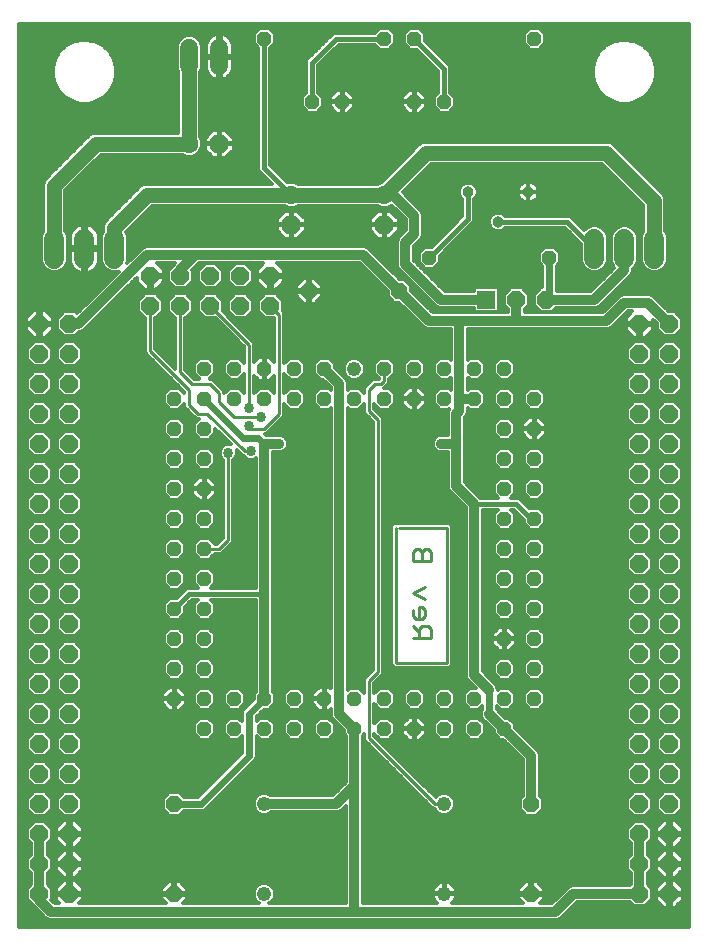
<source format=gbl>
G75*
%MOIN*%
%OFA0B0*%
%FSLAX24Y24*%
%IPPOS*%
%LPD*%
%AMOC8*
5,1,8,0,0,1.08239X$1,22.5*
%
%ADD10C,0.0110*%
%ADD11C,0.0480*%
%ADD12OC8,0.0480*%
%ADD13C,0.0660*%
%ADD14OC8,0.0600*%
%ADD15C,0.0600*%
%ADD16OC8,0.0630*%
%ADD17C,0.0630*%
%ADD18OC8,0.0540*%
%ADD19R,0.0600X0.0600*%
%ADD20C,0.0380*%
%ADD21C,0.0100*%
%ADD22C,0.0337*%
%ADD23C,0.0500*%
%ADD24C,0.0320*%
%ADD25C,0.0120*%
%ADD26C,0.0160*%
%ADD27C,0.0240*%
D10*
X014015Y010392D02*
X014606Y010392D01*
X014606Y010687D01*
X014507Y010786D01*
X014310Y010786D01*
X014212Y010687D01*
X014212Y010392D01*
X014212Y010589D02*
X014015Y010786D01*
X014113Y011037D02*
X014310Y011037D01*
X014409Y011135D01*
X014409Y011332D01*
X014310Y011430D01*
X014212Y011430D01*
X014212Y011037D01*
X014113Y011037D02*
X014015Y011135D01*
X014015Y011332D01*
X014409Y011681D02*
X014015Y011878D01*
X014409Y012075D01*
X014310Y012970D02*
X014310Y013266D01*
X014212Y013364D01*
X014113Y013364D01*
X014015Y013266D01*
X014015Y012970D01*
X014606Y012970D01*
X014606Y013266D01*
X014507Y013364D01*
X014409Y013364D01*
X014310Y013266D01*
D11*
X012060Y019360D03*
X009060Y004860D03*
X009060Y001860D03*
X015060Y001860D03*
X015060Y004860D03*
D12*
X015060Y007360D03*
X015060Y008360D03*
X014060Y008360D03*
X014060Y007360D03*
X013060Y007360D03*
X013060Y008360D03*
X012060Y008360D03*
X012060Y007360D03*
X011060Y007360D03*
X011060Y008360D03*
X010060Y008360D03*
X010060Y007360D03*
X009060Y007360D03*
X009060Y008360D03*
X008060Y008360D03*
X008060Y007360D03*
X007060Y007360D03*
X007060Y008360D03*
X007060Y009360D03*
X007060Y010360D03*
X007060Y011360D03*
X007060Y012360D03*
X007060Y013360D03*
X007060Y014360D03*
X007060Y015360D03*
X007060Y016360D03*
X007060Y017360D03*
X007060Y018360D03*
X007060Y019360D03*
X008060Y019360D03*
X008060Y018360D03*
X009060Y018360D03*
X009060Y019360D03*
X010060Y019360D03*
X010060Y018360D03*
X011060Y018360D03*
X011060Y019360D03*
X012060Y018360D03*
X013060Y018360D03*
X013060Y019360D03*
X014060Y019360D03*
X014060Y018360D03*
X015060Y018360D03*
X015060Y019360D03*
X016060Y019360D03*
X016060Y018360D03*
X017060Y018360D03*
X017060Y019360D03*
X018060Y018360D03*
X018060Y017360D03*
X018060Y016360D03*
X018060Y015360D03*
X018060Y014360D03*
X018060Y013360D03*
X018060Y012360D03*
X018060Y011360D03*
X018060Y010360D03*
X018060Y009360D03*
X018060Y008360D03*
X017060Y008360D03*
X017060Y007360D03*
X016060Y007360D03*
X016060Y008360D03*
X017060Y009360D03*
X017060Y010360D03*
X017060Y011360D03*
X017060Y012360D03*
X017060Y013360D03*
X017060Y014360D03*
X017060Y015360D03*
X017060Y016360D03*
X017060Y017360D03*
X018560Y023060D03*
X014560Y023060D03*
X014060Y028260D03*
X015060Y028260D03*
X014060Y030360D03*
X013060Y030360D03*
X011660Y028260D03*
X010660Y028260D03*
X009060Y030360D03*
X018060Y030360D03*
X006060Y018360D03*
X006060Y017360D03*
X006060Y016360D03*
X006060Y015360D03*
X006060Y014360D03*
X006060Y013360D03*
X006060Y012360D03*
X006060Y011360D03*
X006060Y010360D03*
X006060Y009360D03*
X006060Y008360D03*
D13*
X004060Y023030D02*
X004060Y023690D01*
X003060Y023690D02*
X003060Y023030D01*
X002060Y023030D02*
X002060Y023690D01*
X020060Y023690D02*
X020060Y023030D01*
X021060Y023030D02*
X021060Y023690D01*
X022060Y023690D02*
X022060Y023030D01*
D14*
X021560Y020860D03*
X021560Y019860D03*
X021560Y018860D03*
X021560Y017860D03*
X021560Y016860D03*
X021560Y015860D03*
X021560Y014860D03*
X021560Y013860D03*
X021560Y012860D03*
X021560Y011860D03*
X021560Y010860D03*
X021560Y009860D03*
X021560Y008860D03*
X021560Y007860D03*
X021560Y006860D03*
X021560Y005860D03*
X021560Y004860D03*
X021560Y003860D03*
X021560Y002860D03*
X021560Y001860D03*
X022560Y001860D03*
X022560Y002860D03*
X022560Y003860D03*
X022560Y004860D03*
X022560Y005860D03*
X022560Y006860D03*
X022560Y007860D03*
X022560Y008860D03*
X022560Y009860D03*
X022560Y010860D03*
X022560Y011860D03*
X022560Y012860D03*
X022560Y013860D03*
X022560Y014860D03*
X022560Y015860D03*
X022560Y016860D03*
X022560Y017860D03*
X022560Y018860D03*
X022560Y019860D03*
X022560Y020860D03*
X018460Y021660D03*
X017460Y021660D03*
X009260Y021460D03*
X009260Y022460D03*
X008260Y022460D03*
X008260Y021460D03*
X007260Y021460D03*
X007260Y022460D03*
X006260Y022460D03*
X006260Y021460D03*
X005260Y021460D03*
X005260Y022460D03*
X002560Y020860D03*
X002560Y019860D03*
X002560Y018860D03*
X002560Y017860D03*
X002560Y016860D03*
X002560Y015860D03*
X002560Y014860D03*
X002560Y013860D03*
X002560Y012860D03*
X002560Y011860D03*
X002560Y010860D03*
X002560Y009860D03*
X002560Y008860D03*
X002560Y007860D03*
X002560Y006860D03*
X002560Y005860D03*
X002560Y004860D03*
X002560Y003860D03*
X002560Y002860D03*
X002560Y001860D03*
X001560Y001860D03*
X001560Y002860D03*
X001560Y003860D03*
X001560Y004860D03*
X001560Y005860D03*
X001560Y006860D03*
X001560Y007860D03*
X001560Y008860D03*
X001560Y009860D03*
X001560Y010860D03*
X001560Y011860D03*
X001560Y012860D03*
X001560Y013860D03*
X001560Y014860D03*
X001560Y015860D03*
X001560Y016860D03*
X001560Y017860D03*
X001560Y018860D03*
X001560Y019860D03*
X001560Y020860D03*
D15*
X006560Y029460D02*
X006560Y030060D01*
X007560Y030060D02*
X007560Y029460D01*
D16*
X007560Y026860D03*
X009960Y024160D03*
X013060Y024160D03*
D17*
X013060Y025160D03*
X009960Y025160D03*
X006560Y026860D03*
D18*
X010560Y021960D03*
X013560Y021960D03*
X017960Y004860D03*
X017960Y001860D03*
X006060Y001860D03*
X006060Y004860D03*
D19*
X016460Y021660D03*
D20*
X016860Y024260D03*
X015860Y025260D03*
X017860Y025260D03*
D21*
X013060Y019360D02*
X013060Y018960D01*
X012960Y018860D01*
X012760Y018860D01*
X012560Y018660D01*
X012560Y017960D01*
X012860Y017660D01*
X012860Y009260D01*
X012560Y008960D01*
X012560Y007060D01*
X014760Y004860D01*
X015060Y004860D01*
X015160Y009560D02*
X013460Y009560D01*
X013460Y014060D01*
X013560Y014060D02*
X015160Y014060D01*
X015160Y009560D01*
X009060Y017360D02*
X009560Y017860D01*
X009560Y021160D01*
X009260Y021460D01*
X008560Y020160D02*
X008560Y018060D01*
X008960Y017760D02*
X008060Y017760D01*
X007560Y018260D01*
X007560Y018560D01*
X007260Y018860D01*
X006660Y018860D01*
X006260Y019260D01*
X006260Y021460D01*
X007260Y021460D02*
X008560Y020160D01*
X007160Y017860D02*
X006860Y017860D01*
X006560Y018160D01*
X006560Y018660D01*
X005260Y019960D01*
X005260Y021460D01*
X007160Y017860D02*
X008410Y016610D01*
X008610Y016610D01*
X008660Y017360D02*
X008560Y017460D01*
X008660Y017360D02*
X009060Y017360D01*
X007860Y016560D02*
X007860Y013660D01*
X007560Y013360D01*
X007060Y013360D01*
D22*
X007860Y016560D03*
X008610Y016610D03*
X008560Y017460D03*
X008960Y017760D03*
X008560Y018060D03*
X009560Y016860D03*
X010260Y016260D03*
X010460Y014860D03*
X012060Y016260D03*
X013460Y014860D03*
X013960Y016260D03*
X014960Y016860D03*
X015960Y016360D03*
X012260Y009960D03*
X010560Y011860D03*
X008160Y009960D03*
X010360Y004060D03*
X010360Y002560D03*
X015460Y009060D03*
X010560Y017960D03*
X005260Y018860D03*
X005160Y017160D03*
X001060Y018360D03*
X001060Y009360D03*
X023060Y008360D03*
X023060Y018360D03*
D23*
X022060Y023360D02*
X022060Y024960D01*
X020460Y026560D01*
X014460Y026560D01*
X013060Y025160D01*
X009960Y025160D01*
X005160Y025160D01*
X004060Y024060D01*
X004060Y023360D01*
X002060Y023360D02*
X002060Y025460D01*
X003460Y026860D01*
X006560Y026860D01*
X006560Y029760D01*
D24*
X006760Y023160D02*
X005160Y023160D01*
X002860Y020860D01*
X002560Y020860D01*
X002960Y023260D02*
X003060Y023360D01*
X006260Y022660D02*
X006760Y023160D01*
X012360Y023160D01*
X013560Y021960D01*
X014560Y020960D01*
X015560Y020960D01*
X015560Y018260D01*
X015660Y018360D01*
X016060Y018360D01*
X015560Y018260D02*
X015560Y017960D01*
X015460Y017860D01*
X015460Y016860D01*
X014960Y016860D01*
X015460Y016860D02*
X015460Y015460D01*
X016060Y014860D01*
X016060Y009160D01*
X016560Y008660D01*
X016560Y007860D02*
X017060Y007360D01*
X017960Y006460D01*
X017960Y004860D01*
X019360Y001860D02*
X018760Y001260D01*
X012060Y001260D01*
X012060Y005460D01*
X011460Y004860D01*
X009060Y004860D01*
X009060Y008360D02*
X009060Y011860D01*
X009060Y016860D01*
X009560Y016860D01*
X011560Y018860D02*
X011060Y019360D01*
X011560Y018860D02*
X011560Y007860D01*
X012060Y007360D01*
X012060Y005460D01*
X012060Y001260D02*
X001960Y001260D01*
X001560Y001660D01*
X001560Y001860D01*
X001560Y002860D01*
X001560Y003860D01*
X014960Y021660D02*
X013760Y022860D01*
X013760Y023560D01*
X014060Y023860D01*
X014060Y024460D01*
X013360Y025160D01*
X013060Y025160D01*
X014960Y021660D02*
X016460Y021660D01*
X017460Y021660D02*
X017460Y020960D01*
X015560Y020960D01*
X017460Y020960D02*
X020460Y020960D01*
X021060Y021560D01*
X021860Y021560D01*
X022560Y020860D01*
X021060Y022660D02*
X021060Y023360D01*
X021060Y022660D02*
X020060Y021660D01*
X018460Y021660D01*
X006260Y022460D02*
X006260Y022660D01*
X021560Y003860D02*
X021560Y002860D01*
X021560Y001860D01*
X019360Y001860D01*
D25*
X000870Y000770D02*
X000870Y030846D01*
X023220Y030846D01*
X023220Y000770D01*
X000870Y000770D01*
X000870Y000797D02*
X023220Y000797D01*
X023220Y000916D02*
X000870Y000916D01*
X000870Y001034D02*
X001790Y001034D01*
X001801Y001023D02*
X001904Y000980D01*
X018816Y000980D01*
X018919Y001023D01*
X018997Y001101D01*
X019476Y001580D01*
X021246Y001580D01*
X021386Y001440D01*
X021734Y001440D01*
X021980Y001686D01*
X021980Y002034D01*
X021840Y002174D01*
X021840Y002546D01*
X021980Y002686D01*
X021980Y003034D01*
X021840Y003174D01*
X021840Y003546D01*
X021980Y003686D01*
X021980Y004034D01*
X021734Y004280D01*
X021386Y004280D01*
X021140Y004034D01*
X021140Y003686D01*
X021280Y003546D01*
X021280Y003174D01*
X021140Y003034D01*
X021140Y002686D01*
X021280Y002546D01*
X021280Y002174D01*
X021246Y002140D01*
X019304Y002140D01*
X019201Y002097D01*
X018644Y001540D01*
X018248Y001540D01*
X018390Y001682D01*
X018390Y001830D01*
X017990Y001830D01*
X017990Y001890D01*
X017930Y001890D01*
X017930Y002290D01*
X017782Y002290D01*
X017530Y002038D01*
X017530Y001890D01*
X017930Y001890D01*
X017930Y001830D01*
X017530Y001830D01*
X017530Y001682D01*
X017672Y001540D01*
X015301Y001540D01*
X015315Y001549D01*
X015371Y001605D01*
X015414Y001671D01*
X015445Y001743D01*
X015460Y001821D01*
X015460Y001840D01*
X015080Y001840D01*
X015080Y001880D01*
X015040Y001880D01*
X015040Y002260D01*
X015021Y002260D01*
X014943Y002245D01*
X014871Y002214D01*
X014805Y002171D01*
X014749Y002115D01*
X014706Y002049D01*
X014675Y001977D01*
X014660Y001899D01*
X014660Y001880D01*
X015040Y001880D01*
X015040Y001840D01*
X014660Y001840D01*
X014660Y001821D01*
X014675Y001743D01*
X014706Y001671D01*
X014749Y001605D01*
X014805Y001549D01*
X014819Y001540D01*
X012340Y001540D01*
X012340Y007131D01*
X012390Y007181D01*
X012390Y006990D01*
X014590Y004790D01*
X014690Y004690D01*
X014741Y004690D01*
X014755Y004656D01*
X014856Y004555D01*
X014988Y004500D01*
X015132Y004500D01*
X015264Y004555D01*
X015365Y004656D01*
X015420Y004788D01*
X015420Y004932D01*
X015365Y005064D01*
X015264Y005165D01*
X015132Y005220D01*
X014988Y005220D01*
X014856Y005165D01*
X014776Y005085D01*
X012730Y007130D01*
X012730Y007181D01*
X012911Y007000D01*
X013209Y007000D01*
X013420Y007211D01*
X013420Y007509D01*
X013209Y007720D01*
X012911Y007720D01*
X012730Y007539D01*
X012730Y008181D01*
X012911Y008000D01*
X013209Y008000D01*
X013420Y008211D01*
X013420Y008509D01*
X013209Y008720D01*
X012911Y008720D01*
X012730Y008539D01*
X012730Y008890D01*
X012930Y009090D01*
X013030Y009190D01*
X013030Y017730D01*
X012730Y018030D01*
X012730Y018181D01*
X012911Y018000D01*
X013209Y018000D01*
X013420Y018211D01*
X013420Y018509D01*
X013209Y018720D01*
X013060Y018720D01*
X013130Y018790D01*
X013230Y018890D01*
X013230Y019021D01*
X013420Y019211D01*
X013420Y019509D01*
X013209Y019720D01*
X012911Y019720D01*
X012700Y019509D01*
X012700Y019211D01*
X012881Y019030D01*
X012690Y019030D01*
X012590Y018930D01*
X012390Y018730D01*
X012390Y018539D01*
X012209Y018720D01*
X011911Y018720D01*
X011840Y018649D01*
X011840Y018916D01*
X011797Y019019D01*
X011420Y019396D01*
X011420Y019509D01*
X011209Y019720D01*
X010911Y019720D01*
X010700Y019509D01*
X010700Y019211D01*
X010911Y019000D01*
X011024Y019000D01*
X011280Y018744D01*
X011280Y018649D01*
X011209Y018720D01*
X010911Y018720D01*
X010700Y018509D01*
X010700Y018211D01*
X010911Y018000D01*
X011209Y018000D01*
X011280Y018071D01*
X011280Y008706D01*
X011226Y008760D01*
X011080Y008760D01*
X011080Y008380D01*
X011040Y008380D01*
X011040Y008760D01*
X010894Y008760D01*
X010660Y008526D01*
X010660Y008380D01*
X011040Y008380D01*
X011040Y008340D01*
X011080Y008340D01*
X011080Y007960D01*
X011226Y007960D01*
X011280Y008014D01*
X011280Y007804D01*
X011323Y007701D01*
X011401Y007623D01*
X011700Y007324D01*
X011700Y007211D01*
X011780Y007131D01*
X011780Y005576D01*
X011344Y005140D01*
X009289Y005140D01*
X009264Y005165D01*
X009132Y005220D01*
X008988Y005220D01*
X008856Y005165D01*
X008755Y005064D01*
X008700Y004932D01*
X008700Y004788D01*
X008755Y004656D01*
X008856Y004555D01*
X008988Y004500D01*
X009132Y004500D01*
X009264Y004555D01*
X009289Y004580D01*
X011516Y004580D01*
X011619Y004623D01*
X011780Y004784D01*
X011780Y001540D01*
X009228Y001540D01*
X009264Y001555D01*
X009365Y001656D01*
X009420Y001788D01*
X009420Y001932D01*
X009365Y002064D01*
X009264Y002165D01*
X009132Y002220D01*
X008988Y002220D01*
X008856Y002165D01*
X008755Y002064D01*
X008700Y001932D01*
X008700Y001788D01*
X008755Y001656D01*
X008856Y001555D01*
X008892Y001540D01*
X006348Y001540D01*
X006490Y001682D01*
X006490Y001830D01*
X006090Y001830D01*
X006090Y001890D01*
X006030Y001890D01*
X006030Y002290D01*
X005882Y002290D01*
X005630Y002038D01*
X005630Y001890D01*
X006030Y001890D01*
X006030Y001830D01*
X005630Y001830D01*
X005630Y001682D01*
X005772Y001540D01*
X002891Y001540D01*
X003020Y001669D01*
X003020Y001820D01*
X002600Y001820D01*
X002600Y001900D01*
X002520Y001900D01*
X002520Y002320D01*
X002369Y002320D01*
X002100Y002051D01*
X002100Y001900D01*
X002520Y001900D01*
X002520Y001820D01*
X002100Y001820D01*
X002100Y001669D01*
X002229Y001540D01*
X002076Y001540D01*
X001955Y001661D01*
X001980Y001686D01*
X001980Y002034D01*
X001840Y002174D01*
X001840Y002546D01*
X001980Y002686D01*
X001980Y003034D01*
X001840Y003174D01*
X001840Y003546D01*
X001980Y003686D01*
X001980Y004034D01*
X001734Y004280D01*
X001386Y004280D01*
X001140Y004034D01*
X001140Y003686D01*
X001280Y003546D01*
X001280Y003174D01*
X001140Y003034D01*
X001140Y002686D01*
X001280Y002546D01*
X001280Y002174D01*
X001140Y002034D01*
X001140Y001686D01*
X001321Y001505D01*
X001323Y001501D01*
X001401Y001423D01*
X001723Y001101D01*
X001801Y001023D01*
X001723Y001101D02*
X001723Y001101D01*
X001672Y001153D02*
X000870Y001153D01*
X000870Y001271D02*
X001553Y001271D01*
X001435Y001390D02*
X000870Y001390D01*
X000870Y001508D02*
X001318Y001508D01*
X001200Y001627D02*
X000870Y001627D01*
X000870Y001745D02*
X001140Y001745D01*
X001140Y001864D02*
X000870Y001864D01*
X000870Y001982D02*
X001140Y001982D01*
X001207Y002101D02*
X000870Y002101D01*
X000870Y002219D02*
X001280Y002219D01*
X001280Y002338D02*
X000870Y002338D01*
X000870Y002456D02*
X001280Y002456D01*
X001252Y002575D02*
X000870Y002575D01*
X000870Y002693D02*
X001140Y002693D01*
X001140Y002812D02*
X000870Y002812D01*
X000870Y002930D02*
X001140Y002930D01*
X001155Y003049D02*
X000870Y003049D01*
X000870Y003167D02*
X001273Y003167D01*
X001280Y003286D02*
X000870Y003286D01*
X000870Y003404D02*
X001280Y003404D01*
X001280Y003523D02*
X000870Y003523D01*
X000870Y003641D02*
X001185Y003641D01*
X001140Y003760D02*
X000870Y003760D01*
X000870Y003878D02*
X001140Y003878D01*
X001140Y003997D02*
X000870Y003997D01*
X000870Y004115D02*
X001221Y004115D01*
X001340Y004234D02*
X000870Y004234D01*
X000870Y004352D02*
X011780Y004352D01*
X011780Y004234D02*
X002837Y004234D01*
X002751Y004320D02*
X002600Y004320D01*
X002600Y003900D01*
X002520Y003900D01*
X002520Y004320D01*
X002369Y004320D01*
X002100Y004051D01*
X002100Y003900D01*
X002520Y003900D01*
X002520Y003820D01*
X002100Y003820D01*
X002100Y003669D01*
X002369Y003400D01*
X002520Y003400D01*
X002520Y003820D01*
X002600Y003820D01*
X002600Y003900D01*
X003020Y003900D01*
X003020Y004051D01*
X002751Y004320D01*
X002734Y004440D02*
X002980Y004686D01*
X002980Y005034D01*
X002734Y005280D01*
X002386Y005280D01*
X002140Y005034D01*
X002140Y004686D01*
X002386Y004440D01*
X002734Y004440D01*
X002764Y004471D02*
X005898Y004471D01*
X005898Y004470D02*
X006222Y004470D01*
X006372Y004620D01*
X007008Y004620D01*
X007096Y004657D01*
X007163Y004724D01*
X008763Y006324D01*
X008800Y006412D01*
X008800Y007111D01*
X008911Y007000D01*
X009209Y007000D01*
X009420Y007211D01*
X009420Y007509D01*
X009209Y007720D01*
X008911Y007720D01*
X008800Y007609D01*
X008800Y007761D01*
X009039Y008000D01*
X009209Y008000D01*
X009420Y008211D01*
X009420Y008509D01*
X009340Y008589D01*
X009340Y016580D01*
X009482Y016580D01*
X009503Y016572D01*
X009617Y016572D01*
X009723Y016615D01*
X009805Y016697D01*
X009848Y016803D01*
X009848Y016917D01*
X009805Y017023D01*
X009723Y017105D01*
X009617Y017148D01*
X009503Y017148D01*
X009482Y017140D01*
X009119Y017140D01*
X009069Y017190D01*
X009130Y017190D01*
X009230Y017290D01*
X009730Y017790D01*
X009730Y018181D01*
X009911Y018000D01*
X010209Y018000D01*
X010420Y018211D01*
X010420Y018509D01*
X010209Y018720D01*
X009911Y018720D01*
X009730Y018539D01*
X009730Y019181D01*
X009911Y019000D01*
X010209Y019000D01*
X010420Y019211D01*
X010420Y019509D01*
X010209Y019720D01*
X009911Y019720D01*
X009730Y019539D01*
X009730Y021230D01*
X009677Y021283D01*
X009680Y021286D01*
X009680Y021634D01*
X009434Y021880D01*
X009086Y021880D01*
X008840Y021634D01*
X008840Y021286D01*
X009086Y021040D01*
X009390Y021040D01*
X009390Y019596D01*
X009226Y019760D01*
X009080Y019760D01*
X009080Y019380D01*
X009040Y019380D01*
X009040Y019760D01*
X008894Y019760D01*
X008730Y019596D01*
X008730Y020230D01*
X008630Y020330D01*
X007677Y021283D01*
X007680Y021286D01*
X007680Y021634D01*
X007434Y021880D01*
X007086Y021880D01*
X006840Y021634D01*
X006840Y021286D01*
X007086Y021040D01*
X007434Y021040D01*
X007437Y021043D01*
X008390Y020090D01*
X008390Y019539D01*
X008209Y019720D01*
X007911Y019720D01*
X007700Y019509D01*
X007700Y019211D01*
X007911Y019000D01*
X008209Y019000D01*
X008390Y019181D01*
X008390Y018539D01*
X008209Y018720D01*
X007911Y018720D01*
X007730Y018539D01*
X007730Y018630D01*
X007630Y018730D01*
X007330Y019030D01*
X007239Y019030D01*
X007420Y019211D01*
X007420Y019509D01*
X007209Y019720D01*
X006911Y019720D01*
X006700Y019509D01*
X006700Y019211D01*
X006881Y019030D01*
X006730Y019030D01*
X006430Y019330D01*
X006430Y021040D01*
X006434Y021040D01*
X006680Y021286D01*
X006680Y021634D01*
X006434Y021880D01*
X006086Y021880D01*
X005840Y021634D01*
X005840Y021286D01*
X006086Y021040D01*
X006090Y021040D01*
X006090Y019370D01*
X005430Y020030D01*
X005430Y021040D01*
X005434Y021040D01*
X005680Y021286D01*
X005680Y021634D01*
X005434Y021880D01*
X005086Y021880D01*
X004840Y021634D01*
X004840Y021286D01*
X005086Y021040D01*
X005090Y021040D01*
X005090Y019890D01*
X006390Y018590D01*
X006390Y018539D01*
X006209Y018720D01*
X005911Y018720D01*
X005700Y018509D01*
X005700Y018211D01*
X005911Y018000D01*
X006209Y018000D01*
X006390Y018181D01*
X006390Y018090D01*
X006690Y017790D01*
X006790Y017690D01*
X006881Y017690D01*
X006700Y017509D01*
X006700Y017211D01*
X006911Y017000D01*
X007209Y017000D01*
X007420Y017211D01*
X007420Y017360D01*
X007941Y016839D01*
X007917Y016848D01*
X007803Y016848D01*
X007697Y016805D01*
X007615Y016723D01*
X007572Y016617D01*
X007572Y016503D01*
X007615Y016397D01*
X007690Y016322D01*
X007690Y013730D01*
X007490Y013530D01*
X007399Y013530D01*
X007209Y013720D01*
X006911Y013720D01*
X006700Y013509D01*
X006700Y013211D01*
X006911Y013000D01*
X007209Y013000D01*
X007399Y013190D01*
X007630Y013190D01*
X007730Y013290D01*
X007930Y013490D01*
X008030Y013590D01*
X008030Y016322D01*
X008105Y016397D01*
X008148Y016503D01*
X008148Y016617D01*
X008139Y016641D01*
X008240Y016540D01*
X008340Y016440D01*
X008372Y016440D01*
X008447Y016365D01*
X008553Y016322D01*
X008667Y016322D01*
X008773Y016365D01*
X008780Y016372D01*
X008780Y012060D01*
X007269Y012060D01*
X007420Y012211D01*
X007420Y012509D01*
X007209Y012720D01*
X006911Y012720D01*
X006700Y012509D01*
X006700Y012211D01*
X006851Y012060D01*
X006477Y012060D01*
X006360Y011943D01*
X006137Y011720D01*
X005911Y011720D01*
X005700Y011509D01*
X005700Y011211D01*
X005911Y011000D01*
X006209Y011000D01*
X006420Y011211D01*
X006420Y011437D01*
X006643Y011660D01*
X006851Y011660D01*
X006700Y011509D01*
X006700Y011211D01*
X006911Y011000D01*
X007209Y011000D01*
X007420Y011211D01*
X007420Y011509D01*
X007269Y011660D01*
X008780Y011660D01*
X008780Y008589D01*
X008700Y008509D01*
X008700Y008339D01*
X008424Y008063D01*
X008357Y007996D01*
X008320Y007908D01*
X008320Y007609D01*
X008209Y007720D01*
X007911Y007720D01*
X007700Y007509D01*
X007700Y007211D01*
X007911Y007000D01*
X008209Y007000D01*
X008320Y007111D01*
X008320Y006559D01*
X006861Y005100D01*
X006372Y005100D01*
X006222Y005250D01*
X005898Y005250D01*
X005670Y005022D01*
X005670Y004698D01*
X005898Y004470D01*
X005779Y004589D02*
X002883Y004589D01*
X002980Y004708D02*
X005670Y004708D01*
X005670Y004826D02*
X002980Y004826D01*
X002980Y004945D02*
X005670Y004945D01*
X005711Y005063D02*
X002951Y005063D01*
X002832Y005182D02*
X005830Y005182D01*
X006290Y005182D02*
X006942Y005182D01*
X007061Y005300D02*
X000870Y005300D01*
X000870Y005182D02*
X001288Y005182D01*
X001386Y005280D02*
X001140Y005034D01*
X001140Y004686D01*
X001386Y004440D01*
X001734Y004440D01*
X001980Y004686D01*
X001980Y005034D01*
X001734Y005280D01*
X001386Y005280D01*
X001386Y005440D02*
X001140Y005686D01*
X001140Y006034D01*
X001386Y006280D01*
X001734Y006280D01*
X001980Y006034D01*
X001980Y005686D01*
X001734Y005440D01*
X001386Y005440D01*
X001289Y005537D02*
X000870Y005537D01*
X000870Y005419D02*
X007179Y005419D01*
X007298Y005537D02*
X002831Y005537D01*
X002734Y005440D02*
X002980Y005686D01*
X002980Y006034D01*
X002734Y006280D01*
X002386Y006280D01*
X002140Y006034D01*
X002140Y005686D01*
X002386Y005440D01*
X002734Y005440D01*
X002949Y005656D02*
X007416Y005656D01*
X007535Y005774D02*
X002980Y005774D01*
X002980Y005893D02*
X007653Y005893D01*
X007772Y006011D02*
X002980Y006011D01*
X002884Y006130D02*
X007890Y006130D01*
X008009Y006248D02*
X002766Y006248D01*
X002734Y006440D02*
X002980Y006686D01*
X002980Y007034D01*
X002734Y007280D01*
X002386Y007280D01*
X002140Y007034D01*
X002140Y006686D01*
X002386Y006440D01*
X002734Y006440D01*
X002779Y006485D02*
X008246Y006485D01*
X008320Y006604D02*
X002897Y006604D01*
X002980Y006722D02*
X008320Y006722D01*
X008320Y006841D02*
X002980Y006841D01*
X002980Y006959D02*
X008320Y006959D01*
X008320Y007078D02*
X008287Y007078D01*
X007833Y007078D02*
X007287Y007078D01*
X007209Y007000D02*
X007420Y007211D01*
X007420Y007509D01*
X007209Y007720D01*
X006911Y007720D01*
X006700Y007509D01*
X006700Y007211D01*
X006911Y007000D01*
X007209Y007000D01*
X007405Y007196D02*
X007715Y007196D01*
X007700Y007315D02*
X007420Y007315D01*
X007420Y007433D02*
X007700Y007433D01*
X007742Y007552D02*
X007378Y007552D01*
X007259Y007670D02*
X007861Y007670D01*
X007911Y008000D02*
X008209Y008000D01*
X008420Y008211D01*
X008420Y008509D01*
X008209Y008720D01*
X007911Y008720D01*
X007700Y008509D01*
X007700Y008211D01*
X007911Y008000D01*
X007885Y008026D02*
X007235Y008026D01*
X007209Y008000D02*
X007420Y008211D01*
X007420Y008509D01*
X007209Y008720D01*
X006911Y008720D01*
X006700Y008509D01*
X006700Y008211D01*
X006911Y008000D01*
X007209Y008000D01*
X007353Y008144D02*
X007767Y008144D01*
X007700Y008263D02*
X007420Y008263D01*
X007420Y008381D02*
X007700Y008381D01*
X007700Y008500D02*
X007420Y008500D01*
X007311Y008618D02*
X007809Y008618D01*
X008311Y008618D02*
X008780Y008618D01*
X008780Y008737D02*
X006249Y008737D01*
X006226Y008760D02*
X006460Y008526D01*
X006460Y008380D01*
X006080Y008380D01*
X006080Y008340D01*
X006460Y008340D01*
X006460Y008194D01*
X006226Y007960D01*
X006080Y007960D01*
X006080Y008340D01*
X006040Y008340D01*
X006040Y007960D01*
X005894Y007960D01*
X005660Y008194D01*
X005660Y008340D01*
X006040Y008340D01*
X006040Y008380D01*
X006040Y008760D01*
X005894Y008760D01*
X005660Y008526D01*
X005660Y008380D01*
X006040Y008380D01*
X006080Y008380D01*
X006080Y008760D01*
X006226Y008760D01*
X006080Y008737D02*
X006040Y008737D01*
X006040Y008618D02*
X006080Y008618D01*
X006080Y008500D02*
X006040Y008500D01*
X006040Y008381D02*
X006080Y008381D01*
X006080Y008263D02*
X006040Y008263D01*
X006040Y008144D02*
X006080Y008144D01*
X006080Y008026D02*
X006040Y008026D01*
X005829Y008026D02*
X002980Y008026D01*
X002980Y008034D02*
X002734Y008280D01*
X002386Y008280D01*
X002140Y008034D01*
X002140Y007686D01*
X002386Y007440D01*
X002734Y007440D01*
X002980Y007686D01*
X002980Y008034D01*
X002980Y007907D02*
X008320Y007907D01*
X008320Y007789D02*
X002980Y007789D01*
X002964Y007670D02*
X006861Y007670D01*
X006742Y007552D02*
X002845Y007552D01*
X002818Y007196D02*
X006715Y007196D01*
X006700Y007315D02*
X000870Y007315D01*
X000870Y007433D02*
X006700Y007433D01*
X006833Y007078D02*
X002936Y007078D01*
X002302Y007196D02*
X001818Y007196D01*
X001734Y007280D02*
X001386Y007280D01*
X001140Y007034D01*
X001140Y006686D01*
X001386Y006440D01*
X001734Y006440D01*
X001980Y006686D01*
X001980Y007034D01*
X001734Y007280D01*
X001734Y007440D02*
X001980Y007686D01*
X001980Y008034D01*
X001734Y008280D01*
X001386Y008280D01*
X001140Y008034D01*
X001140Y007686D01*
X001386Y007440D01*
X001734Y007440D01*
X001845Y007552D02*
X002275Y007552D01*
X002156Y007670D02*
X001964Y007670D01*
X001980Y007789D02*
X002140Y007789D01*
X002140Y007907D02*
X001980Y007907D01*
X001980Y008026D02*
X002140Y008026D01*
X002250Y008144D02*
X001870Y008144D01*
X001751Y008263D02*
X002369Y008263D01*
X002386Y008440D02*
X002734Y008440D01*
X002980Y008686D01*
X002980Y009034D01*
X002734Y009280D01*
X002386Y009280D01*
X002140Y009034D01*
X002140Y008686D01*
X002386Y008440D01*
X002327Y008500D02*
X001793Y008500D01*
X001734Y008440D02*
X001980Y008686D01*
X001980Y009034D01*
X001734Y009280D01*
X001386Y009280D01*
X001140Y009034D01*
X001140Y008686D01*
X001386Y008440D01*
X001734Y008440D01*
X001912Y008618D02*
X002208Y008618D01*
X002140Y008737D02*
X001980Y008737D01*
X001980Y008855D02*
X002140Y008855D01*
X002140Y008974D02*
X001980Y008974D01*
X001922Y009092D02*
X002198Y009092D01*
X002317Y009211D02*
X001803Y009211D01*
X001734Y009440D02*
X001980Y009686D01*
X001980Y010034D01*
X001734Y010280D01*
X001386Y010280D01*
X001140Y010034D01*
X001140Y009686D01*
X001386Y009440D01*
X001734Y009440D01*
X001741Y009448D02*
X002379Y009448D01*
X002386Y009440D02*
X002734Y009440D01*
X002980Y009686D01*
X002980Y010034D01*
X002734Y010280D01*
X002386Y010280D01*
X002140Y010034D01*
X002140Y009686D01*
X002386Y009440D01*
X002260Y009566D02*
X001860Y009566D01*
X001978Y009685D02*
X002142Y009685D01*
X002140Y009803D02*
X001980Y009803D01*
X001980Y009922D02*
X002140Y009922D01*
X002146Y010040D02*
X001974Y010040D01*
X001855Y010159D02*
X002265Y010159D01*
X002383Y010277D02*
X001737Y010277D01*
X001734Y010440D02*
X001980Y010686D01*
X001980Y011034D01*
X001734Y011280D01*
X001386Y011280D01*
X001140Y011034D01*
X001140Y010686D01*
X001386Y010440D01*
X001734Y010440D01*
X001808Y010514D02*
X002312Y010514D01*
X002386Y010440D02*
X002734Y010440D01*
X002980Y010686D01*
X002980Y011034D01*
X002734Y011280D01*
X002386Y011280D01*
X002140Y011034D01*
X002140Y010686D01*
X002386Y010440D01*
X002194Y010633D02*
X001926Y010633D01*
X001980Y010751D02*
X002140Y010751D01*
X002140Y010870D02*
X001980Y010870D01*
X001980Y010988D02*
X002140Y010988D01*
X002213Y011107D02*
X001907Y011107D01*
X001789Y011225D02*
X002331Y011225D01*
X002386Y011440D02*
X002140Y011686D01*
X002140Y012034D01*
X002386Y012280D01*
X002734Y012280D01*
X002980Y012034D01*
X002980Y011686D01*
X002734Y011440D01*
X002386Y011440D01*
X002364Y011462D02*
X001756Y011462D01*
X001734Y011440D02*
X001980Y011686D01*
X001980Y012034D01*
X001734Y012280D01*
X001386Y012280D01*
X001140Y012034D01*
X001140Y011686D01*
X001386Y011440D01*
X001734Y011440D01*
X001874Y011581D02*
X002246Y011581D01*
X002140Y011699D02*
X001980Y011699D01*
X001980Y011818D02*
X002140Y011818D01*
X002140Y011936D02*
X001980Y011936D01*
X001959Y012055D02*
X002161Y012055D01*
X002279Y012173D02*
X001841Y012173D01*
X001734Y012440D02*
X001980Y012686D01*
X001980Y013034D01*
X001734Y013280D01*
X001386Y013280D01*
X001140Y013034D01*
X001140Y012686D01*
X001386Y012440D01*
X001734Y012440D01*
X001822Y012529D02*
X002298Y012529D01*
X002386Y012440D02*
X002734Y012440D01*
X002980Y012686D01*
X002980Y013034D01*
X002734Y013280D01*
X002386Y013280D01*
X002140Y013034D01*
X002140Y012686D01*
X002386Y012440D01*
X002179Y012647D02*
X001941Y012647D01*
X001980Y012766D02*
X002140Y012766D01*
X002140Y012884D02*
X001980Y012884D01*
X001980Y013003D02*
X002140Y013003D01*
X002227Y013121D02*
X001893Y013121D01*
X001774Y013240D02*
X002346Y013240D01*
X002386Y013440D02*
X002734Y013440D01*
X002980Y013686D01*
X002980Y014034D01*
X002734Y014280D01*
X002386Y014280D01*
X002140Y014034D01*
X002140Y013686D01*
X002386Y013440D01*
X002350Y013477D02*
X001770Y013477D01*
X001734Y013440D02*
X001980Y013686D01*
X001980Y014034D01*
X001734Y014280D01*
X001386Y014280D01*
X001140Y014034D01*
X001140Y013686D01*
X001386Y013440D01*
X001734Y013440D01*
X001889Y013595D02*
X002231Y013595D01*
X002140Y013714D02*
X001980Y013714D01*
X001980Y013832D02*
X002140Y013832D01*
X002140Y013951D02*
X001980Y013951D01*
X001945Y014069D02*
X002175Y014069D01*
X002294Y014188D02*
X001826Y014188D01*
X001734Y014440D02*
X001980Y014686D01*
X001980Y015034D01*
X001734Y015280D01*
X001386Y015280D01*
X001140Y015034D01*
X001140Y014686D01*
X001386Y014440D01*
X001734Y014440D01*
X001837Y014543D02*
X002283Y014543D01*
X002386Y014440D02*
X002734Y014440D01*
X002980Y014686D01*
X002980Y015034D01*
X002734Y015280D01*
X002386Y015280D01*
X002140Y015034D01*
X002140Y014686D01*
X002386Y014440D01*
X002165Y014662D02*
X001955Y014662D01*
X001980Y014780D02*
X002140Y014780D01*
X002140Y014899D02*
X001980Y014899D01*
X001980Y015017D02*
X002140Y015017D01*
X002242Y015136D02*
X001878Y015136D01*
X001760Y015254D02*
X002360Y015254D01*
X002386Y015440D02*
X002734Y015440D01*
X002980Y015686D01*
X002980Y016034D01*
X002734Y016280D01*
X002386Y016280D01*
X002140Y016034D01*
X002140Y015686D01*
X002386Y015440D01*
X002335Y015491D02*
X001785Y015491D01*
X001734Y015440D02*
X001980Y015686D01*
X001980Y016034D01*
X001734Y016280D01*
X001386Y016280D01*
X001140Y016034D01*
X001140Y015686D01*
X001386Y015440D01*
X001734Y015440D01*
X001904Y015610D02*
X002216Y015610D01*
X002140Y015728D02*
X001980Y015728D01*
X001980Y015847D02*
X002140Y015847D01*
X002140Y015965D02*
X001980Y015965D01*
X001930Y016084D02*
X002190Y016084D01*
X002308Y016202D02*
X001812Y016202D01*
X001734Y016440D02*
X001980Y016686D01*
X001980Y017034D01*
X001734Y017280D01*
X001386Y017280D01*
X001140Y017034D01*
X001140Y016686D01*
X001386Y016440D01*
X001734Y016440D01*
X001852Y016558D02*
X002268Y016558D01*
X002386Y016440D02*
X002734Y016440D01*
X002980Y016686D01*
X002980Y017034D01*
X002734Y017280D01*
X002386Y017280D01*
X002140Y017034D01*
X002140Y016686D01*
X002386Y016440D01*
X002150Y016676D02*
X001970Y016676D01*
X001980Y016795D02*
X002140Y016795D01*
X002140Y016913D02*
X001980Y016913D01*
X001980Y017032D02*
X002140Y017032D01*
X002256Y017150D02*
X001864Y017150D01*
X001745Y017269D02*
X002375Y017269D01*
X002386Y017440D02*
X002140Y017686D01*
X002140Y018034D01*
X002386Y018280D01*
X002734Y018280D01*
X002980Y018034D01*
X002980Y017686D01*
X002734Y017440D01*
X002386Y017440D01*
X002320Y017506D02*
X001800Y017506D01*
X001734Y017440D02*
X001980Y017686D01*
X001980Y018034D01*
X001734Y018280D01*
X001386Y018280D01*
X001140Y018034D01*
X001140Y017686D01*
X001386Y017440D01*
X001734Y017440D01*
X001918Y017624D02*
X002202Y017624D01*
X002140Y017743D02*
X001980Y017743D01*
X001980Y017861D02*
X002140Y017861D01*
X002140Y017980D02*
X001980Y017980D01*
X001916Y018098D02*
X002204Y018098D01*
X002323Y018217D02*
X001797Y018217D01*
X001734Y018440D02*
X001980Y018686D01*
X001980Y019034D01*
X001734Y019280D01*
X001386Y019280D01*
X001140Y019034D01*
X001140Y018686D01*
X001386Y018440D01*
X001734Y018440D01*
X001748Y018454D02*
X002372Y018454D01*
X002386Y018440D02*
X002734Y018440D01*
X002980Y018686D01*
X002980Y019034D01*
X002734Y019280D01*
X002386Y019280D01*
X002140Y019034D01*
X002140Y018686D01*
X002386Y018440D01*
X002254Y018572D02*
X001866Y018572D01*
X001980Y018691D02*
X002140Y018691D01*
X002140Y018809D02*
X001980Y018809D01*
X001980Y018928D02*
X002140Y018928D01*
X002152Y019046D02*
X001968Y019046D01*
X001849Y019165D02*
X002271Y019165D01*
X002386Y019440D02*
X002734Y019440D01*
X002980Y019686D01*
X002980Y020034D01*
X002734Y020280D01*
X002386Y020280D01*
X002140Y020034D01*
X002140Y019686D01*
X002386Y019440D01*
X002306Y019520D02*
X001814Y019520D01*
X001734Y019440D02*
X001980Y019686D01*
X001980Y020034D01*
X001734Y020280D01*
X001386Y020280D01*
X001140Y020034D01*
X001140Y019686D01*
X001386Y019440D01*
X001734Y019440D01*
X001933Y019639D02*
X002187Y019639D01*
X002140Y019757D02*
X001980Y019757D01*
X001980Y019876D02*
X002140Y019876D01*
X002140Y019994D02*
X001980Y019994D01*
X001901Y020113D02*
X002219Y020113D01*
X002337Y020231D02*
X001783Y020231D01*
X001751Y020400D02*
X001600Y020400D01*
X001600Y020820D01*
X001600Y020900D01*
X001520Y020900D01*
X001520Y021320D01*
X001369Y021320D01*
X001100Y021051D01*
X001100Y020900D01*
X001520Y020900D01*
X001520Y020820D01*
X001100Y020820D01*
X001100Y020669D01*
X001369Y020400D01*
X001520Y020400D01*
X001520Y020820D01*
X001600Y020820D01*
X002020Y020820D01*
X002020Y020669D01*
X001751Y020400D01*
X001819Y020468D02*
X002358Y020468D01*
X002386Y020440D02*
X002734Y020440D01*
X002874Y020580D01*
X002916Y020580D01*
X003019Y020623D01*
X004800Y022404D01*
X004800Y022269D01*
X005069Y022000D01*
X005220Y022000D01*
X005220Y022420D01*
X005300Y022420D01*
X005300Y022500D01*
X005720Y022500D01*
X005720Y022651D01*
X005491Y022880D01*
X006084Y022880D01*
X006023Y022819D01*
X006021Y022815D01*
X005840Y022634D01*
X005840Y022286D01*
X006086Y022040D01*
X006434Y022040D01*
X006680Y022286D01*
X006680Y022634D01*
X006655Y022659D01*
X006876Y022880D01*
X009029Y022880D01*
X008800Y022651D01*
X008800Y022500D01*
X009220Y022500D01*
X009220Y022420D01*
X009300Y022420D01*
X009300Y022500D01*
X009720Y022500D01*
X009720Y022651D01*
X009491Y022880D01*
X012244Y022880D01*
X013170Y021954D01*
X013170Y021798D01*
X013398Y021570D01*
X013554Y021570D01*
X014401Y020723D01*
X014504Y020680D01*
X015280Y020680D01*
X015280Y019649D01*
X015209Y019720D01*
X014911Y019720D01*
X014700Y019509D01*
X014700Y019211D01*
X014911Y019000D01*
X015209Y019000D01*
X015280Y019071D01*
X015280Y018649D01*
X015209Y018720D01*
X014911Y018720D01*
X014700Y018509D01*
X014700Y018211D01*
X014911Y018000D01*
X015209Y018000D01*
X015219Y018010D01*
X015180Y017916D01*
X015180Y017140D01*
X015038Y017140D01*
X015017Y017148D01*
X014903Y017148D01*
X014797Y017105D01*
X014715Y017023D01*
X014672Y016917D01*
X014672Y016803D01*
X014715Y016697D01*
X014797Y016615D01*
X014903Y016572D01*
X015017Y016572D01*
X015038Y016580D01*
X015180Y016580D01*
X015180Y015404D01*
X015223Y015301D01*
X015301Y015223D01*
X015780Y014744D01*
X015780Y009104D01*
X015823Y009001D01*
X015901Y008923D01*
X016104Y008720D01*
X015911Y008720D01*
X015700Y008509D01*
X015700Y008211D01*
X015911Y008000D01*
X016209Y008000D01*
X016320Y008111D01*
X016320Y008012D01*
X016280Y007916D01*
X016280Y007804D01*
X016323Y007701D01*
X016700Y007324D01*
X016700Y007211D01*
X016911Y007000D01*
X017024Y007000D01*
X017680Y006344D01*
X017680Y005132D01*
X017570Y005022D01*
X017570Y004698D01*
X017798Y004470D01*
X018122Y004470D01*
X018350Y004698D01*
X018350Y005022D01*
X018240Y005132D01*
X018240Y006516D01*
X018197Y006619D01*
X018119Y006697D01*
X017420Y007396D01*
X017420Y007509D01*
X017209Y007720D01*
X017096Y007720D01*
X016800Y008016D01*
X016800Y008111D01*
X016911Y008000D01*
X017209Y008000D01*
X017420Y008211D01*
X017420Y008509D01*
X017209Y008720D01*
X016911Y008720D01*
X016840Y008649D01*
X016840Y008716D01*
X016797Y008819D01*
X016340Y009276D01*
X016340Y014660D01*
X016851Y014660D01*
X016700Y014509D01*
X016700Y014211D01*
X016911Y014000D01*
X017209Y014000D01*
X017420Y014211D01*
X017420Y014509D01*
X017269Y014660D01*
X017377Y014660D01*
X017700Y014337D01*
X017700Y014211D01*
X017911Y014000D01*
X018209Y014000D01*
X018420Y014211D01*
X018420Y014509D01*
X018209Y014720D01*
X017911Y014720D01*
X017897Y014706D01*
X017543Y015060D01*
X017269Y015060D01*
X017420Y015211D01*
X017420Y015509D01*
X017209Y015720D01*
X016911Y015720D01*
X016700Y015509D01*
X016700Y015211D01*
X016851Y015060D01*
X016256Y015060D01*
X015740Y015576D01*
X015740Y017744D01*
X015797Y017801D01*
X015840Y017904D01*
X015840Y018071D01*
X015911Y018000D01*
X016209Y018000D01*
X016420Y018211D01*
X016420Y018509D01*
X016209Y018720D01*
X015911Y018720D01*
X015840Y018649D01*
X015840Y019071D01*
X015911Y019000D01*
X016209Y019000D01*
X016420Y019211D01*
X016420Y019509D01*
X016209Y019720D01*
X015911Y019720D01*
X015840Y019649D01*
X015840Y020680D01*
X020516Y020680D01*
X020619Y020723D01*
X020697Y020801D01*
X021176Y021280D01*
X021329Y021280D01*
X021100Y021051D01*
X021100Y020900D01*
X021520Y020900D01*
X021520Y020820D01*
X021600Y020820D01*
X021600Y020900D01*
X022020Y020900D01*
X022020Y021004D01*
X022140Y020884D01*
X022140Y020686D01*
X022386Y020440D01*
X022734Y020440D01*
X022980Y020686D01*
X022980Y021034D01*
X022734Y021280D01*
X022536Y021280D01*
X022097Y021719D01*
X022019Y021797D01*
X021916Y021840D01*
X021004Y021840D01*
X020901Y021797D01*
X020344Y021240D01*
X017740Y021240D01*
X017740Y021346D01*
X017880Y021486D01*
X017880Y021834D01*
X017634Y022080D01*
X017286Y022080D01*
X017040Y021834D01*
X017040Y021486D01*
X017180Y021346D01*
X017180Y021240D01*
X014676Y021240D01*
X013950Y021966D01*
X013950Y022122D01*
X013722Y022350D01*
X013566Y022350D01*
X012519Y023397D01*
X012416Y023440D01*
X005104Y023440D01*
X005001Y023397D01*
X004486Y022882D01*
X004510Y022940D01*
X004510Y023780D01*
X004449Y023926D01*
X005313Y024790D01*
X009717Y024790D01*
X009873Y024725D01*
X010047Y024725D01*
X010203Y024790D01*
X012817Y024790D01*
X012973Y024725D01*
X013147Y024725D01*
X013306Y024791D01*
X013320Y024804D01*
X013780Y024344D01*
X013780Y023976D01*
X013523Y023719D01*
X013480Y023616D01*
X013480Y022804D01*
X013523Y022701D01*
X013601Y022623D01*
X014801Y021423D01*
X014904Y021380D01*
X016040Y021380D01*
X016040Y021310D01*
X016110Y021240D01*
X016810Y021240D01*
X016880Y021310D01*
X016880Y022010D01*
X016810Y022080D01*
X016110Y022080D01*
X016040Y022010D01*
X016040Y021940D01*
X015076Y021940D01*
X014040Y022976D01*
X014040Y023444D01*
X014219Y023623D01*
X014297Y023701D01*
X014340Y023804D01*
X014340Y024516D01*
X014297Y024619D01*
X013670Y025246D01*
X014613Y026190D01*
X020307Y026190D01*
X021690Y024807D01*
X021690Y023956D01*
X021679Y023945D01*
X021610Y023780D01*
X021610Y022940D01*
X021679Y022775D01*
X021805Y022649D01*
X021970Y022580D01*
X022150Y022580D01*
X022315Y022649D01*
X022441Y022775D01*
X022510Y022940D01*
X022510Y023780D01*
X022441Y023945D01*
X022430Y023956D01*
X022430Y025034D01*
X022374Y025170D01*
X020774Y026770D01*
X020670Y026874D01*
X020534Y026930D01*
X014386Y026930D01*
X014250Y026874D01*
X012971Y025594D01*
X012817Y025530D01*
X010203Y025530D01*
X010047Y025595D01*
X009873Y025595D01*
X009827Y025576D01*
X009260Y026143D01*
X009260Y030051D01*
X009420Y030211D01*
X009420Y030509D01*
X009209Y030720D01*
X008911Y030720D01*
X008700Y030509D01*
X008700Y030211D01*
X008860Y030051D01*
X008860Y025977D01*
X009307Y025530D01*
X005086Y025530D01*
X004950Y025474D01*
X003850Y024374D01*
X003746Y024270D01*
X003690Y024134D01*
X003690Y023956D01*
X003679Y023945D01*
X003610Y023780D01*
X003610Y022940D01*
X003679Y022775D01*
X003805Y022649D01*
X003970Y022580D01*
X004150Y022580D01*
X004208Y022604D01*
X002809Y021205D01*
X002734Y021280D01*
X002386Y021280D01*
X002140Y021034D01*
X002140Y020686D01*
X002386Y020440D01*
X002239Y020587D02*
X001937Y020587D01*
X002020Y020705D02*
X002140Y020705D01*
X002140Y020824D02*
X001600Y020824D01*
X001600Y020900D02*
X002020Y020900D01*
X002020Y021051D01*
X001751Y021320D01*
X001600Y021320D01*
X001600Y020900D01*
X001600Y020942D02*
X001520Y020942D01*
X001520Y020824D02*
X000870Y020824D01*
X000870Y020942D02*
X001100Y020942D01*
X001110Y021061D02*
X000870Y021061D01*
X000870Y021179D02*
X001229Y021179D01*
X001347Y021298D02*
X000870Y021298D01*
X000870Y021416D02*
X003020Y021416D01*
X002902Y021298D02*
X001773Y021298D01*
X001891Y021179D02*
X002285Y021179D01*
X002167Y021061D02*
X002010Y021061D01*
X002020Y020942D02*
X002140Y020942D01*
X001600Y021061D02*
X001520Y021061D01*
X001520Y021179D02*
X001600Y021179D01*
X001600Y021298D02*
X001520Y021298D01*
X001520Y020705D02*
X001600Y020705D01*
X001600Y020587D02*
X001520Y020587D01*
X001520Y020468D02*
X001600Y020468D01*
X001301Y020468D02*
X000870Y020468D01*
X000870Y020350D02*
X005090Y020350D01*
X005090Y020468D02*
X002762Y020468D01*
X002931Y020587D02*
X005090Y020587D01*
X005090Y020705D02*
X003101Y020705D01*
X003220Y020824D02*
X005090Y020824D01*
X005090Y020942D02*
X003338Y020942D01*
X003457Y021061D02*
X005065Y021061D01*
X004947Y021179D02*
X003575Y021179D01*
X003694Y021298D02*
X004840Y021298D01*
X004840Y021416D02*
X003812Y021416D01*
X003931Y021535D02*
X004840Y021535D01*
X004859Y021653D02*
X004049Y021653D01*
X004168Y021772D02*
X004978Y021772D01*
X005061Y022009D02*
X004405Y022009D01*
X004523Y022127D02*
X004942Y022127D01*
X004824Y022246D02*
X004642Y022246D01*
X004760Y022364D02*
X004800Y022364D01*
X005220Y022364D02*
X005300Y022364D01*
X005300Y022420D02*
X005300Y022000D01*
X005451Y022000D01*
X005720Y022269D01*
X005720Y022420D01*
X005300Y022420D01*
X005300Y022483D02*
X005840Y022483D01*
X005840Y022601D02*
X005720Y022601D01*
X005651Y022720D02*
X005926Y022720D01*
X006042Y022838D02*
X005532Y022838D01*
X005720Y022364D02*
X005840Y022364D01*
X005880Y022246D02*
X005696Y022246D01*
X005578Y022127D02*
X005999Y022127D01*
X005978Y021772D02*
X005542Y021772D01*
X005661Y021653D02*
X005859Y021653D01*
X005840Y021535D02*
X005680Y021535D01*
X005680Y021416D02*
X005840Y021416D01*
X005840Y021298D02*
X005680Y021298D01*
X005573Y021179D02*
X005947Y021179D01*
X006065Y021061D02*
X005455Y021061D01*
X005430Y020942D02*
X006090Y020942D01*
X006090Y020824D02*
X005430Y020824D01*
X005430Y020705D02*
X006090Y020705D01*
X006090Y020587D02*
X005430Y020587D01*
X005430Y020468D02*
X006090Y020468D01*
X006090Y020350D02*
X005430Y020350D01*
X005430Y020231D02*
X006090Y020231D01*
X006090Y020113D02*
X005430Y020113D01*
X005466Y019994D02*
X006090Y019994D01*
X006090Y019876D02*
X005585Y019876D01*
X005703Y019757D02*
X006090Y019757D01*
X006090Y019639D02*
X005822Y019639D01*
X005940Y019520D02*
X006090Y019520D01*
X006090Y019402D02*
X006059Y019402D01*
X005815Y019165D02*
X002849Y019165D01*
X002968Y019046D02*
X005934Y019046D01*
X006052Y018928D02*
X002980Y018928D01*
X002980Y018809D02*
X006171Y018809D01*
X006239Y018691D02*
X006289Y018691D01*
X006357Y018572D02*
X006390Y018572D01*
X006390Y018098D02*
X006307Y018098D01*
X006500Y017980D02*
X002980Y017980D01*
X002980Y017861D02*
X006619Y017861D01*
X006737Y017743D02*
X002980Y017743D01*
X002918Y017624D02*
X005815Y017624D01*
X005911Y017720D02*
X005700Y017509D01*
X005700Y017211D01*
X005911Y017000D01*
X006209Y017000D01*
X006420Y017211D01*
X006420Y017509D01*
X006209Y017720D01*
X005911Y017720D01*
X005700Y017506D02*
X002800Y017506D01*
X002745Y017269D02*
X005700Y017269D01*
X005700Y017387D02*
X000870Y017387D01*
X000870Y017269D02*
X001375Y017269D01*
X001256Y017150D02*
X000870Y017150D01*
X000870Y017032D02*
X001140Y017032D01*
X001140Y016913D02*
X000870Y016913D01*
X000870Y016795D02*
X001140Y016795D01*
X001150Y016676D02*
X000870Y016676D01*
X000870Y016558D02*
X001268Y016558D01*
X001308Y016202D02*
X000870Y016202D01*
X000870Y016084D02*
X001190Y016084D01*
X001140Y015965D02*
X000870Y015965D01*
X000870Y015847D02*
X001140Y015847D01*
X001140Y015728D02*
X000870Y015728D01*
X000870Y015610D02*
X001216Y015610D01*
X001335Y015491D02*
X000870Y015491D01*
X000870Y015373D02*
X005700Y015373D01*
X005700Y015491D02*
X002785Y015491D01*
X002904Y015610D02*
X005800Y015610D01*
X005700Y015509D02*
X005911Y015720D01*
X006209Y015720D01*
X006420Y015509D01*
X006420Y015211D01*
X006209Y015000D01*
X005911Y015000D01*
X005700Y015211D01*
X005700Y015509D01*
X005700Y015254D02*
X002760Y015254D01*
X002878Y015136D02*
X005775Y015136D01*
X005894Y015017D02*
X002980Y015017D01*
X002980Y014899D02*
X007690Y014899D01*
X007690Y015017D02*
X007283Y015017D01*
X007226Y014960D02*
X007460Y015194D01*
X007460Y015340D01*
X007080Y015340D01*
X007080Y015380D01*
X007460Y015380D01*
X007460Y015526D01*
X007226Y015760D01*
X007080Y015760D01*
X007080Y015380D01*
X007040Y015380D01*
X007040Y015760D01*
X006894Y015760D01*
X006660Y015526D01*
X006660Y015380D01*
X007040Y015380D01*
X007040Y015340D01*
X007080Y015340D01*
X007080Y014960D01*
X007226Y014960D01*
X007080Y015017D02*
X007040Y015017D01*
X007040Y014960D02*
X007040Y015340D01*
X006660Y015340D01*
X006660Y015194D01*
X006894Y014960D01*
X007040Y014960D01*
X007040Y015136D02*
X007080Y015136D01*
X007080Y015254D02*
X007040Y015254D01*
X007040Y015373D02*
X006420Y015373D01*
X006420Y015491D02*
X006660Y015491D01*
X006744Y015610D02*
X006320Y015610D01*
X006420Y015254D02*
X006660Y015254D01*
X006719Y015136D02*
X006345Y015136D01*
X006226Y015017D02*
X006837Y015017D01*
X006911Y014720D02*
X006700Y014509D01*
X006700Y014211D01*
X006911Y014000D01*
X007209Y014000D01*
X007420Y014211D01*
X007420Y014509D01*
X007209Y014720D01*
X006911Y014720D01*
X006852Y014662D02*
X006268Y014662D01*
X006209Y014720D02*
X006420Y014509D01*
X006420Y014211D01*
X006209Y014000D01*
X005911Y014000D01*
X005700Y014211D01*
X005700Y014509D01*
X005911Y014720D01*
X006209Y014720D01*
X006386Y014543D02*
X006734Y014543D01*
X006700Y014425D02*
X006420Y014425D01*
X006420Y014306D02*
X006700Y014306D01*
X006723Y014188D02*
X006397Y014188D01*
X006278Y014069D02*
X006842Y014069D01*
X006904Y013714D02*
X006216Y013714D01*
X006209Y013720D02*
X005911Y013720D01*
X005700Y013509D01*
X005700Y013211D01*
X005911Y013000D01*
X006209Y013000D01*
X006420Y013211D01*
X006420Y013509D01*
X006209Y013720D01*
X006334Y013595D02*
X006786Y013595D01*
X006700Y013477D02*
X006420Y013477D01*
X006420Y013358D02*
X006700Y013358D01*
X006700Y013240D02*
X006420Y013240D01*
X006330Y013121D02*
X006790Y013121D01*
X006908Y013003D02*
X006212Y013003D01*
X006209Y012720D02*
X005911Y012720D01*
X005700Y012509D01*
X005700Y012211D01*
X005911Y012000D01*
X006209Y012000D01*
X006420Y012211D01*
X006420Y012509D01*
X006209Y012720D01*
X006282Y012647D02*
X006838Y012647D01*
X006719Y012529D02*
X006401Y012529D01*
X006420Y012410D02*
X006700Y012410D01*
X006700Y012292D02*
X006420Y012292D01*
X006382Y012173D02*
X006738Y012173D01*
X006472Y012055D02*
X006264Y012055D01*
X006353Y011936D02*
X002980Y011936D01*
X002980Y011818D02*
X006235Y011818D01*
X005890Y011699D02*
X002980Y011699D01*
X002874Y011581D02*
X005771Y011581D01*
X005700Y011462D02*
X002756Y011462D01*
X002789Y011225D02*
X005700Y011225D01*
X005700Y011344D02*
X000870Y011344D01*
X000870Y011462D02*
X001364Y011462D01*
X001246Y011581D02*
X000870Y011581D01*
X000870Y011699D02*
X001140Y011699D01*
X001140Y011818D02*
X000870Y011818D01*
X000870Y011936D02*
X001140Y011936D01*
X001161Y012055D02*
X000870Y012055D01*
X000870Y012173D02*
X001279Y012173D01*
X001298Y012529D02*
X000870Y012529D01*
X000870Y012647D02*
X001179Y012647D01*
X001140Y012766D02*
X000870Y012766D01*
X000870Y012884D02*
X001140Y012884D01*
X001140Y013003D02*
X000870Y013003D01*
X000870Y013121D02*
X001227Y013121D01*
X001346Y013240D02*
X000870Y013240D01*
X000870Y013358D02*
X005700Y013358D01*
X005700Y013240D02*
X002774Y013240D01*
X002893Y013121D02*
X005790Y013121D01*
X005908Y013003D02*
X002980Y013003D01*
X002980Y012884D02*
X008780Y012884D01*
X008780Y012766D02*
X002980Y012766D01*
X002941Y012647D02*
X005838Y012647D01*
X005719Y012529D02*
X002822Y012529D01*
X002841Y012173D02*
X005738Y012173D01*
X005700Y012292D02*
X000870Y012292D01*
X000870Y012410D02*
X005700Y012410D01*
X005856Y012055D02*
X002959Y012055D01*
X002907Y011107D02*
X005804Y011107D01*
X005911Y010720D02*
X005700Y010509D01*
X005700Y010211D01*
X005911Y010000D01*
X006209Y010000D01*
X006420Y010211D01*
X006420Y010509D01*
X006209Y010720D01*
X005911Y010720D01*
X005823Y010633D02*
X002926Y010633D01*
X002980Y010751D02*
X008780Y010751D01*
X008780Y010633D02*
X007297Y010633D01*
X007209Y010720D02*
X006911Y010720D01*
X006700Y010509D01*
X006700Y010211D01*
X006911Y010000D01*
X007209Y010000D01*
X007420Y010211D01*
X007420Y010509D01*
X007209Y010720D01*
X007415Y010514D02*
X008780Y010514D01*
X008780Y010396D02*
X007420Y010396D01*
X007420Y010277D02*
X008780Y010277D01*
X008780Y010159D02*
X007368Y010159D01*
X007249Y010040D02*
X008780Y010040D01*
X008780Y009922D02*
X002980Y009922D01*
X002974Y010040D02*
X005871Y010040D01*
X005752Y010159D02*
X002855Y010159D01*
X002737Y010277D02*
X005700Y010277D01*
X005700Y010396D02*
X000870Y010396D01*
X000870Y010514D02*
X001312Y010514D01*
X001194Y010633D02*
X000870Y010633D01*
X000870Y010751D02*
X001140Y010751D01*
X001140Y010870D02*
X000870Y010870D01*
X000870Y010988D02*
X001140Y010988D01*
X001213Y011107D02*
X000870Y011107D01*
X000870Y011225D02*
X001331Y011225D01*
X001383Y010277D02*
X000870Y010277D01*
X000870Y010159D02*
X001265Y010159D01*
X001146Y010040D02*
X000870Y010040D01*
X000870Y009922D02*
X001140Y009922D01*
X001140Y009803D02*
X000870Y009803D01*
X000870Y009685D02*
X001142Y009685D01*
X001260Y009566D02*
X000870Y009566D01*
X000870Y009448D02*
X001379Y009448D01*
X001317Y009211D02*
X000870Y009211D01*
X000870Y009329D02*
X005700Y009329D01*
X005700Y009211D02*
X005911Y009000D01*
X006209Y009000D01*
X006420Y009211D01*
X006420Y009509D01*
X006209Y009720D01*
X005911Y009720D01*
X005700Y009509D01*
X005700Y009211D01*
X002803Y009211D01*
X002922Y009092D02*
X005819Y009092D01*
X005871Y008737D02*
X002980Y008737D01*
X002980Y008855D02*
X008780Y008855D01*
X008780Y008974D02*
X002980Y008974D01*
X002912Y008618D02*
X005752Y008618D01*
X005660Y008500D02*
X002793Y008500D01*
X002751Y008263D02*
X005660Y008263D01*
X005660Y008381D02*
X000870Y008381D01*
X000870Y008263D02*
X001369Y008263D01*
X001250Y008144D02*
X000870Y008144D01*
X000870Y008026D02*
X001140Y008026D01*
X001140Y007907D02*
X000870Y007907D01*
X000870Y007789D02*
X001140Y007789D01*
X001156Y007670D02*
X000870Y007670D01*
X000870Y007552D02*
X001275Y007552D01*
X001302Y007196D02*
X000870Y007196D01*
X000870Y007078D02*
X001184Y007078D01*
X001140Y006959D02*
X000870Y006959D01*
X000870Y006841D02*
X001140Y006841D01*
X001140Y006722D02*
X000870Y006722D01*
X000870Y006604D02*
X001223Y006604D01*
X001341Y006485D02*
X000870Y006485D01*
X000870Y006367D02*
X008127Y006367D01*
X008450Y006011D02*
X011780Y006011D01*
X011780Y005893D02*
X008332Y005893D01*
X008213Y005774D02*
X011780Y005774D01*
X011780Y005656D02*
X008095Y005656D01*
X007976Y005537D02*
X011741Y005537D01*
X011623Y005419D02*
X007858Y005419D01*
X007739Y005300D02*
X011504Y005300D01*
X011386Y005182D02*
X009225Y005182D01*
X008895Y005182D02*
X007621Y005182D01*
X007502Y005063D02*
X008754Y005063D01*
X008705Y004945D02*
X007384Y004945D01*
X007265Y004826D02*
X008700Y004826D01*
X008734Y004708D02*
X007147Y004708D01*
X006341Y004589D02*
X008822Y004589D01*
X008569Y006130D02*
X011780Y006130D01*
X011780Y006248D02*
X008687Y006248D01*
X008781Y006367D02*
X011780Y006367D01*
X011780Y006485D02*
X008800Y006485D01*
X008800Y006604D02*
X011780Y006604D01*
X011780Y006722D02*
X008800Y006722D01*
X008800Y006841D02*
X011780Y006841D01*
X011780Y006959D02*
X008800Y006959D01*
X008800Y007078D02*
X008833Y007078D01*
X009287Y007078D02*
X009833Y007078D01*
X009911Y007000D02*
X009700Y007211D01*
X009700Y007509D01*
X009911Y007720D01*
X010209Y007720D01*
X010420Y007509D01*
X010420Y007211D01*
X010209Y007000D01*
X009911Y007000D01*
X009715Y007196D02*
X009405Y007196D01*
X009420Y007315D02*
X009700Y007315D01*
X009700Y007433D02*
X009420Y007433D01*
X009378Y007552D02*
X009742Y007552D01*
X009861Y007670D02*
X009259Y007670D01*
X009235Y008026D02*
X009885Y008026D01*
X009911Y008000D02*
X010209Y008000D01*
X010420Y008211D01*
X010420Y008509D01*
X010209Y008720D01*
X009911Y008720D01*
X009700Y008509D01*
X009700Y008211D01*
X009911Y008000D01*
X009767Y008144D02*
X009353Y008144D01*
X009420Y008263D02*
X009700Y008263D01*
X009700Y008381D02*
X009420Y008381D01*
X009420Y008500D02*
X009700Y008500D01*
X009809Y008618D02*
X009340Y008618D01*
X009340Y008737D02*
X010871Y008737D01*
X010752Y008618D02*
X010311Y008618D01*
X010420Y008500D02*
X010660Y008500D01*
X010660Y008381D02*
X010420Y008381D01*
X010420Y008263D02*
X010660Y008263D01*
X010660Y008194D02*
X010660Y008340D01*
X011040Y008340D01*
X011040Y007960D01*
X010894Y007960D01*
X010660Y008194D01*
X010710Y008144D02*
X010353Y008144D01*
X010235Y008026D02*
X010829Y008026D01*
X011040Y008026D02*
X011080Y008026D01*
X011080Y008144D02*
X011040Y008144D01*
X011040Y008263D02*
X011080Y008263D01*
X011080Y008381D02*
X011040Y008381D01*
X011040Y008500D02*
X011080Y008500D01*
X011080Y008618D02*
X011040Y008618D01*
X011040Y008737D02*
X011080Y008737D01*
X011249Y008737D02*
X011280Y008737D01*
X011280Y008855D02*
X009340Y008855D01*
X009340Y008974D02*
X011280Y008974D01*
X011280Y009092D02*
X009340Y009092D01*
X009340Y009211D02*
X011280Y009211D01*
X011280Y009329D02*
X009340Y009329D01*
X009340Y009448D02*
X011280Y009448D01*
X011280Y009566D02*
X009340Y009566D01*
X009340Y009685D02*
X011280Y009685D01*
X011280Y009803D02*
X009340Y009803D01*
X009340Y009922D02*
X011280Y009922D01*
X011280Y010040D02*
X009340Y010040D01*
X009340Y010159D02*
X011280Y010159D01*
X011280Y010277D02*
X009340Y010277D01*
X009340Y010396D02*
X011280Y010396D01*
X011280Y010514D02*
X009340Y010514D01*
X009340Y010633D02*
X011280Y010633D01*
X011280Y010751D02*
X009340Y010751D01*
X009340Y010870D02*
X011280Y010870D01*
X011280Y010988D02*
X009340Y010988D01*
X009340Y011107D02*
X011280Y011107D01*
X011280Y011225D02*
X009340Y011225D01*
X009340Y011344D02*
X011280Y011344D01*
X011280Y011462D02*
X009340Y011462D01*
X009340Y011581D02*
X011280Y011581D01*
X011280Y011699D02*
X009340Y011699D01*
X009340Y011818D02*
X011280Y011818D01*
X011280Y011936D02*
X009340Y011936D01*
X009340Y012055D02*
X011280Y012055D01*
X011280Y012173D02*
X009340Y012173D01*
X009340Y012292D02*
X011280Y012292D01*
X011280Y012410D02*
X009340Y012410D01*
X009340Y012529D02*
X011280Y012529D01*
X011280Y012647D02*
X009340Y012647D01*
X009340Y012766D02*
X011280Y012766D01*
X011280Y012884D02*
X009340Y012884D01*
X009340Y013003D02*
X011280Y013003D01*
X011280Y013121D02*
X009340Y013121D01*
X009340Y013240D02*
X011280Y013240D01*
X011280Y013358D02*
X009340Y013358D01*
X009340Y013477D02*
X011280Y013477D01*
X011280Y013595D02*
X009340Y013595D01*
X009340Y013714D02*
X011280Y013714D01*
X011280Y013832D02*
X009340Y013832D01*
X009340Y013951D02*
X011280Y013951D01*
X011280Y014069D02*
X009340Y014069D01*
X009340Y014188D02*
X011280Y014188D01*
X011280Y014306D02*
X009340Y014306D01*
X009340Y014425D02*
X011280Y014425D01*
X011280Y014543D02*
X009340Y014543D01*
X009340Y014662D02*
X011280Y014662D01*
X011280Y014780D02*
X009340Y014780D01*
X009340Y014899D02*
X011280Y014899D01*
X011280Y015017D02*
X009340Y015017D01*
X009340Y015136D02*
X011280Y015136D01*
X011280Y015254D02*
X009340Y015254D01*
X009340Y015373D02*
X011280Y015373D01*
X011280Y015491D02*
X009340Y015491D01*
X009340Y015610D02*
X011280Y015610D01*
X011280Y015728D02*
X009340Y015728D01*
X009340Y015847D02*
X011280Y015847D01*
X011280Y015965D02*
X009340Y015965D01*
X009340Y016084D02*
X011280Y016084D01*
X011280Y016202D02*
X009340Y016202D01*
X009340Y016321D02*
X011280Y016321D01*
X011280Y016439D02*
X009340Y016439D01*
X009340Y016558D02*
X011280Y016558D01*
X011280Y016676D02*
X009784Y016676D01*
X009845Y016795D02*
X011280Y016795D01*
X011280Y016913D02*
X009848Y016913D01*
X009796Y017032D02*
X011280Y017032D01*
X011280Y017150D02*
X009109Y017150D01*
X009209Y017269D02*
X011280Y017269D01*
X011280Y017387D02*
X009327Y017387D01*
X009446Y017506D02*
X011280Y017506D01*
X011280Y017624D02*
X009564Y017624D01*
X009683Y017743D02*
X011280Y017743D01*
X011280Y017861D02*
X009730Y017861D01*
X009730Y017980D02*
X011280Y017980D01*
X010813Y018098D02*
X010307Y018098D01*
X010420Y018217D02*
X010700Y018217D01*
X010700Y018335D02*
X010420Y018335D01*
X010420Y018454D02*
X010700Y018454D01*
X010763Y018572D02*
X010357Y018572D01*
X010239Y018691D02*
X010881Y018691D01*
X011096Y018928D02*
X009730Y018928D01*
X009730Y019046D02*
X009865Y019046D01*
X009746Y019165D02*
X009730Y019165D01*
X009390Y019124D02*
X009390Y018539D01*
X009209Y018720D01*
X008911Y018720D01*
X008730Y018539D01*
X008730Y019124D01*
X008894Y018960D01*
X009040Y018960D01*
X009040Y019340D01*
X009080Y019340D01*
X009080Y018960D01*
X009226Y018960D01*
X009390Y019124D01*
X009390Y019046D02*
X009312Y019046D01*
X009390Y018928D02*
X008730Y018928D01*
X008730Y019046D02*
X008808Y019046D01*
X009040Y019046D02*
X009080Y019046D01*
X009080Y019165D02*
X009040Y019165D01*
X009040Y019283D02*
X009080Y019283D01*
X009080Y019402D02*
X009040Y019402D01*
X009040Y019520D02*
X009080Y019520D01*
X009080Y019639D02*
X009040Y019639D01*
X009040Y019757D02*
X009080Y019757D01*
X009229Y019757D02*
X009390Y019757D01*
X009390Y019639D02*
X009347Y019639D01*
X009390Y019876D02*
X008730Y019876D01*
X008730Y019994D02*
X009390Y019994D01*
X009390Y020113D02*
X008730Y020113D01*
X008729Y020231D02*
X009390Y020231D01*
X009390Y020350D02*
X008611Y020350D01*
X008492Y020468D02*
X009390Y020468D01*
X009390Y020587D02*
X008374Y020587D01*
X008255Y020705D02*
X009390Y020705D01*
X009390Y020824D02*
X008137Y020824D01*
X008018Y020942D02*
X009390Y020942D01*
X009730Y020942D02*
X014182Y020942D01*
X014300Y020824D02*
X009730Y020824D01*
X009730Y020705D02*
X014444Y020705D01*
X014063Y021061D02*
X009730Y021061D01*
X009730Y021179D02*
X013945Y021179D01*
X013826Y021298D02*
X009680Y021298D01*
X009680Y021416D02*
X013708Y021416D01*
X013589Y021535D02*
X010743Y021535D01*
X010738Y021530D02*
X010990Y021782D01*
X010990Y021930D01*
X010590Y021930D01*
X010590Y021990D01*
X010990Y021990D01*
X010990Y022138D01*
X010738Y022390D01*
X010590Y022390D01*
X010590Y021990D01*
X010530Y021990D01*
X010530Y022390D01*
X010382Y022390D01*
X010130Y022138D01*
X010130Y021990D01*
X010530Y021990D01*
X010530Y021930D01*
X010590Y021930D01*
X010590Y021530D01*
X010738Y021530D01*
X010590Y021535D02*
X010530Y021535D01*
X010530Y021530D02*
X010530Y021930D01*
X010130Y021930D01*
X010130Y021782D01*
X010382Y021530D01*
X010530Y021530D01*
X010530Y021653D02*
X010590Y021653D01*
X010590Y021772D02*
X010530Y021772D01*
X010530Y021890D02*
X010590Y021890D01*
X010590Y022009D02*
X010530Y022009D01*
X010530Y022127D02*
X010590Y022127D01*
X010590Y022246D02*
X010530Y022246D01*
X010530Y022364D02*
X010590Y022364D01*
X010764Y022364D02*
X012760Y022364D01*
X012878Y022246D02*
X010883Y022246D01*
X010990Y022127D02*
X012997Y022127D01*
X013115Y022009D02*
X010990Y022009D01*
X010990Y021890D02*
X013170Y021890D01*
X013197Y021772D02*
X010980Y021772D01*
X010861Y021653D02*
X013315Y021653D01*
X013552Y022364D02*
X013860Y022364D01*
X013826Y022246D02*
X013978Y022246D01*
X013944Y022127D02*
X014097Y022127D01*
X014215Y022009D02*
X013950Y022009D01*
X014026Y021890D02*
X014334Y021890D01*
X014452Y021772D02*
X014144Y021772D01*
X014263Y021653D02*
X014571Y021653D01*
X014689Y021535D02*
X014381Y021535D01*
X014500Y021416D02*
X014817Y021416D01*
X014618Y021298D02*
X016053Y021298D01*
X016040Y022009D02*
X015007Y022009D01*
X014889Y022127D02*
X018320Y022127D01*
X018320Y022080D02*
X018286Y022080D01*
X018040Y021834D01*
X018040Y021486D01*
X018286Y021240D01*
X018634Y021240D01*
X018774Y021380D01*
X020116Y021380D01*
X020219Y021423D01*
X021219Y022423D01*
X021297Y022501D01*
X021340Y022604D01*
X021340Y022674D01*
X021441Y022775D01*
X021510Y022940D01*
X021510Y023780D01*
X021441Y023945D01*
X021315Y024071D01*
X021150Y024140D01*
X020970Y024140D01*
X020805Y024071D01*
X020679Y023945D01*
X020610Y023780D01*
X020610Y022940D01*
X020679Y022775D01*
X020729Y022725D01*
X019944Y021940D01*
X018800Y021940D01*
X018800Y022791D01*
X018920Y022911D01*
X018920Y023209D01*
X018709Y023420D01*
X018411Y023420D01*
X018200Y023209D01*
X018200Y022911D01*
X018320Y022791D01*
X018320Y022080D01*
X018215Y022009D02*
X017705Y022009D01*
X017824Y021890D02*
X018096Y021890D01*
X018040Y021772D02*
X017880Y021772D01*
X017880Y021653D02*
X018040Y021653D01*
X018040Y021535D02*
X017880Y021535D01*
X017810Y021416D02*
X018110Y021416D01*
X018228Y021298D02*
X017740Y021298D01*
X017180Y021298D02*
X016867Y021298D01*
X016880Y021416D02*
X017110Y021416D01*
X017040Y021535D02*
X016880Y021535D01*
X016880Y021653D02*
X017040Y021653D01*
X017040Y021772D02*
X016880Y021772D01*
X016880Y021890D02*
X017096Y021890D01*
X017215Y022009D02*
X016880Y022009D01*
X018200Y022957D02*
X014920Y022957D01*
X014920Y022911D02*
X014920Y023137D01*
X016060Y024277D01*
X016060Y025022D01*
X016123Y025084D01*
X016170Y025198D01*
X016170Y025322D01*
X016123Y025436D01*
X016036Y025523D01*
X015922Y025570D01*
X015798Y025570D01*
X015684Y025523D01*
X015597Y025436D01*
X015550Y025322D01*
X015550Y025198D01*
X015597Y025084D01*
X015660Y025022D01*
X015660Y024443D01*
X014637Y023420D01*
X014411Y023420D01*
X014200Y023209D01*
X014200Y022911D01*
X014411Y022700D01*
X014709Y022700D01*
X014920Y022911D01*
X014847Y022838D02*
X018273Y022838D01*
X018320Y022720D02*
X014729Y022720D01*
X014533Y022483D02*
X018320Y022483D01*
X018320Y022601D02*
X014415Y022601D01*
X014391Y022720D02*
X014296Y022720D01*
X014273Y022838D02*
X014178Y022838D01*
X014200Y022957D02*
X014059Y022957D01*
X014040Y023075D02*
X014200Y023075D01*
X014200Y023194D02*
X014040Y023194D01*
X014040Y023312D02*
X014303Y023312D01*
X014145Y023549D02*
X014766Y023549D01*
X014648Y023431D02*
X014040Y023431D01*
X014264Y023668D02*
X014885Y023668D01*
X015003Y023786D02*
X014332Y023786D01*
X014340Y023905D02*
X015122Y023905D01*
X015240Y024023D02*
X014340Y024023D01*
X014340Y024142D02*
X015359Y024142D01*
X015477Y024260D02*
X014340Y024260D01*
X014340Y024379D02*
X015596Y024379D01*
X015660Y024497D02*
X014340Y024497D01*
X014299Y024616D02*
X015660Y024616D01*
X015660Y024734D02*
X014182Y024734D01*
X014063Y024853D02*
X015660Y024853D01*
X015660Y024971D02*
X013945Y024971D01*
X013826Y025090D02*
X015595Y025090D01*
X015550Y025208D02*
X013708Y025208D01*
X013750Y025327D02*
X015552Y025327D01*
X015607Y025445D02*
X013868Y025445D01*
X013987Y025564D02*
X015783Y025564D01*
X015937Y025564D02*
X017684Y025564D01*
X017694Y025570D02*
X017637Y025532D01*
X017588Y025483D01*
X017550Y025426D01*
X017523Y025362D01*
X017510Y025294D01*
X017510Y025260D01*
X017860Y025260D01*
X018210Y025260D01*
X018210Y025294D01*
X018197Y025362D01*
X018170Y025426D01*
X018132Y025483D01*
X018083Y025532D01*
X018026Y025570D01*
X017962Y025597D01*
X017894Y025610D01*
X017860Y025610D01*
X017860Y025260D01*
X017860Y025260D01*
X017860Y025260D01*
X018210Y025260D01*
X018210Y025226D01*
X018197Y025158D01*
X018170Y025094D01*
X018132Y025037D01*
X018083Y024988D01*
X018026Y024950D01*
X017962Y024923D01*
X017894Y024910D01*
X017860Y024910D01*
X017860Y025260D01*
X017860Y025260D01*
X017860Y025260D01*
X017860Y025610D01*
X017826Y025610D01*
X017758Y025597D01*
X017694Y025570D01*
X017860Y025564D02*
X017860Y025564D01*
X017860Y025445D02*
X017860Y025445D01*
X017860Y025327D02*
X017860Y025327D01*
X017860Y025260D02*
X017510Y025260D01*
X017510Y025226D01*
X017523Y025158D01*
X017550Y025094D01*
X017588Y025037D01*
X017637Y024988D01*
X017694Y024950D01*
X017758Y024923D01*
X017826Y024910D01*
X017860Y024910D01*
X017860Y025260D01*
X017860Y025208D02*
X017860Y025208D01*
X017860Y025090D02*
X017860Y025090D01*
X017860Y024971D02*
X017860Y024971D01*
X018058Y024971D02*
X021526Y024971D01*
X021644Y024853D02*
X016060Y024853D01*
X016060Y024971D02*
X017662Y024971D01*
X017553Y025090D02*
X016125Y025090D01*
X016170Y025208D02*
X017513Y025208D01*
X017516Y025327D02*
X016168Y025327D01*
X016113Y025445D02*
X017563Y025445D01*
X018036Y025564D02*
X020933Y025564D01*
X020815Y025682D02*
X014105Y025682D01*
X014224Y025801D02*
X020696Y025801D01*
X020578Y025919D02*
X014342Y025919D01*
X014461Y026038D02*
X020459Y026038D01*
X020341Y026156D02*
X014579Y026156D01*
X014007Y026630D02*
X009260Y026630D01*
X009260Y026512D02*
X013888Y026512D01*
X013770Y026393D02*
X009260Y026393D01*
X009260Y026275D02*
X013651Y026275D01*
X013533Y026156D02*
X009260Y026156D01*
X009365Y026038D02*
X013414Y026038D01*
X013296Y025919D02*
X009484Y025919D01*
X009602Y025801D02*
X013177Y025801D01*
X013059Y025682D02*
X009721Y025682D01*
X010122Y025564D02*
X012898Y025564D01*
X012952Y024734D02*
X010068Y024734D01*
X009980Y024635D02*
X009980Y024180D01*
X009940Y024180D01*
X009940Y024635D01*
X009763Y024635D01*
X009485Y024357D01*
X009485Y024180D01*
X009940Y024180D01*
X009940Y024140D01*
X009485Y024140D01*
X009485Y023963D01*
X009763Y023685D01*
X009940Y023685D01*
X009940Y024140D01*
X009980Y024140D01*
X009980Y024180D01*
X010435Y024180D01*
X010435Y024357D01*
X010157Y024635D01*
X009980Y024635D01*
X009980Y024616D02*
X009940Y024616D01*
X009940Y024497D02*
X009980Y024497D01*
X009980Y024379D02*
X009940Y024379D01*
X009940Y024260D02*
X009980Y024260D01*
X009980Y024142D02*
X013040Y024142D01*
X013040Y024140D02*
X012585Y024140D01*
X012585Y023963D01*
X012863Y023685D01*
X013040Y023685D01*
X013040Y024140D01*
X013040Y024180D01*
X013040Y024635D01*
X012863Y024635D01*
X012585Y024357D01*
X012585Y024180D01*
X013040Y024180D01*
X013080Y024180D01*
X013080Y024635D01*
X013257Y024635D01*
X013535Y024357D01*
X013535Y024180D01*
X013080Y024180D01*
X013080Y024140D01*
X013535Y024140D01*
X013535Y023963D01*
X013257Y023685D01*
X013080Y023685D01*
X013080Y024140D01*
X013040Y024140D01*
X013080Y024142D02*
X013780Y024142D01*
X013780Y024260D02*
X013535Y024260D01*
X013513Y024379D02*
X013745Y024379D01*
X013627Y024497D02*
X013395Y024497D01*
X013508Y024616D02*
X013276Y024616D01*
X013168Y024734D02*
X013390Y024734D01*
X013080Y024616D02*
X013040Y024616D01*
X013040Y024497D02*
X013080Y024497D01*
X013080Y024379D02*
X013040Y024379D01*
X013040Y024260D02*
X013080Y024260D01*
X013080Y024023D02*
X013040Y024023D01*
X013040Y023905D02*
X013080Y023905D01*
X013080Y023786D02*
X013040Y023786D01*
X012762Y023786D02*
X010258Y023786D01*
X010157Y023685D02*
X009980Y023685D01*
X009980Y024140D01*
X010435Y024140D01*
X010435Y023963D01*
X010157Y023685D01*
X009980Y023786D02*
X009940Y023786D01*
X009940Y023905D02*
X009980Y023905D01*
X009980Y024023D02*
X009940Y024023D01*
X009940Y024142D02*
X004665Y024142D01*
X004783Y024260D02*
X009485Y024260D01*
X009507Y024379D02*
X004902Y024379D01*
X005020Y024497D02*
X009625Y024497D01*
X009744Y024616D02*
X005139Y024616D01*
X005257Y024734D02*
X009852Y024734D01*
X010176Y024616D02*
X012844Y024616D01*
X012725Y024497D02*
X010295Y024497D01*
X010413Y024379D02*
X012607Y024379D01*
X012585Y024260D02*
X010435Y024260D01*
X010435Y024023D02*
X012585Y024023D01*
X012644Y023905D02*
X010376Y023905D01*
X009662Y023786D02*
X004507Y023786D01*
X004510Y023668D02*
X013501Y023668D01*
X013480Y023549D02*
X004510Y023549D01*
X004510Y023431D02*
X005081Y023431D01*
X004916Y023312D02*
X004510Y023312D01*
X004510Y023194D02*
X004798Y023194D01*
X004679Y023075D02*
X004510Y023075D01*
X004510Y022957D02*
X004561Y022957D01*
X004205Y022601D02*
X004200Y022601D01*
X004087Y022483D02*
X000870Y022483D01*
X000870Y022601D02*
X001920Y022601D01*
X001970Y022580D02*
X001805Y022649D01*
X001679Y022775D01*
X001610Y022940D01*
X001610Y023780D01*
X001679Y023945D01*
X001690Y023956D01*
X001690Y025534D01*
X001746Y025670D01*
X001850Y025774D01*
X003250Y027174D01*
X003386Y027230D01*
X006190Y027230D01*
X006190Y029256D01*
X006140Y029376D01*
X006140Y030144D01*
X006204Y030298D01*
X006322Y030416D01*
X006476Y030480D01*
X006644Y030480D01*
X006798Y030416D01*
X006916Y030298D01*
X006980Y030144D01*
X006980Y029376D01*
X006930Y029256D01*
X006930Y027103D01*
X006995Y026947D01*
X006995Y026773D01*
X006929Y026614D01*
X006806Y026491D01*
X006647Y026425D01*
X006473Y026425D01*
X006317Y026490D01*
X003613Y026490D01*
X002430Y025307D01*
X002430Y023956D01*
X002441Y023945D01*
X002510Y023780D01*
X002510Y022940D01*
X002441Y022775D01*
X002315Y022649D01*
X002150Y022580D01*
X001970Y022580D01*
X002200Y022601D02*
X002823Y022601D01*
X002803Y022611D02*
X002872Y022576D01*
X002945Y022552D01*
X003010Y022542D01*
X003010Y023310D01*
X003110Y023310D01*
X003110Y023410D01*
X003550Y023410D01*
X003550Y023729D01*
X003538Y023805D01*
X003514Y023878D01*
X003479Y023947D01*
X003434Y024009D01*
X003379Y024064D01*
X003317Y024109D01*
X003248Y024144D01*
X003175Y024168D01*
X003110Y024178D01*
X003110Y023410D01*
X003010Y023410D01*
X003010Y024178D01*
X002945Y024168D01*
X002872Y024144D01*
X002803Y024109D01*
X002741Y024064D01*
X002686Y024009D01*
X002641Y023947D01*
X002606Y023878D01*
X002582Y023805D01*
X002570Y023729D01*
X002570Y023410D01*
X003010Y023410D01*
X003010Y023310D01*
X002570Y023310D01*
X002570Y022991D01*
X002582Y022915D01*
X002606Y022842D01*
X002641Y022773D01*
X002686Y022711D01*
X002741Y022656D01*
X002803Y022611D01*
X002680Y022720D02*
X002386Y022720D01*
X002468Y022838D02*
X002608Y022838D01*
X002576Y022957D02*
X002510Y022957D01*
X002510Y023075D02*
X002570Y023075D01*
X002570Y023194D02*
X002510Y023194D01*
X002510Y023312D02*
X003010Y023312D01*
X003110Y023312D02*
X003610Y023312D01*
X003550Y023310D02*
X003550Y022991D01*
X003538Y022915D01*
X003514Y022842D01*
X003479Y022773D01*
X003434Y022711D01*
X003379Y022656D01*
X003317Y022611D01*
X003248Y022576D01*
X003175Y022552D01*
X003110Y022542D01*
X003110Y023310D01*
X003550Y023310D01*
X003550Y023194D02*
X003610Y023194D01*
X003610Y023075D02*
X003550Y023075D01*
X003544Y022957D02*
X003610Y022957D01*
X003652Y022838D02*
X003512Y022838D01*
X003440Y022720D02*
X003734Y022720D01*
X003920Y022601D02*
X003297Y022601D01*
X003110Y022601D02*
X003010Y022601D01*
X003010Y022720D02*
X003110Y022720D01*
X003110Y022838D02*
X003010Y022838D01*
X003010Y022957D02*
X003110Y022957D01*
X003110Y023075D02*
X003010Y023075D01*
X003010Y023194D02*
X003110Y023194D01*
X003110Y023431D02*
X003010Y023431D01*
X003010Y023549D02*
X003110Y023549D01*
X003110Y023668D02*
X003010Y023668D01*
X003010Y023786D02*
X003110Y023786D01*
X003110Y023905D02*
X003010Y023905D01*
X003010Y024023D02*
X003110Y024023D01*
X003110Y024142D02*
X003010Y024142D01*
X002867Y024142D02*
X002430Y024142D01*
X002430Y024260D02*
X003742Y024260D01*
X003693Y024142D02*
X003253Y024142D01*
X003420Y024023D02*
X003690Y024023D01*
X003662Y023905D02*
X003501Y023905D01*
X003541Y023786D02*
X003613Y023786D01*
X003610Y023668D02*
X003550Y023668D01*
X003550Y023549D02*
X003610Y023549D01*
X003610Y023431D02*
X003550Y023431D01*
X003855Y024379D02*
X002430Y024379D01*
X002430Y024497D02*
X003974Y024497D01*
X004092Y024616D02*
X002430Y024616D01*
X002430Y024734D02*
X004211Y024734D01*
X004329Y024853D02*
X002430Y024853D01*
X002430Y024971D02*
X004448Y024971D01*
X004566Y025090D02*
X002430Y025090D01*
X002430Y025208D02*
X004685Y025208D01*
X004803Y025327D02*
X002450Y025327D01*
X002568Y025445D02*
X004922Y025445D01*
X004546Y024023D02*
X009485Y024023D01*
X009544Y023905D02*
X004458Y023905D01*
X003968Y022364D02*
X000870Y022364D01*
X000870Y022246D02*
X003850Y022246D01*
X003731Y022127D02*
X000870Y022127D01*
X000870Y022009D02*
X003613Y022009D01*
X003494Y021890D02*
X000870Y021890D01*
X000870Y021772D02*
X003376Y021772D01*
X003257Y021653D02*
X000870Y021653D01*
X000870Y021535D02*
X003139Y021535D01*
X004286Y021890D02*
X010130Y021890D01*
X010130Y022009D02*
X009459Y022009D01*
X009451Y022000D02*
X009720Y022269D01*
X009720Y022420D01*
X009300Y022420D01*
X009300Y022000D01*
X009451Y022000D01*
X009300Y022009D02*
X009220Y022009D01*
X009220Y022000D02*
X009220Y022420D01*
X008800Y022420D01*
X008800Y022269D01*
X009069Y022000D01*
X009220Y022000D01*
X009220Y022127D02*
X009300Y022127D01*
X009300Y022246D02*
X009220Y022246D01*
X009220Y022364D02*
X009300Y022364D01*
X009300Y022483D02*
X012641Y022483D01*
X012523Y022601D02*
X009720Y022601D01*
X009651Y022720D02*
X012404Y022720D01*
X012286Y022838D02*
X009532Y022838D01*
X009220Y022483D02*
X008680Y022483D01*
X008680Y022601D02*
X008800Y022601D01*
X008680Y022634D02*
X008434Y022880D01*
X008086Y022880D01*
X007840Y022634D01*
X007840Y022286D01*
X008086Y022040D01*
X008434Y022040D01*
X008680Y022286D01*
X008680Y022634D01*
X008594Y022720D02*
X008869Y022720D01*
X008988Y022838D02*
X008476Y022838D01*
X008044Y022838D02*
X007476Y022838D01*
X007434Y022880D02*
X007680Y022634D01*
X007680Y022286D01*
X007434Y022040D01*
X007086Y022040D01*
X006840Y022286D01*
X006840Y022634D01*
X007086Y022880D01*
X007434Y022880D01*
X007594Y022720D02*
X007926Y022720D01*
X007840Y022601D02*
X007680Y022601D01*
X007680Y022483D02*
X007840Y022483D01*
X007840Y022364D02*
X007680Y022364D01*
X007640Y022246D02*
X007880Y022246D01*
X007999Y022127D02*
X007521Y022127D01*
X007542Y021772D02*
X007978Y021772D01*
X008086Y021880D02*
X007840Y021634D01*
X007840Y021286D01*
X008086Y021040D01*
X008434Y021040D01*
X008680Y021286D01*
X008680Y021634D01*
X008434Y021880D01*
X008086Y021880D01*
X007859Y021653D02*
X007661Y021653D01*
X007680Y021535D02*
X007840Y021535D01*
X007840Y021416D02*
X007680Y021416D01*
X007680Y021298D02*
X007840Y021298D01*
X007781Y021179D02*
X007947Y021179D01*
X007900Y021061D02*
X008065Y021061D01*
X007775Y020705D02*
X006430Y020705D01*
X006430Y020587D02*
X007893Y020587D01*
X008012Y020468D02*
X006430Y020468D01*
X006430Y020350D02*
X008130Y020350D01*
X008249Y020231D02*
X006430Y020231D01*
X006430Y020113D02*
X008367Y020113D01*
X008390Y019994D02*
X006430Y019994D01*
X006430Y019876D02*
X008390Y019876D01*
X008390Y019757D02*
X006430Y019757D01*
X006430Y019639D02*
X006829Y019639D01*
X006711Y019520D02*
X006430Y019520D01*
X006430Y019402D02*
X006700Y019402D01*
X006700Y019283D02*
X006477Y019283D01*
X006596Y019165D02*
X006746Y019165D01*
X006714Y019046D02*
X006865Y019046D01*
X007255Y019046D02*
X007865Y019046D01*
X007746Y019165D02*
X007374Y019165D01*
X007420Y019283D02*
X007700Y019283D01*
X007700Y019402D02*
X007420Y019402D01*
X007409Y019520D02*
X007711Y019520D01*
X007829Y019639D02*
X007291Y019639D01*
X007433Y018928D02*
X008390Y018928D01*
X008390Y019046D02*
X008255Y019046D01*
X008374Y019165D02*
X008390Y019165D01*
X008390Y018809D02*
X007551Y018809D01*
X007670Y018691D02*
X007881Y018691D01*
X007763Y018572D02*
X007730Y018572D01*
X008239Y018691D02*
X008390Y018691D01*
X008390Y018572D02*
X008357Y018572D01*
X008730Y018572D02*
X008763Y018572D01*
X008730Y018691D02*
X008881Y018691D01*
X008730Y018809D02*
X009390Y018809D01*
X009390Y018691D02*
X009239Y018691D01*
X009357Y018572D02*
X009390Y018572D01*
X009730Y018572D02*
X009763Y018572D01*
X009730Y018691D02*
X009881Y018691D01*
X009730Y018809D02*
X011215Y018809D01*
X011239Y018691D02*
X011280Y018691D01*
X010865Y019046D02*
X010255Y019046D01*
X010374Y019165D02*
X010746Y019165D01*
X010700Y019283D02*
X010420Y019283D01*
X010420Y019402D02*
X010700Y019402D01*
X010711Y019520D02*
X010409Y019520D01*
X010291Y019639D02*
X010829Y019639D01*
X011291Y019639D02*
X011829Y019639D01*
X011856Y019665D02*
X011755Y019564D01*
X011700Y019432D01*
X011700Y019288D01*
X011755Y019156D01*
X011856Y019055D01*
X011988Y019000D01*
X012132Y019000D01*
X012264Y019055D01*
X012365Y019156D01*
X012420Y019288D01*
X012420Y019432D01*
X012365Y019564D01*
X012264Y019665D01*
X012132Y019720D01*
X011988Y019720D01*
X011856Y019665D01*
X011737Y019520D02*
X011409Y019520D01*
X011420Y019402D02*
X011700Y019402D01*
X011702Y019283D02*
X011533Y019283D01*
X011651Y019165D02*
X011751Y019165D01*
X011770Y019046D02*
X011877Y019046D01*
X011835Y018928D02*
X012587Y018928D01*
X012469Y018809D02*
X011840Y018809D01*
X011840Y018691D02*
X011881Y018691D01*
X012239Y018691D02*
X012390Y018691D01*
X012390Y018572D02*
X012357Y018572D01*
X012390Y018181D02*
X012390Y017890D01*
X012490Y017790D01*
X012690Y017590D01*
X012690Y009330D01*
X012390Y009030D01*
X012390Y008539D01*
X012209Y008720D01*
X011911Y008720D01*
X011840Y008649D01*
X011840Y018071D01*
X011911Y018000D01*
X012209Y018000D01*
X012390Y018181D01*
X012390Y018098D02*
X012307Y018098D01*
X012390Y017980D02*
X011840Y017980D01*
X011840Y017861D02*
X012419Y017861D01*
X012537Y017743D02*
X011840Y017743D01*
X011840Y017624D02*
X012656Y017624D01*
X012690Y017506D02*
X011840Y017506D01*
X011840Y017387D02*
X012690Y017387D01*
X012690Y017269D02*
X011840Y017269D01*
X011840Y017150D02*
X012690Y017150D01*
X012690Y017032D02*
X011840Y017032D01*
X011840Y016913D02*
X012690Y016913D01*
X012690Y016795D02*
X011840Y016795D01*
X011840Y016676D02*
X012690Y016676D01*
X012690Y016558D02*
X011840Y016558D01*
X011840Y016439D02*
X012690Y016439D01*
X012690Y016321D02*
X011840Y016321D01*
X011840Y016202D02*
X012690Y016202D01*
X012690Y016084D02*
X011840Y016084D01*
X011840Y015965D02*
X012690Y015965D01*
X012690Y015847D02*
X011840Y015847D01*
X011840Y015728D02*
X012690Y015728D01*
X012690Y015610D02*
X011840Y015610D01*
X011840Y015491D02*
X012690Y015491D01*
X012690Y015373D02*
X011840Y015373D01*
X011840Y015254D02*
X012690Y015254D01*
X012690Y015136D02*
X011840Y015136D01*
X011840Y015017D02*
X012690Y015017D01*
X012690Y014899D02*
X011840Y014899D01*
X011840Y014780D02*
X012690Y014780D01*
X012690Y014662D02*
X011840Y014662D01*
X011840Y014543D02*
X012690Y014543D01*
X012690Y014425D02*
X011840Y014425D01*
X011840Y014306D02*
X012690Y014306D01*
X012690Y014188D02*
X011840Y014188D01*
X011840Y014069D02*
X012690Y014069D01*
X012690Y013951D02*
X011840Y013951D01*
X011840Y013832D02*
X012690Y013832D01*
X012690Y013714D02*
X011840Y013714D01*
X011840Y013595D02*
X012690Y013595D01*
X012690Y013477D02*
X011840Y013477D01*
X011840Y013358D02*
X012690Y013358D01*
X012690Y013240D02*
X011840Y013240D01*
X011840Y013121D02*
X012690Y013121D01*
X012690Y013003D02*
X011840Y013003D01*
X011840Y012884D02*
X012690Y012884D01*
X012690Y012766D02*
X011840Y012766D01*
X011840Y012647D02*
X012690Y012647D01*
X012690Y012529D02*
X011840Y012529D01*
X011840Y012410D02*
X012690Y012410D01*
X012690Y012292D02*
X011840Y012292D01*
X011840Y012173D02*
X012690Y012173D01*
X012690Y012055D02*
X011840Y012055D01*
X011840Y011936D02*
X012690Y011936D01*
X012690Y011818D02*
X011840Y011818D01*
X011840Y011699D02*
X012690Y011699D01*
X012690Y011581D02*
X011840Y011581D01*
X011840Y011462D02*
X012690Y011462D01*
X012690Y011344D02*
X011840Y011344D01*
X011840Y011225D02*
X012690Y011225D01*
X012690Y011107D02*
X011840Y011107D01*
X011840Y010988D02*
X012690Y010988D01*
X012690Y010870D02*
X011840Y010870D01*
X011840Y010751D02*
X012690Y010751D01*
X012690Y010633D02*
X011840Y010633D01*
X011840Y010514D02*
X012690Y010514D01*
X012690Y010396D02*
X011840Y010396D01*
X011840Y010277D02*
X012690Y010277D01*
X012690Y010159D02*
X011840Y010159D01*
X011840Y010040D02*
X012690Y010040D01*
X012690Y009922D02*
X011840Y009922D01*
X011840Y009803D02*
X012690Y009803D01*
X012690Y009685D02*
X011840Y009685D01*
X011840Y009566D02*
X012690Y009566D01*
X012690Y009448D02*
X011840Y009448D01*
X011840Y009329D02*
X012689Y009329D01*
X012570Y009211D02*
X011840Y009211D01*
X011840Y009092D02*
X012452Y009092D01*
X012390Y008974D02*
X011840Y008974D01*
X011840Y008855D02*
X012390Y008855D01*
X012390Y008737D02*
X011840Y008737D01*
X012311Y008618D02*
X012390Y008618D01*
X012730Y008618D02*
X012809Y008618D01*
X012730Y008737D02*
X016088Y008737D01*
X015969Y008855D02*
X012730Y008855D01*
X012814Y008974D02*
X015851Y008974D01*
X015785Y009092D02*
X012932Y009092D01*
X013030Y009211D02*
X015780Y009211D01*
X015780Y009329D02*
X013030Y009329D01*
X013030Y009448D02*
X013332Y009448D01*
X013290Y009490D02*
X013390Y009390D01*
X013530Y009390D01*
X015230Y009390D01*
X015330Y009490D01*
X015330Y014130D01*
X015230Y014230D01*
X013390Y014230D01*
X013290Y014130D01*
X013290Y009490D01*
X013290Y009566D02*
X013030Y009566D01*
X013030Y009685D02*
X013290Y009685D01*
X013290Y009803D02*
X013030Y009803D01*
X013030Y009922D02*
X013290Y009922D01*
X013290Y010040D02*
X013030Y010040D01*
X013030Y010159D02*
X013290Y010159D01*
X013290Y010277D02*
X013030Y010277D01*
X013030Y010396D02*
X013290Y010396D01*
X013290Y010514D02*
X013030Y010514D01*
X013030Y010633D02*
X013290Y010633D01*
X013290Y010751D02*
X013030Y010751D01*
X013030Y010870D02*
X013290Y010870D01*
X013290Y010988D02*
X013030Y010988D01*
X013030Y011107D02*
X013290Y011107D01*
X013290Y011225D02*
X013030Y011225D01*
X013030Y011344D02*
X013290Y011344D01*
X013290Y011462D02*
X013030Y011462D01*
X013030Y011581D02*
X013290Y011581D01*
X013290Y011699D02*
X013030Y011699D01*
X013030Y011818D02*
X013290Y011818D01*
X013290Y011936D02*
X013030Y011936D01*
X013030Y012055D02*
X013290Y012055D01*
X013290Y012173D02*
X013030Y012173D01*
X013030Y012292D02*
X013290Y012292D01*
X013290Y012410D02*
X013030Y012410D01*
X013030Y012529D02*
X013290Y012529D01*
X013290Y012647D02*
X013030Y012647D01*
X013030Y012766D02*
X013290Y012766D01*
X013290Y012884D02*
X013030Y012884D01*
X013030Y013003D02*
X013290Y013003D01*
X013290Y013121D02*
X013030Y013121D01*
X013030Y013240D02*
X013290Y013240D01*
X013290Y013358D02*
X013030Y013358D01*
X013030Y013477D02*
X013290Y013477D01*
X013290Y013595D02*
X013030Y013595D01*
X013030Y013714D02*
X013290Y013714D01*
X013290Y013832D02*
X013030Y013832D01*
X013030Y013951D02*
X013290Y013951D01*
X013290Y014069D02*
X013030Y014069D01*
X013030Y014188D02*
X013347Y014188D01*
X013030Y014306D02*
X015780Y014306D01*
X015780Y014188D02*
X015273Y014188D01*
X015330Y014069D02*
X015780Y014069D01*
X015780Y013951D02*
X015330Y013951D01*
X015330Y013832D02*
X015780Y013832D01*
X015780Y013714D02*
X015330Y013714D01*
X015330Y013595D02*
X015780Y013595D01*
X015780Y013477D02*
X015330Y013477D01*
X015330Y013358D02*
X015780Y013358D01*
X015780Y013240D02*
X015330Y013240D01*
X015330Y013121D02*
X015780Y013121D01*
X015780Y013003D02*
X015330Y013003D01*
X015330Y012884D02*
X015780Y012884D01*
X015780Y012766D02*
X015330Y012766D01*
X015330Y012647D02*
X015780Y012647D01*
X015780Y012529D02*
X015330Y012529D01*
X015330Y012410D02*
X015780Y012410D01*
X015780Y012292D02*
X015330Y012292D01*
X015330Y012173D02*
X015780Y012173D01*
X015780Y012055D02*
X015330Y012055D01*
X015330Y011936D02*
X015780Y011936D01*
X015780Y011818D02*
X015330Y011818D01*
X015330Y011699D02*
X015780Y011699D01*
X015780Y011581D02*
X015330Y011581D01*
X015330Y011462D02*
X015780Y011462D01*
X015780Y011344D02*
X015330Y011344D01*
X015330Y011225D02*
X015780Y011225D01*
X015780Y011107D02*
X015330Y011107D01*
X015330Y010988D02*
X015780Y010988D01*
X015780Y010870D02*
X015330Y010870D01*
X015330Y010751D02*
X015780Y010751D01*
X015780Y010633D02*
X015330Y010633D01*
X015330Y010514D02*
X015780Y010514D01*
X015780Y010396D02*
X015330Y010396D01*
X015330Y010277D02*
X015780Y010277D01*
X015780Y010159D02*
X015330Y010159D01*
X015330Y010040D02*
X015780Y010040D01*
X015780Y009922D02*
X015330Y009922D01*
X015330Y009803D02*
X015780Y009803D01*
X015780Y009685D02*
X015330Y009685D01*
X015330Y009566D02*
X015780Y009566D01*
X015780Y009448D02*
X015288Y009448D01*
X015209Y008720D02*
X014911Y008720D01*
X014700Y008509D01*
X014700Y008211D01*
X014911Y008000D01*
X015209Y008000D01*
X015420Y008211D01*
X015420Y008509D01*
X015209Y008720D01*
X015311Y008618D02*
X015809Y008618D01*
X015700Y008500D02*
X015420Y008500D01*
X015420Y008381D02*
X015700Y008381D01*
X015700Y008263D02*
X015420Y008263D01*
X015353Y008144D02*
X015767Y008144D01*
X015885Y008026D02*
X015235Y008026D01*
X015209Y007720D02*
X014911Y007720D01*
X014700Y007509D01*
X014700Y007211D01*
X014911Y007000D01*
X015209Y007000D01*
X015420Y007211D01*
X015420Y007509D01*
X015209Y007720D01*
X015259Y007670D02*
X015861Y007670D01*
X015911Y007720D02*
X015700Y007509D01*
X015700Y007211D01*
X015911Y007000D01*
X016209Y007000D01*
X016420Y007211D01*
X016420Y007509D01*
X016209Y007720D01*
X015911Y007720D01*
X015742Y007552D02*
X015378Y007552D01*
X015420Y007433D02*
X015700Y007433D01*
X015700Y007315D02*
X015420Y007315D01*
X015405Y007196D02*
X015715Y007196D01*
X015833Y007078D02*
X015287Y007078D01*
X014833Y007078D02*
X014343Y007078D01*
X014460Y007194D02*
X014226Y006960D01*
X014080Y006960D01*
X014080Y007340D01*
X014080Y007380D01*
X014460Y007380D01*
X014460Y007526D01*
X014226Y007760D01*
X014080Y007760D01*
X014080Y007380D01*
X014040Y007380D01*
X014040Y007760D01*
X013894Y007760D01*
X013660Y007526D01*
X013660Y007380D01*
X014040Y007380D01*
X014040Y007340D01*
X014080Y007340D01*
X014460Y007340D01*
X014460Y007194D01*
X014460Y007196D02*
X014715Y007196D01*
X014700Y007315D02*
X014460Y007315D01*
X014460Y007433D02*
X014700Y007433D01*
X014742Y007552D02*
X014434Y007552D01*
X014316Y007670D02*
X014861Y007670D01*
X014885Y008026D02*
X014235Y008026D01*
X014209Y008000D02*
X014420Y008211D01*
X014420Y008509D01*
X014209Y008720D01*
X013911Y008720D01*
X013700Y008509D01*
X013700Y008211D01*
X013911Y008000D01*
X014209Y008000D01*
X014353Y008144D02*
X014767Y008144D01*
X014700Y008263D02*
X014420Y008263D01*
X014420Y008381D02*
X014700Y008381D01*
X014700Y008500D02*
X014420Y008500D01*
X014311Y008618D02*
X014809Y008618D01*
X014080Y007670D02*
X014040Y007670D01*
X014040Y007552D02*
X014080Y007552D01*
X014080Y007433D02*
X014040Y007433D01*
X014040Y007340D02*
X013660Y007340D01*
X013660Y007194D01*
X013894Y006960D01*
X014040Y006960D01*
X014040Y007340D01*
X014040Y007315D02*
X014080Y007315D01*
X014080Y007196D02*
X014040Y007196D01*
X014040Y007078D02*
X014080Y007078D01*
X013777Y007078D02*
X013287Y007078D01*
X013405Y007196D02*
X013660Y007196D01*
X013660Y007315D02*
X013420Y007315D01*
X013420Y007433D02*
X013660Y007433D01*
X013686Y007552D02*
X013378Y007552D01*
X013259Y007670D02*
X013804Y007670D01*
X013885Y008026D02*
X013235Y008026D01*
X013353Y008144D02*
X013767Y008144D01*
X013700Y008263D02*
X013420Y008263D01*
X013420Y008381D02*
X013700Y008381D01*
X013700Y008500D02*
X013420Y008500D01*
X013311Y008618D02*
X013809Y008618D01*
X012885Y008026D02*
X012730Y008026D01*
X012730Y008144D02*
X012767Y008144D01*
X012730Y007907D02*
X016280Y007907D01*
X016287Y007789D02*
X012730Y007789D01*
X012730Y007670D02*
X012861Y007670D01*
X012742Y007552D02*
X012730Y007552D01*
X012783Y007078D02*
X012833Y007078D01*
X012901Y006959D02*
X017065Y006959D01*
X017184Y006841D02*
X013020Y006841D01*
X013138Y006722D02*
X017302Y006722D01*
X017421Y006604D02*
X013257Y006604D01*
X013375Y006485D02*
X017539Y006485D01*
X017658Y006367D02*
X013494Y006367D01*
X013612Y006248D02*
X017680Y006248D01*
X017680Y006130D02*
X013731Y006130D01*
X013849Y006011D02*
X017680Y006011D01*
X017680Y005893D02*
X013968Y005893D01*
X014086Y005774D02*
X017680Y005774D01*
X017680Y005656D02*
X014205Y005656D01*
X014323Y005537D02*
X017680Y005537D01*
X017680Y005419D02*
X014442Y005419D01*
X014560Y005300D02*
X017680Y005300D01*
X017680Y005182D02*
X015225Y005182D01*
X015366Y005063D02*
X017611Y005063D01*
X017570Y004945D02*
X015415Y004945D01*
X015420Y004826D02*
X017570Y004826D01*
X017570Y004708D02*
X015386Y004708D01*
X015298Y004589D02*
X017679Y004589D01*
X017798Y004471D02*
X012340Y004471D01*
X012340Y004589D02*
X014822Y004589D01*
X014672Y004708D02*
X012340Y004708D01*
X012340Y004826D02*
X014554Y004826D01*
X014435Y004945D02*
X012340Y004945D01*
X012340Y005063D02*
X014317Y005063D01*
X014198Y005182D02*
X012340Y005182D01*
X012340Y005300D02*
X014080Y005300D01*
X013961Y005419D02*
X012340Y005419D01*
X012340Y005537D02*
X013843Y005537D01*
X013724Y005656D02*
X012340Y005656D01*
X012340Y005774D02*
X013606Y005774D01*
X013487Y005893D02*
X012340Y005893D01*
X012340Y006011D02*
X013369Y006011D01*
X013250Y006130D02*
X012340Y006130D01*
X012340Y006248D02*
X013132Y006248D01*
X013013Y006367D02*
X012340Y006367D01*
X012340Y006485D02*
X012895Y006485D01*
X012776Y006604D02*
X012340Y006604D01*
X012340Y006722D02*
X012658Y006722D01*
X012539Y006841D02*
X012340Y006841D01*
X012340Y006959D02*
X012421Y006959D01*
X012390Y007078D02*
X012340Y007078D01*
X011780Y007078D02*
X011287Y007078D01*
X011209Y007000D02*
X011420Y007211D01*
X011420Y007509D01*
X011209Y007720D01*
X010911Y007720D01*
X010700Y007509D01*
X010700Y007211D01*
X010911Y007000D01*
X011209Y007000D01*
X011405Y007196D02*
X011715Y007196D01*
X011700Y007315D02*
X011420Y007315D01*
X011420Y007433D02*
X011591Y007433D01*
X011473Y007552D02*
X011378Y007552D01*
X011354Y007670D02*
X011259Y007670D01*
X011287Y007789D02*
X008828Y007789D01*
X008800Y007670D02*
X008861Y007670D01*
X008946Y007907D02*
X011280Y007907D01*
X010861Y007670D02*
X010259Y007670D01*
X010378Y007552D02*
X010742Y007552D01*
X010700Y007433D02*
X010420Y007433D01*
X010420Y007315D02*
X010700Y007315D01*
X010715Y007196D02*
X010405Y007196D01*
X010287Y007078D02*
X010833Y007078D01*
X011703Y004708D02*
X011780Y004708D01*
X011780Y004589D02*
X011537Y004589D01*
X011780Y004471D02*
X006222Y004471D01*
X006238Y002290D02*
X006090Y002290D01*
X006090Y001890D01*
X006490Y001890D01*
X006490Y002038D01*
X006238Y002290D01*
X006309Y002219D02*
X008986Y002219D01*
X009134Y002219D02*
X011780Y002219D01*
X011780Y002101D02*
X009329Y002101D01*
X009399Y001982D02*
X011780Y001982D01*
X011780Y001864D02*
X009420Y001864D01*
X009402Y001745D02*
X011780Y001745D01*
X011780Y001627D02*
X009336Y001627D01*
X008784Y001627D02*
X006435Y001627D01*
X006490Y001745D02*
X008718Y001745D01*
X008700Y001864D02*
X006090Y001864D01*
X006030Y001864D02*
X002600Y001864D01*
X002600Y001900D02*
X003020Y001900D01*
X003020Y002051D01*
X002751Y002320D01*
X002600Y002320D01*
X002600Y001900D01*
X002600Y001982D02*
X002520Y001982D01*
X002520Y001864D02*
X001980Y001864D01*
X001980Y001982D02*
X002100Y001982D01*
X002150Y002101D02*
X001913Y002101D01*
X001840Y002219D02*
X002268Y002219D01*
X002369Y002400D02*
X002100Y002669D01*
X002100Y002820D01*
X002520Y002820D01*
X002520Y002900D01*
X002520Y003320D01*
X002369Y003320D01*
X002100Y003051D01*
X002100Y002900D01*
X002520Y002900D01*
X002600Y002900D01*
X002600Y003320D01*
X002751Y003320D01*
X003020Y003051D01*
X003020Y002900D01*
X002600Y002900D01*
X002600Y002820D01*
X003020Y002820D01*
X003020Y002669D01*
X002751Y002400D01*
X002600Y002400D01*
X002600Y002820D01*
X002520Y002820D01*
X002520Y002400D01*
X002369Y002400D01*
X002313Y002456D02*
X001840Y002456D01*
X001840Y002338D02*
X011780Y002338D01*
X011780Y002456D02*
X002807Y002456D01*
X002925Y002575D02*
X011780Y002575D01*
X011780Y002693D02*
X003020Y002693D01*
X003020Y002812D02*
X011780Y002812D01*
X011780Y002930D02*
X003020Y002930D01*
X003020Y003049D02*
X011780Y003049D01*
X011780Y003167D02*
X002904Y003167D01*
X002785Y003286D02*
X011780Y003286D01*
X011780Y003404D02*
X002755Y003404D01*
X002751Y003400D02*
X003020Y003669D01*
X003020Y003820D01*
X002600Y003820D01*
X002600Y003400D01*
X002751Y003400D01*
X002600Y003404D02*
X002520Y003404D01*
X002520Y003286D02*
X002600Y003286D01*
X002600Y003167D02*
X002520Y003167D01*
X002520Y003049D02*
X002600Y003049D01*
X002600Y002930D02*
X002520Y002930D01*
X002520Y002812D02*
X002600Y002812D01*
X002600Y002693D02*
X002520Y002693D01*
X002520Y002575D02*
X002600Y002575D01*
X002600Y002456D02*
X002520Y002456D01*
X002520Y002219D02*
X002600Y002219D01*
X002600Y002101D02*
X002520Y002101D01*
X002852Y002219D02*
X005811Y002219D01*
X005692Y002101D02*
X002970Y002101D01*
X003020Y001982D02*
X005630Y001982D01*
X005630Y001745D02*
X003020Y001745D01*
X002977Y001627D02*
X005685Y001627D01*
X006030Y001982D02*
X006090Y001982D01*
X006090Y002101D02*
X006030Y002101D01*
X006030Y002219D02*
X006090Y002219D01*
X006428Y002101D02*
X008791Y002101D01*
X008721Y001982D02*
X006490Y001982D01*
X002992Y003641D02*
X011780Y003641D01*
X011780Y003523D02*
X002873Y003523D01*
X002600Y003523D02*
X002520Y003523D01*
X002520Y003641D02*
X002600Y003641D01*
X002600Y003760D02*
X002520Y003760D01*
X002520Y003878D02*
X001980Y003878D01*
X001980Y003760D02*
X002100Y003760D01*
X002128Y003641D02*
X001935Y003641D01*
X001840Y003523D02*
X002247Y003523D01*
X002365Y003404D02*
X001840Y003404D01*
X001840Y003286D02*
X002335Y003286D01*
X002216Y003167D02*
X001847Y003167D01*
X001965Y003049D02*
X002100Y003049D01*
X002100Y002930D02*
X001980Y002930D01*
X001980Y002812D02*
X002100Y002812D01*
X002100Y002693D02*
X001980Y002693D01*
X001868Y002575D02*
X002195Y002575D01*
X002100Y001745D02*
X001980Y001745D01*
X001989Y001627D02*
X002143Y001627D01*
X003020Y003760D02*
X011780Y003760D01*
X011780Y003878D02*
X002600Y003878D01*
X002600Y003997D02*
X002520Y003997D01*
X002520Y004115D02*
X002600Y004115D01*
X002600Y004234D02*
X002520Y004234D01*
X002283Y004234D02*
X001780Y004234D01*
X001899Y004115D02*
X002164Y004115D01*
X002100Y003997D02*
X001980Y003997D01*
X001764Y004471D02*
X002356Y004471D01*
X002237Y004589D02*
X001883Y004589D01*
X001980Y004708D02*
X002140Y004708D01*
X002140Y004826D02*
X001980Y004826D01*
X001980Y004945D02*
X002140Y004945D01*
X002169Y005063D02*
X001951Y005063D01*
X001832Y005182D02*
X002288Y005182D01*
X002289Y005537D02*
X001831Y005537D01*
X001949Y005656D02*
X002171Y005656D01*
X002140Y005774D02*
X001980Y005774D01*
X001980Y005893D02*
X002140Y005893D01*
X002140Y006011D02*
X001980Y006011D01*
X001884Y006130D02*
X002236Y006130D01*
X002354Y006248D02*
X001766Y006248D01*
X001779Y006485D02*
X002341Y006485D01*
X002223Y006604D02*
X001897Y006604D01*
X001980Y006722D02*
X002140Y006722D01*
X002140Y006841D02*
X001980Y006841D01*
X001980Y006959D02*
X002140Y006959D01*
X002184Y007078D02*
X001936Y007078D01*
X001354Y006248D02*
X000870Y006248D01*
X000870Y006130D02*
X001236Y006130D01*
X001140Y006011D02*
X000870Y006011D01*
X000870Y005893D02*
X001140Y005893D01*
X001140Y005774D02*
X000870Y005774D01*
X000870Y005656D02*
X001171Y005656D01*
X001169Y005063D02*
X000870Y005063D01*
X000870Y004945D02*
X001140Y004945D01*
X001140Y004826D02*
X000870Y004826D01*
X000870Y004708D02*
X001140Y004708D01*
X001237Y004589D02*
X000870Y004589D01*
X000870Y004471D02*
X001356Y004471D01*
X002956Y004115D02*
X011780Y004115D01*
X011780Y003997D02*
X003020Y003997D01*
X002870Y008144D02*
X005710Y008144D01*
X006291Y008026D02*
X006885Y008026D01*
X006767Y008144D02*
X006410Y008144D01*
X006460Y008263D02*
X006700Y008263D01*
X006700Y008381D02*
X006460Y008381D01*
X006460Y008500D02*
X006700Y008500D01*
X006809Y008618D02*
X006368Y008618D01*
X006301Y009092D02*
X006819Y009092D01*
X006911Y009000D02*
X007209Y009000D01*
X007420Y009211D01*
X007420Y009509D01*
X007209Y009720D01*
X006911Y009720D01*
X006700Y009509D01*
X006700Y009211D01*
X006911Y009000D01*
X006700Y009211D02*
X006420Y009211D01*
X006420Y009329D02*
X006700Y009329D01*
X006700Y009448D02*
X006420Y009448D01*
X006363Y009566D02*
X006757Y009566D01*
X006875Y009685D02*
X006245Y009685D01*
X006249Y010040D02*
X006871Y010040D01*
X006752Y010159D02*
X006368Y010159D01*
X006420Y010277D02*
X006700Y010277D01*
X006700Y010396D02*
X006420Y010396D01*
X006415Y010514D02*
X006705Y010514D01*
X006823Y010633D02*
X006297Y010633D01*
X006316Y011107D02*
X006804Y011107D01*
X006700Y011225D02*
X006420Y011225D01*
X006420Y011344D02*
X006700Y011344D01*
X006700Y011462D02*
X006445Y011462D01*
X006563Y011581D02*
X006771Y011581D01*
X007349Y011581D02*
X008780Y011581D01*
X008780Y011462D02*
X007420Y011462D01*
X007420Y011344D02*
X008780Y011344D01*
X008780Y011225D02*
X007420Y011225D01*
X007316Y011107D02*
X008780Y011107D01*
X008780Y010988D02*
X002980Y010988D01*
X002980Y010870D02*
X008780Y010870D01*
X008780Y009803D02*
X002980Y009803D01*
X002978Y009685D02*
X005875Y009685D01*
X005757Y009566D02*
X002860Y009566D01*
X002741Y009448D02*
X005700Y009448D01*
X005705Y010514D02*
X002808Y010514D01*
X001208Y008618D02*
X000870Y008618D01*
X000870Y008500D02*
X001327Y008500D01*
X001140Y008737D02*
X000870Y008737D01*
X000870Y008855D02*
X001140Y008855D01*
X001140Y008974D02*
X000870Y008974D01*
X000870Y009092D02*
X001198Y009092D01*
X001350Y013477D02*
X000870Y013477D01*
X000870Y013595D02*
X001231Y013595D01*
X001140Y013714D02*
X000870Y013714D01*
X000870Y013832D02*
X001140Y013832D01*
X001140Y013951D02*
X000870Y013951D01*
X000870Y014069D02*
X001175Y014069D01*
X001294Y014188D02*
X000870Y014188D01*
X000870Y014306D02*
X005700Y014306D01*
X005700Y014425D02*
X000870Y014425D01*
X000870Y014543D02*
X001283Y014543D01*
X001165Y014662D02*
X000870Y014662D01*
X000870Y014780D02*
X001140Y014780D01*
X001140Y014899D02*
X000870Y014899D01*
X000870Y015017D02*
X001140Y015017D01*
X001242Y015136D02*
X000870Y015136D01*
X000870Y015254D02*
X001360Y015254D01*
X000870Y016321D02*
X005700Y016321D01*
X005700Y016211D02*
X005911Y016000D01*
X006209Y016000D01*
X006420Y016211D01*
X006420Y016509D01*
X006209Y016720D01*
X005911Y016720D01*
X005700Y016509D01*
X005700Y016211D01*
X005709Y016202D02*
X002812Y016202D01*
X002930Y016084D02*
X005827Y016084D01*
X005700Y016439D02*
X000870Y016439D01*
X000870Y017506D02*
X001320Y017506D01*
X001202Y017624D02*
X000870Y017624D01*
X000870Y017743D02*
X001140Y017743D01*
X001140Y017861D02*
X000870Y017861D01*
X000870Y017980D02*
X001140Y017980D01*
X001204Y018098D02*
X000870Y018098D01*
X000870Y018217D02*
X001323Y018217D01*
X001372Y018454D02*
X000870Y018454D01*
X000870Y018572D02*
X001254Y018572D01*
X001140Y018691D02*
X000870Y018691D01*
X000870Y018809D02*
X001140Y018809D01*
X001140Y018928D02*
X000870Y018928D01*
X000870Y019046D02*
X001152Y019046D01*
X001271Y019165D02*
X000870Y019165D01*
X000870Y019283D02*
X005697Y019283D01*
X005578Y019402D02*
X000870Y019402D01*
X000870Y019520D02*
X001306Y019520D01*
X001187Y019639D02*
X000870Y019639D01*
X000870Y019757D02*
X001140Y019757D01*
X001140Y019876D02*
X000870Y019876D01*
X000870Y019994D02*
X001140Y019994D01*
X001219Y020113D02*
X000870Y020113D01*
X000870Y020231D02*
X001337Y020231D01*
X001183Y020587D02*
X000870Y020587D01*
X000870Y020705D02*
X001100Y020705D01*
X000870Y022720D02*
X001734Y022720D01*
X001652Y022838D02*
X000870Y022838D01*
X000870Y022957D02*
X001610Y022957D01*
X001610Y023075D02*
X000870Y023075D01*
X000870Y023194D02*
X001610Y023194D01*
X001610Y023312D02*
X000870Y023312D01*
X000870Y023431D02*
X001610Y023431D01*
X001610Y023549D02*
X000870Y023549D01*
X000870Y023668D02*
X001610Y023668D01*
X001613Y023786D02*
X000870Y023786D01*
X000870Y023905D02*
X001662Y023905D01*
X001690Y024023D02*
X000870Y024023D01*
X000870Y024142D02*
X001690Y024142D01*
X001690Y024260D02*
X000870Y024260D01*
X000870Y024379D02*
X001690Y024379D01*
X001690Y024497D02*
X000870Y024497D01*
X000870Y024616D02*
X001690Y024616D01*
X001690Y024734D02*
X000870Y024734D01*
X000870Y024853D02*
X001690Y024853D01*
X001690Y024971D02*
X000870Y024971D01*
X000870Y025090D02*
X001690Y025090D01*
X001690Y025208D02*
X000870Y025208D01*
X000870Y025327D02*
X001690Y025327D01*
X001690Y025445D02*
X000870Y025445D01*
X000870Y025564D02*
X001702Y025564D01*
X001759Y025682D02*
X000870Y025682D01*
X000870Y025801D02*
X001877Y025801D01*
X001996Y025919D02*
X000870Y025919D01*
X000870Y026038D02*
X002114Y026038D01*
X002233Y026156D02*
X000870Y026156D01*
X000870Y026275D02*
X002351Y026275D01*
X002470Y026393D02*
X000870Y026393D01*
X000870Y026512D02*
X002588Y026512D01*
X002707Y026630D02*
X000870Y026630D01*
X000870Y026749D02*
X002825Y026749D01*
X002944Y026867D02*
X000870Y026867D01*
X000870Y026986D02*
X003062Y026986D01*
X003181Y027104D02*
X000870Y027104D01*
X000870Y027223D02*
X003368Y027223D01*
X003516Y026393D02*
X007355Y026393D01*
X007363Y026385D02*
X007540Y026385D01*
X007540Y026840D01*
X007580Y026840D01*
X007580Y026880D01*
X008035Y026880D01*
X008035Y027057D01*
X007757Y027335D01*
X007580Y027335D01*
X007580Y026880D01*
X007540Y026880D01*
X007540Y027335D01*
X007363Y027335D01*
X007085Y027057D01*
X007085Y026880D01*
X007540Y026880D01*
X007540Y026840D01*
X007085Y026840D01*
X007085Y026663D01*
X007363Y026385D01*
X007540Y026393D02*
X007580Y026393D01*
X007580Y026385D02*
X007757Y026385D01*
X008035Y026663D01*
X008035Y026840D01*
X007580Y026840D01*
X007580Y026385D01*
X007580Y026512D02*
X007540Y026512D01*
X007540Y026630D02*
X007580Y026630D01*
X007580Y026749D02*
X007540Y026749D01*
X007540Y026867D02*
X006995Y026867D01*
X006985Y026749D02*
X007085Y026749D01*
X007118Y026630D02*
X006936Y026630D01*
X006827Y026512D02*
X007237Y026512D01*
X007580Y026867D02*
X008860Y026867D01*
X008860Y026749D02*
X008035Y026749D01*
X008002Y026630D02*
X008860Y026630D01*
X008860Y026512D02*
X007883Y026512D01*
X007765Y026393D02*
X008860Y026393D01*
X008860Y026275D02*
X003398Y026275D01*
X003279Y026156D02*
X008860Y026156D01*
X008860Y026038D02*
X003161Y026038D01*
X003042Y025919D02*
X008918Y025919D01*
X009037Y025801D02*
X002924Y025801D01*
X002805Y025682D02*
X009155Y025682D01*
X009274Y025564D02*
X002687Y025564D01*
X002700Y024023D02*
X002430Y024023D01*
X002458Y023905D02*
X002619Y023905D01*
X002579Y023786D02*
X002507Y023786D01*
X002510Y023668D02*
X002570Y023668D01*
X002570Y023549D02*
X002510Y023549D01*
X002510Y023431D02*
X002570Y023431D01*
X005220Y022246D02*
X005300Y022246D01*
X005300Y022127D02*
X005220Y022127D01*
X005220Y022009D02*
X005300Y022009D01*
X005459Y022009D02*
X009061Y022009D01*
X008942Y022127D02*
X008521Y022127D01*
X008640Y022246D02*
X008824Y022246D01*
X008800Y022364D02*
X008680Y022364D01*
X008542Y021772D02*
X008978Y021772D01*
X008859Y021653D02*
X008661Y021653D01*
X008680Y021535D02*
X008840Y021535D01*
X008840Y021416D02*
X008680Y021416D01*
X008680Y021298D02*
X008840Y021298D01*
X008947Y021179D02*
X008573Y021179D01*
X008455Y021061D02*
X009065Y021061D01*
X009542Y021772D02*
X010140Y021772D01*
X010259Y021653D02*
X009661Y021653D01*
X009680Y021535D02*
X010377Y021535D01*
X010130Y022127D02*
X009578Y022127D01*
X009696Y022246D02*
X010237Y022246D01*
X010356Y022364D02*
X009720Y022364D01*
X009730Y020587D02*
X015280Y020587D01*
X015280Y020468D02*
X009730Y020468D01*
X009730Y020350D02*
X015280Y020350D01*
X015280Y020231D02*
X009730Y020231D01*
X009730Y020113D02*
X015280Y020113D01*
X015280Y019994D02*
X009730Y019994D01*
X009730Y019876D02*
X015280Y019876D01*
X015280Y019757D02*
X009730Y019757D01*
X009730Y019639D02*
X009829Y019639D01*
X008891Y019757D02*
X008730Y019757D01*
X008730Y019639D02*
X008773Y019639D01*
X008390Y019639D02*
X008291Y019639D01*
X007656Y020824D02*
X006430Y020824D01*
X006430Y020942D02*
X007538Y020942D01*
X007065Y021061D02*
X006455Y021061D01*
X006573Y021179D02*
X006947Y021179D01*
X006840Y021298D02*
X006680Y021298D01*
X006680Y021416D02*
X006840Y021416D01*
X006840Y021535D02*
X006680Y021535D01*
X006661Y021653D02*
X006859Y021653D01*
X006978Y021772D02*
X006542Y021772D01*
X006521Y022127D02*
X006999Y022127D01*
X006880Y022246D02*
X006640Y022246D01*
X006680Y022364D02*
X006840Y022364D01*
X006840Y022483D02*
X006680Y022483D01*
X006680Y022601D02*
X006840Y022601D01*
X006926Y022720D02*
X006716Y022720D01*
X006834Y022838D02*
X007044Y022838D01*
X005090Y020231D02*
X002783Y020231D01*
X002901Y020113D02*
X005090Y020113D01*
X005090Y019994D02*
X002980Y019994D01*
X002980Y019876D02*
X005104Y019876D01*
X005223Y019757D02*
X002980Y019757D01*
X002933Y019639D02*
X005341Y019639D01*
X005460Y019520D02*
X002814Y019520D01*
X002980Y018691D02*
X005881Y018691D01*
X005763Y018572D02*
X002866Y018572D01*
X002748Y018454D02*
X005700Y018454D01*
X005700Y018335D02*
X000870Y018335D01*
X002797Y018217D02*
X005700Y018217D01*
X005813Y018098D02*
X002916Y018098D01*
X002864Y017150D02*
X005761Y017150D01*
X005879Y017032D02*
X002980Y017032D01*
X002980Y016913D02*
X007867Y016913D01*
X007748Y017032D02*
X007241Y017032D01*
X007359Y017150D02*
X007630Y017150D01*
X007511Y017269D02*
X007420Y017269D01*
X007687Y016795D02*
X002980Y016795D01*
X002970Y016676D02*
X005867Y016676D01*
X005748Y016558D02*
X002852Y016558D01*
X002980Y015965D02*
X007690Y015965D01*
X007690Y015847D02*
X002980Y015847D01*
X002980Y015728D02*
X006862Y015728D01*
X007040Y015728D02*
X007080Y015728D01*
X007080Y015610D02*
X007040Y015610D01*
X007040Y015491D02*
X007080Y015491D01*
X007080Y015373D02*
X007690Y015373D01*
X007690Y015491D02*
X007460Y015491D01*
X007376Y015610D02*
X007690Y015610D01*
X007690Y015728D02*
X007258Y015728D01*
X007209Y016000D02*
X007420Y016211D01*
X007420Y016509D01*
X007209Y016720D01*
X006911Y016720D01*
X006700Y016509D01*
X006700Y016211D01*
X006911Y016000D01*
X007209Y016000D01*
X007293Y016084D02*
X007690Y016084D01*
X007690Y016202D02*
X007411Y016202D01*
X007420Y016321D02*
X007690Y016321D01*
X007598Y016439D02*
X007420Y016439D01*
X007372Y016558D02*
X007572Y016558D01*
X007596Y016676D02*
X007253Y016676D01*
X006867Y016676D02*
X006253Y016676D01*
X006372Y016558D02*
X006748Y016558D01*
X006700Y016439D02*
X006420Y016439D01*
X006420Y016321D02*
X006700Y016321D01*
X006709Y016202D02*
X006411Y016202D01*
X006293Y016084D02*
X006827Y016084D01*
X006879Y017032D02*
X006241Y017032D01*
X006359Y017150D02*
X006761Y017150D01*
X006700Y017269D02*
X006420Y017269D01*
X006420Y017387D02*
X006700Y017387D01*
X006700Y017506D02*
X006420Y017506D01*
X006305Y017624D02*
X006815Y017624D01*
X008148Y016558D02*
X008222Y016558D01*
X008122Y016439D02*
X008373Y016439D01*
X008030Y016321D02*
X008780Y016321D01*
X008780Y016202D02*
X008030Y016202D01*
X008030Y016084D02*
X008780Y016084D01*
X008780Y015965D02*
X008030Y015965D01*
X008030Y015847D02*
X008780Y015847D01*
X008780Y015728D02*
X008030Y015728D01*
X008030Y015610D02*
X008780Y015610D01*
X008780Y015491D02*
X008030Y015491D01*
X008030Y015373D02*
X008780Y015373D01*
X008780Y015254D02*
X008030Y015254D01*
X008030Y015136D02*
X008780Y015136D01*
X008780Y015017D02*
X008030Y015017D01*
X008030Y014899D02*
X008780Y014899D01*
X008780Y014780D02*
X008030Y014780D01*
X008030Y014662D02*
X008780Y014662D01*
X008780Y014543D02*
X008030Y014543D01*
X008030Y014425D02*
X008780Y014425D01*
X008780Y014306D02*
X008030Y014306D01*
X008030Y014188D02*
X008780Y014188D01*
X008780Y014069D02*
X008030Y014069D01*
X008030Y013951D02*
X008780Y013951D01*
X008780Y013832D02*
X008030Y013832D01*
X008030Y013714D02*
X008780Y013714D01*
X008780Y013595D02*
X008030Y013595D01*
X007917Y013477D02*
X008780Y013477D01*
X008780Y013358D02*
X007798Y013358D01*
X007680Y013240D02*
X008780Y013240D01*
X008780Y013121D02*
X007330Y013121D01*
X007212Y013003D02*
X008780Y013003D01*
X008780Y012647D02*
X007282Y012647D01*
X007401Y012529D02*
X008780Y012529D01*
X008780Y012410D02*
X007420Y012410D01*
X007420Y012292D02*
X008780Y012292D01*
X008780Y012173D02*
X007382Y012173D01*
X007334Y013595D02*
X007555Y013595D01*
X007673Y013714D02*
X007216Y013714D01*
X007278Y014069D02*
X007690Y014069D01*
X007690Y013951D02*
X002980Y013951D01*
X002980Y013832D02*
X007690Y013832D01*
X007690Y014188D02*
X007397Y014188D01*
X007420Y014306D02*
X007690Y014306D01*
X007690Y014425D02*
X007420Y014425D01*
X007386Y014543D02*
X007690Y014543D01*
X007690Y014662D02*
X007268Y014662D01*
X007401Y015136D02*
X007690Y015136D01*
X007690Y015254D02*
X007460Y015254D01*
X007690Y014780D02*
X002980Y014780D01*
X002955Y014662D02*
X005852Y014662D01*
X005734Y014543D02*
X002837Y014543D01*
X002826Y014188D02*
X005723Y014188D01*
X005842Y014069D02*
X002945Y014069D01*
X002980Y013714D02*
X005904Y013714D01*
X005786Y013595D02*
X002889Y013595D01*
X002770Y013477D02*
X005700Y013477D01*
X007245Y009685D02*
X008780Y009685D01*
X008780Y009566D02*
X007363Y009566D01*
X007420Y009448D02*
X008780Y009448D01*
X008780Y009329D02*
X007420Y009329D01*
X007420Y009211D02*
X008780Y009211D01*
X008780Y009092D02*
X007301Y009092D01*
X008353Y008144D02*
X008505Y008144D01*
X008420Y008263D02*
X008623Y008263D01*
X008700Y008381D02*
X008420Y008381D01*
X008420Y008500D02*
X008700Y008500D01*
X008386Y008026D02*
X008235Y008026D01*
X008259Y007670D02*
X008320Y007670D01*
X012340Y004352D02*
X023220Y004352D01*
X023220Y004234D02*
X022837Y004234D01*
X022751Y004320D02*
X023020Y004051D01*
X023020Y003900D01*
X022600Y003900D01*
X022520Y003900D01*
X022520Y004320D01*
X022369Y004320D01*
X022100Y004051D01*
X022100Y003900D01*
X022520Y003900D01*
X022520Y003820D01*
X022100Y003820D01*
X022100Y003669D01*
X022369Y003400D01*
X022520Y003400D01*
X022520Y003820D01*
X022600Y003820D01*
X022600Y003900D01*
X022600Y004320D01*
X022751Y004320D01*
X022734Y004440D02*
X022386Y004440D01*
X022140Y004686D01*
X022140Y005034D01*
X022386Y005280D01*
X022734Y005280D01*
X022980Y005034D01*
X022980Y004686D01*
X022734Y004440D01*
X022764Y004471D02*
X023220Y004471D01*
X023220Y004589D02*
X022883Y004589D01*
X022980Y004708D02*
X023220Y004708D01*
X023220Y004826D02*
X022980Y004826D01*
X022980Y004945D02*
X023220Y004945D01*
X023220Y005063D02*
X022951Y005063D01*
X022832Y005182D02*
X023220Y005182D01*
X023220Y005300D02*
X018240Y005300D01*
X018240Y005182D02*
X021288Y005182D01*
X021386Y005280D02*
X021140Y005034D01*
X021140Y004686D01*
X021386Y004440D01*
X021734Y004440D01*
X021980Y004686D01*
X021980Y005034D01*
X021734Y005280D01*
X021386Y005280D01*
X021386Y005440D02*
X021140Y005686D01*
X021140Y006034D01*
X021386Y006280D01*
X021734Y006280D01*
X021980Y006034D01*
X021980Y005686D01*
X021734Y005440D01*
X021386Y005440D01*
X021289Y005537D02*
X018240Y005537D01*
X018240Y005419D02*
X023220Y005419D01*
X023220Y005537D02*
X022831Y005537D01*
X022734Y005440D02*
X022980Y005686D01*
X022980Y006034D01*
X022734Y006280D01*
X022386Y006280D01*
X022140Y006034D01*
X022140Y005686D01*
X022386Y005440D01*
X022734Y005440D01*
X022949Y005656D02*
X023220Y005656D01*
X023220Y005774D02*
X022980Y005774D01*
X022980Y005893D02*
X023220Y005893D01*
X023220Y006011D02*
X022980Y006011D01*
X022884Y006130D02*
X023220Y006130D01*
X023220Y006248D02*
X022766Y006248D01*
X022734Y006440D02*
X022386Y006440D01*
X022140Y006686D01*
X022140Y007034D01*
X022386Y007280D01*
X022734Y007280D01*
X022980Y007034D01*
X022980Y006686D01*
X022734Y006440D01*
X022779Y006485D02*
X023220Y006485D01*
X023220Y006367D02*
X018240Y006367D01*
X018240Y006485D02*
X021341Y006485D01*
X021386Y006440D02*
X021140Y006686D01*
X021140Y007034D01*
X021386Y007280D01*
X021734Y007280D01*
X021980Y007034D01*
X021980Y006686D01*
X021734Y006440D01*
X021386Y006440D01*
X021354Y006248D02*
X018240Y006248D01*
X018240Y006130D02*
X021236Y006130D01*
X021140Y006011D02*
X018240Y006011D01*
X018240Y005893D02*
X021140Y005893D01*
X021140Y005774D02*
X018240Y005774D01*
X018240Y005656D02*
X021171Y005656D01*
X021169Y005063D02*
X018309Y005063D01*
X018350Y004945D02*
X021140Y004945D01*
X021140Y004826D02*
X018350Y004826D01*
X018350Y004708D02*
X021140Y004708D01*
X021237Y004589D02*
X018241Y004589D01*
X018122Y004471D02*
X021356Y004471D01*
X021340Y004234D02*
X012340Y004234D01*
X012340Y004115D02*
X021221Y004115D01*
X021140Y003997D02*
X012340Y003997D01*
X012340Y003878D02*
X021140Y003878D01*
X021140Y003760D02*
X012340Y003760D01*
X012340Y003641D02*
X021185Y003641D01*
X021280Y003523D02*
X012340Y003523D01*
X012340Y003404D02*
X021280Y003404D01*
X021280Y003286D02*
X012340Y003286D01*
X012340Y003167D02*
X021273Y003167D01*
X021155Y003049D02*
X012340Y003049D01*
X012340Y002930D02*
X021140Y002930D01*
X021140Y002812D02*
X012340Y002812D01*
X012340Y002693D02*
X021140Y002693D01*
X021252Y002575D02*
X012340Y002575D01*
X012340Y002456D02*
X021280Y002456D01*
X021280Y002338D02*
X012340Y002338D01*
X012340Y002219D02*
X014881Y002219D01*
X015040Y002219D02*
X015080Y002219D01*
X015080Y002260D02*
X015080Y001880D01*
X015460Y001880D01*
X015460Y001899D01*
X015445Y001977D01*
X015414Y002049D01*
X015371Y002115D01*
X015315Y002171D01*
X015249Y002214D01*
X015177Y002245D01*
X015099Y002260D01*
X015080Y002260D01*
X015080Y002101D02*
X015040Y002101D01*
X015040Y001982D02*
X015080Y001982D01*
X015080Y001864D02*
X017930Y001864D01*
X017990Y001864D02*
X018968Y001864D01*
X019086Y001982D02*
X018390Y001982D01*
X018390Y002038D02*
X018138Y002290D01*
X017990Y002290D01*
X017990Y001890D01*
X018390Y001890D01*
X018390Y002038D01*
X018328Y002101D02*
X019209Y002101D01*
X018849Y001745D02*
X018390Y001745D01*
X018335Y001627D02*
X018731Y001627D01*
X019167Y001271D02*
X023220Y001271D01*
X023220Y001153D02*
X019048Y001153D01*
X018930Y001034D02*
X023220Y001034D01*
X023220Y001390D02*
X019285Y001390D01*
X019404Y001508D02*
X021318Y001508D01*
X021802Y001508D02*
X022261Y001508D01*
X022369Y001400D02*
X022100Y001669D01*
X022100Y001820D01*
X022520Y001820D01*
X022520Y001900D01*
X022520Y002320D01*
X022369Y002320D01*
X022100Y002051D01*
X022100Y001900D01*
X022520Y001900D01*
X022600Y001900D01*
X022600Y002320D01*
X022751Y002320D01*
X023020Y002051D01*
X023020Y001900D01*
X022600Y001900D01*
X022600Y001820D01*
X023020Y001820D01*
X023020Y001669D01*
X022751Y001400D01*
X022600Y001400D01*
X022600Y001820D01*
X022520Y001820D01*
X022520Y001400D01*
X022369Y001400D01*
X022520Y001508D02*
X022600Y001508D01*
X022600Y001627D02*
X022520Y001627D01*
X022520Y001745D02*
X022600Y001745D01*
X022600Y001864D02*
X023220Y001864D01*
X023220Y001982D02*
X023020Y001982D01*
X022970Y002101D02*
X023220Y002101D01*
X023220Y002219D02*
X022852Y002219D01*
X022751Y002400D02*
X023020Y002669D01*
X023020Y002820D01*
X022600Y002820D01*
X022600Y002900D01*
X022520Y002900D01*
X022520Y003320D01*
X022369Y003320D01*
X022100Y003051D01*
X022100Y002900D01*
X022520Y002900D01*
X022520Y002820D01*
X022100Y002820D01*
X022100Y002669D01*
X022369Y002400D01*
X022520Y002400D01*
X022520Y002820D01*
X022600Y002820D01*
X022600Y002400D01*
X022751Y002400D01*
X022807Y002456D02*
X023220Y002456D01*
X023220Y002338D02*
X021840Y002338D01*
X021840Y002456D02*
X022313Y002456D01*
X022195Y002575D02*
X021868Y002575D01*
X021980Y002693D02*
X022100Y002693D01*
X022100Y002812D02*
X021980Y002812D01*
X021980Y002930D02*
X022100Y002930D01*
X022100Y003049D02*
X021965Y003049D01*
X021847Y003167D02*
X022216Y003167D01*
X022335Y003286D02*
X021840Y003286D01*
X021840Y003404D02*
X022365Y003404D01*
X022520Y003404D02*
X022600Y003404D01*
X022600Y003400D02*
X022751Y003400D01*
X023020Y003669D01*
X023020Y003820D01*
X022600Y003820D01*
X022600Y003400D01*
X022600Y003320D02*
X022600Y002900D01*
X023020Y002900D01*
X023020Y003051D01*
X022751Y003320D01*
X022600Y003320D01*
X022600Y003286D02*
X022520Y003286D01*
X022520Y003167D02*
X022600Y003167D01*
X022600Y003049D02*
X022520Y003049D01*
X022520Y002930D02*
X022600Y002930D01*
X022600Y002812D02*
X022520Y002812D01*
X022520Y002693D02*
X022600Y002693D01*
X022600Y002575D02*
X022520Y002575D01*
X022520Y002456D02*
X022600Y002456D01*
X022600Y002219D02*
X022520Y002219D01*
X022520Y002101D02*
X022600Y002101D01*
X022600Y001982D02*
X022520Y001982D01*
X022520Y001864D02*
X021980Y001864D01*
X021980Y001982D02*
X022100Y001982D01*
X022150Y002101D02*
X021913Y002101D01*
X021840Y002219D02*
X022268Y002219D01*
X022100Y001745D02*
X021980Y001745D01*
X021920Y001627D02*
X022143Y001627D01*
X022859Y001508D02*
X023220Y001508D01*
X023220Y001627D02*
X022977Y001627D01*
X023020Y001745D02*
X023220Y001745D01*
X023220Y002575D02*
X022925Y002575D01*
X023020Y002693D02*
X023220Y002693D01*
X023220Y002812D02*
X023020Y002812D01*
X023020Y002930D02*
X023220Y002930D01*
X023220Y003049D02*
X023020Y003049D01*
X022904Y003167D02*
X023220Y003167D01*
X023220Y003286D02*
X022785Y003286D01*
X022755Y003404D02*
X023220Y003404D01*
X023220Y003523D02*
X022873Y003523D01*
X022992Y003641D02*
X023220Y003641D01*
X023220Y003760D02*
X023020Y003760D01*
X023220Y003878D02*
X022600Y003878D01*
X022520Y003878D02*
X021980Y003878D01*
X021980Y003760D02*
X022100Y003760D01*
X022128Y003641D02*
X021935Y003641D01*
X021840Y003523D02*
X022247Y003523D01*
X022520Y003523D02*
X022600Y003523D01*
X022600Y003641D02*
X022520Y003641D01*
X022520Y003760D02*
X022600Y003760D01*
X022600Y003997D02*
X022520Y003997D01*
X022520Y004115D02*
X022600Y004115D01*
X022600Y004234D02*
X022520Y004234D01*
X022283Y004234D02*
X021780Y004234D01*
X021899Y004115D02*
X022164Y004115D01*
X022100Y003997D02*
X021980Y003997D01*
X021764Y004471D02*
X022356Y004471D01*
X022237Y004589D02*
X021883Y004589D01*
X021980Y004708D02*
X022140Y004708D01*
X022140Y004826D02*
X021980Y004826D01*
X021980Y004945D02*
X022140Y004945D01*
X022169Y005063D02*
X021951Y005063D01*
X021832Y005182D02*
X022288Y005182D01*
X022289Y005537D02*
X021831Y005537D01*
X021949Y005656D02*
X022171Y005656D01*
X022140Y005774D02*
X021980Y005774D01*
X021980Y005893D02*
X022140Y005893D01*
X022140Y006011D02*
X021980Y006011D01*
X021884Y006130D02*
X022236Y006130D01*
X022354Y006248D02*
X021766Y006248D01*
X021779Y006485D02*
X022341Y006485D01*
X022223Y006604D02*
X021897Y006604D01*
X021980Y006722D02*
X022140Y006722D01*
X022140Y006841D02*
X021980Y006841D01*
X021980Y006959D02*
X022140Y006959D01*
X022184Y007078D02*
X021936Y007078D01*
X021818Y007196D02*
X022302Y007196D01*
X022386Y007440D02*
X022734Y007440D01*
X022980Y007686D01*
X022980Y008034D01*
X022734Y008280D01*
X022386Y008280D01*
X022140Y008034D01*
X022140Y007686D01*
X022386Y007440D01*
X022275Y007552D02*
X021845Y007552D01*
X021734Y007440D02*
X021980Y007686D01*
X021980Y008034D01*
X021734Y008280D01*
X021386Y008280D01*
X021140Y008034D01*
X021140Y007686D01*
X021386Y007440D01*
X021734Y007440D01*
X021964Y007670D02*
X022156Y007670D01*
X022140Y007789D02*
X021980Y007789D01*
X021980Y007907D02*
X022140Y007907D01*
X022140Y008026D02*
X021980Y008026D01*
X021870Y008144D02*
X022250Y008144D01*
X022369Y008263D02*
X021751Y008263D01*
X021734Y008440D02*
X021980Y008686D01*
X021980Y009034D01*
X021734Y009280D01*
X021386Y009280D01*
X021140Y009034D01*
X021140Y008686D01*
X021386Y008440D01*
X021734Y008440D01*
X021793Y008500D02*
X022327Y008500D01*
X022386Y008440D02*
X022140Y008686D01*
X022140Y009034D01*
X022386Y009280D01*
X022734Y009280D01*
X022980Y009034D01*
X022980Y008686D01*
X022734Y008440D01*
X022386Y008440D01*
X022208Y008618D02*
X021912Y008618D01*
X021980Y008737D02*
X022140Y008737D01*
X022140Y008855D02*
X021980Y008855D01*
X021980Y008974D02*
X022140Y008974D01*
X022198Y009092D02*
X021922Y009092D01*
X021803Y009211D02*
X022317Y009211D01*
X022386Y009440D02*
X022140Y009686D01*
X022140Y010034D01*
X022386Y010280D01*
X022734Y010280D01*
X022980Y010034D01*
X022980Y009686D01*
X022734Y009440D01*
X022386Y009440D01*
X022379Y009448D02*
X021741Y009448D01*
X021734Y009440D02*
X021980Y009686D01*
X021980Y010034D01*
X021734Y010280D01*
X021386Y010280D01*
X021140Y010034D01*
X021140Y009686D01*
X021386Y009440D01*
X021734Y009440D01*
X021860Y009566D02*
X022260Y009566D01*
X022142Y009685D02*
X021978Y009685D01*
X021980Y009803D02*
X022140Y009803D01*
X022140Y009922D02*
X021980Y009922D01*
X021974Y010040D02*
X022146Y010040D01*
X022265Y010159D02*
X021855Y010159D01*
X021737Y010277D02*
X022383Y010277D01*
X022386Y010440D02*
X022140Y010686D01*
X022140Y011034D01*
X022386Y011280D01*
X022734Y011280D01*
X022980Y011034D01*
X022980Y010686D01*
X022734Y010440D01*
X022386Y010440D01*
X022312Y010514D02*
X021808Y010514D01*
X021734Y010440D02*
X021980Y010686D01*
X021980Y011034D01*
X021734Y011280D01*
X021386Y011280D01*
X021140Y011034D01*
X021140Y010686D01*
X021386Y010440D01*
X021734Y010440D01*
X021926Y010633D02*
X022194Y010633D01*
X022140Y010751D02*
X021980Y010751D01*
X021980Y010870D02*
X022140Y010870D01*
X022140Y010988D02*
X021980Y010988D01*
X021907Y011107D02*
X022213Y011107D01*
X022331Y011225D02*
X021789Y011225D01*
X021734Y011440D02*
X021386Y011440D01*
X021140Y011686D01*
X021140Y012034D01*
X021386Y012280D01*
X021734Y012280D01*
X021980Y012034D01*
X021980Y011686D01*
X021734Y011440D01*
X021756Y011462D02*
X022364Y011462D01*
X022386Y011440D02*
X022734Y011440D01*
X022980Y011686D01*
X022980Y012034D01*
X022734Y012280D01*
X022386Y012280D01*
X022140Y012034D01*
X022140Y011686D01*
X022386Y011440D01*
X022246Y011581D02*
X021874Y011581D01*
X021980Y011699D02*
X022140Y011699D01*
X022140Y011818D02*
X021980Y011818D01*
X021980Y011936D02*
X022140Y011936D01*
X022161Y012055D02*
X021959Y012055D01*
X021841Y012173D02*
X022279Y012173D01*
X022386Y012440D02*
X022734Y012440D01*
X022980Y012686D01*
X022980Y013034D01*
X022734Y013280D01*
X022386Y013280D01*
X022140Y013034D01*
X022140Y012686D01*
X022386Y012440D01*
X022298Y012529D02*
X021822Y012529D01*
X021734Y012440D02*
X021980Y012686D01*
X021980Y013034D01*
X021734Y013280D01*
X021386Y013280D01*
X021140Y013034D01*
X021140Y012686D01*
X021386Y012440D01*
X021734Y012440D01*
X021941Y012647D02*
X022179Y012647D01*
X022140Y012766D02*
X021980Y012766D01*
X021980Y012884D02*
X022140Y012884D01*
X022140Y013003D02*
X021980Y013003D01*
X021893Y013121D02*
X022227Y013121D01*
X022346Y013240D02*
X021774Y013240D01*
X021734Y013440D02*
X021386Y013440D01*
X021140Y013686D01*
X021140Y014034D01*
X021386Y014280D01*
X021734Y014280D01*
X021980Y014034D01*
X021980Y013686D01*
X021734Y013440D01*
X021770Y013477D02*
X022350Y013477D01*
X022386Y013440D02*
X022734Y013440D01*
X022980Y013686D01*
X022980Y014034D01*
X022734Y014280D01*
X022386Y014280D01*
X022140Y014034D01*
X022140Y013686D01*
X022386Y013440D01*
X022231Y013595D02*
X021889Y013595D01*
X021980Y013714D02*
X022140Y013714D01*
X022140Y013832D02*
X021980Y013832D01*
X021980Y013951D02*
X022140Y013951D01*
X022175Y014069D02*
X021945Y014069D01*
X021826Y014188D02*
X022294Y014188D01*
X022386Y014440D02*
X022734Y014440D01*
X022980Y014686D01*
X022980Y015034D01*
X022734Y015280D01*
X022386Y015280D01*
X022140Y015034D01*
X022140Y014686D01*
X022386Y014440D01*
X022283Y014543D02*
X021837Y014543D01*
X021734Y014440D02*
X021980Y014686D01*
X021980Y015034D01*
X021734Y015280D01*
X021386Y015280D01*
X021140Y015034D01*
X021140Y014686D01*
X021386Y014440D01*
X021734Y014440D01*
X021955Y014662D02*
X022165Y014662D01*
X022140Y014780D02*
X021980Y014780D01*
X021980Y014899D02*
X022140Y014899D01*
X022140Y015017D02*
X021980Y015017D01*
X021878Y015136D02*
X022242Y015136D01*
X022360Y015254D02*
X021760Y015254D01*
X021734Y015440D02*
X021980Y015686D01*
X021980Y016034D01*
X021734Y016280D01*
X021386Y016280D01*
X021140Y016034D01*
X021140Y015686D01*
X021386Y015440D01*
X021734Y015440D01*
X021785Y015491D02*
X022335Y015491D01*
X022386Y015440D02*
X022140Y015686D01*
X022140Y016034D01*
X022386Y016280D01*
X022734Y016280D01*
X022980Y016034D01*
X022980Y015686D01*
X022734Y015440D01*
X022386Y015440D01*
X022216Y015610D02*
X021904Y015610D01*
X021980Y015728D02*
X022140Y015728D01*
X022140Y015847D02*
X021980Y015847D01*
X021980Y015965D02*
X022140Y015965D01*
X022190Y016084D02*
X021930Y016084D01*
X021812Y016202D02*
X022308Y016202D01*
X022386Y016440D02*
X022140Y016686D01*
X022140Y017034D01*
X022386Y017280D01*
X022734Y017280D01*
X022980Y017034D01*
X022980Y016686D01*
X022734Y016440D01*
X022386Y016440D01*
X022268Y016558D02*
X021852Y016558D01*
X021734Y016440D02*
X021386Y016440D01*
X021140Y016686D01*
X021140Y017034D01*
X021386Y017280D01*
X021734Y017280D01*
X021980Y017034D01*
X021980Y016686D01*
X021734Y016440D01*
X021970Y016676D02*
X022150Y016676D01*
X022140Y016795D02*
X021980Y016795D01*
X021980Y016913D02*
X022140Y016913D01*
X022140Y017032D02*
X021980Y017032D01*
X021864Y017150D02*
X022256Y017150D01*
X022375Y017269D02*
X021745Y017269D01*
X021734Y017440D02*
X021386Y017440D01*
X021140Y017686D01*
X021140Y018034D01*
X021386Y018280D01*
X021734Y018280D01*
X021980Y018034D01*
X021980Y017686D01*
X021734Y017440D01*
X021800Y017506D02*
X022320Y017506D01*
X022386Y017440D02*
X022140Y017686D01*
X022140Y018034D01*
X022386Y018280D01*
X022734Y018280D01*
X022980Y018034D01*
X022980Y017686D01*
X022734Y017440D01*
X022386Y017440D01*
X022202Y017624D02*
X021918Y017624D01*
X021980Y017743D02*
X022140Y017743D01*
X022140Y017861D02*
X021980Y017861D01*
X021980Y017980D02*
X022140Y017980D01*
X022204Y018098D02*
X021916Y018098D01*
X021797Y018217D02*
X022323Y018217D01*
X022386Y018440D02*
X022734Y018440D01*
X022980Y018686D01*
X022980Y019034D01*
X022734Y019280D01*
X022386Y019280D01*
X022140Y019034D01*
X022140Y018686D01*
X022386Y018440D01*
X022372Y018454D02*
X021748Y018454D01*
X021734Y018440D02*
X021980Y018686D01*
X021980Y019034D01*
X021734Y019280D01*
X021386Y019280D01*
X021140Y019034D01*
X021140Y018686D01*
X021386Y018440D01*
X021734Y018440D01*
X021866Y018572D02*
X022254Y018572D01*
X022140Y018691D02*
X021980Y018691D01*
X021980Y018809D02*
X022140Y018809D01*
X022140Y018928D02*
X021980Y018928D01*
X021968Y019046D02*
X022152Y019046D01*
X022271Y019165D02*
X021849Y019165D01*
X021734Y019440D02*
X021386Y019440D01*
X021140Y019686D01*
X021140Y020034D01*
X021386Y020280D01*
X021734Y020280D01*
X021980Y020034D01*
X021980Y019686D01*
X021734Y019440D01*
X021814Y019520D02*
X022306Y019520D01*
X022386Y019440D02*
X022140Y019686D01*
X022140Y020034D01*
X022386Y020280D01*
X022734Y020280D01*
X022980Y020034D01*
X022980Y019686D01*
X022734Y019440D01*
X022386Y019440D01*
X022187Y019639D02*
X021933Y019639D01*
X021980Y019757D02*
X022140Y019757D01*
X022140Y019876D02*
X021980Y019876D01*
X021980Y019994D02*
X022140Y019994D01*
X022219Y020113D02*
X021901Y020113D01*
X021783Y020231D02*
X022337Y020231D01*
X022358Y020468D02*
X021819Y020468D01*
X021751Y020400D02*
X022020Y020669D01*
X022020Y020820D01*
X021600Y020820D01*
X021600Y020400D01*
X021751Y020400D01*
X021600Y020468D02*
X021520Y020468D01*
X021520Y020400D02*
X021520Y020820D01*
X021100Y020820D01*
X021100Y020669D01*
X021369Y020400D01*
X021520Y020400D01*
X021520Y020587D02*
X021600Y020587D01*
X021600Y020705D02*
X021520Y020705D01*
X021520Y020824D02*
X020720Y020824D01*
X020838Y020942D02*
X021100Y020942D01*
X021110Y021061D02*
X020957Y021061D01*
X021075Y021179D02*
X021229Y021179D01*
X021100Y020705D02*
X020576Y020705D01*
X020402Y021298D02*
X018692Y021298D01*
X018800Y022009D02*
X020013Y022009D01*
X020131Y022127D02*
X018800Y022127D01*
X018800Y022246D02*
X020250Y022246D01*
X020368Y022364D02*
X018800Y022364D01*
X018800Y022483D02*
X020487Y022483D01*
X020605Y022601D02*
X020200Y022601D01*
X020150Y022580D02*
X020315Y022649D01*
X020441Y022775D01*
X020510Y022940D01*
X020510Y023780D01*
X020441Y023945D01*
X020315Y024071D01*
X020150Y024140D01*
X019970Y024140D01*
X019805Y024071D01*
X019718Y023985D01*
X019243Y024460D01*
X017098Y024460D01*
X017036Y024523D01*
X016922Y024570D01*
X016798Y024570D01*
X016684Y024523D01*
X016597Y024436D01*
X016550Y024322D01*
X016550Y024198D01*
X016597Y024084D01*
X016684Y023997D01*
X016798Y023950D01*
X016922Y023950D01*
X017036Y023997D01*
X017098Y024060D01*
X019077Y024060D01*
X019610Y023527D01*
X019610Y022940D01*
X019679Y022775D01*
X019805Y022649D01*
X019970Y022580D01*
X020150Y022580D01*
X019920Y022601D02*
X018800Y022601D01*
X018800Y022720D02*
X019734Y022720D01*
X019652Y022838D02*
X018847Y022838D01*
X018920Y022957D02*
X019610Y022957D01*
X019610Y023075D02*
X018920Y023075D01*
X018920Y023194D02*
X019610Y023194D01*
X019610Y023312D02*
X018817Y023312D01*
X018303Y023312D02*
X015095Y023312D01*
X015213Y023431D02*
X019610Y023431D01*
X019588Y023549D02*
X015332Y023549D01*
X015450Y023668D02*
X019470Y023668D01*
X019351Y023786D02*
X015569Y023786D01*
X015687Y023905D02*
X019233Y023905D01*
X019114Y024023D02*
X017061Y024023D01*
X016659Y024023D02*
X015806Y024023D01*
X015924Y024142D02*
X016574Y024142D01*
X016550Y024260D02*
X016043Y024260D01*
X016060Y024379D02*
X016574Y024379D01*
X016659Y024497D02*
X016060Y024497D01*
X016060Y024616D02*
X021690Y024616D01*
X021690Y024734D02*
X016060Y024734D01*
X017061Y024497D02*
X021690Y024497D01*
X021690Y024379D02*
X019324Y024379D01*
X019443Y024260D02*
X021690Y024260D01*
X021690Y024142D02*
X019561Y024142D01*
X019680Y024023D02*
X019757Y024023D01*
X020363Y024023D02*
X020757Y024023D01*
X020662Y023905D02*
X020458Y023905D01*
X020507Y023786D02*
X020613Y023786D01*
X020610Y023668D02*
X020510Y023668D01*
X020510Y023549D02*
X020610Y023549D01*
X020610Y023431D02*
X020510Y023431D01*
X020510Y023312D02*
X020610Y023312D01*
X020610Y023194D02*
X020510Y023194D01*
X020510Y023075D02*
X020610Y023075D01*
X020610Y022957D02*
X020510Y022957D01*
X020468Y022838D02*
X020652Y022838D01*
X020724Y022720D02*
X020386Y022720D01*
X020805Y022009D02*
X023220Y022009D01*
X023220Y022127D02*
X020923Y022127D01*
X021042Y022246D02*
X023220Y022246D01*
X023220Y022364D02*
X021160Y022364D01*
X021279Y022483D02*
X023220Y022483D01*
X023220Y022601D02*
X022200Y022601D01*
X022386Y022720D02*
X023220Y022720D01*
X023220Y022838D02*
X022468Y022838D01*
X022510Y022957D02*
X023220Y022957D01*
X023220Y023075D02*
X022510Y023075D01*
X022510Y023194D02*
X023220Y023194D01*
X023220Y023312D02*
X022510Y023312D01*
X022510Y023431D02*
X023220Y023431D01*
X023220Y023549D02*
X022510Y023549D01*
X022510Y023668D02*
X023220Y023668D01*
X023220Y023786D02*
X022507Y023786D01*
X022458Y023905D02*
X023220Y023905D01*
X023220Y024023D02*
X022430Y024023D01*
X022430Y024142D02*
X023220Y024142D01*
X023220Y024260D02*
X022430Y024260D01*
X022430Y024379D02*
X023220Y024379D01*
X023220Y024497D02*
X022430Y024497D01*
X022430Y024616D02*
X023220Y024616D01*
X023220Y024734D02*
X022430Y024734D01*
X022430Y024853D02*
X023220Y024853D01*
X023220Y024971D02*
X022430Y024971D01*
X022407Y025090D02*
X023220Y025090D01*
X023220Y025208D02*
X022335Y025208D01*
X022217Y025327D02*
X023220Y025327D01*
X023220Y025445D02*
X022098Y025445D01*
X021980Y025564D02*
X023220Y025564D01*
X023220Y025682D02*
X021861Y025682D01*
X021743Y025801D02*
X023220Y025801D01*
X023220Y025919D02*
X021624Y025919D01*
X021506Y026038D02*
X023220Y026038D01*
X023220Y026156D02*
X021387Y026156D01*
X021269Y026275D02*
X023220Y026275D01*
X023220Y026393D02*
X021150Y026393D01*
X021032Y026512D02*
X023220Y026512D01*
X023220Y026630D02*
X020913Y026630D01*
X020795Y026749D02*
X023220Y026749D01*
X023220Y026867D02*
X020676Y026867D01*
X021052Y025445D02*
X018157Y025445D01*
X018204Y025327D02*
X021170Y025327D01*
X021289Y025208D02*
X018207Y025208D01*
X018167Y025090D02*
X021407Y025090D01*
X021363Y024023D02*
X021690Y024023D01*
X021662Y023905D02*
X021458Y023905D01*
X021507Y023786D02*
X021613Y023786D01*
X021610Y023668D02*
X021510Y023668D01*
X021510Y023549D02*
X021610Y023549D01*
X021610Y023431D02*
X021510Y023431D01*
X021510Y023312D02*
X021610Y023312D01*
X021610Y023194D02*
X021510Y023194D01*
X021510Y023075D02*
X021610Y023075D01*
X021610Y022957D02*
X021510Y022957D01*
X021468Y022838D02*
X021652Y022838D01*
X021734Y022720D02*
X021386Y022720D01*
X021339Y022601D02*
X021920Y022601D01*
X022044Y021772D02*
X023220Y021772D01*
X023220Y021890D02*
X020686Y021890D01*
X020568Y021772D02*
X020876Y021772D01*
X020757Y021653D02*
X020449Y021653D01*
X020331Y021535D02*
X020639Y021535D01*
X020520Y021416D02*
X020203Y021416D01*
X021183Y020587D02*
X015840Y020587D01*
X015840Y020468D02*
X021301Y020468D01*
X021337Y020231D02*
X015840Y020231D01*
X015840Y020113D02*
X021219Y020113D01*
X021140Y019994D02*
X015840Y019994D01*
X015840Y019876D02*
X021140Y019876D01*
X021140Y019757D02*
X015840Y019757D01*
X016291Y019639D02*
X016829Y019639D01*
X016911Y019720D02*
X016700Y019509D01*
X016700Y019211D01*
X016911Y019000D01*
X017209Y019000D01*
X017420Y019211D01*
X017420Y019509D01*
X017209Y019720D01*
X016911Y019720D01*
X016711Y019520D02*
X016409Y019520D01*
X016420Y019402D02*
X016700Y019402D01*
X016700Y019283D02*
X016420Y019283D01*
X016374Y019165D02*
X016746Y019165D01*
X016865Y019046D02*
X016255Y019046D01*
X016239Y018691D02*
X016881Y018691D01*
X016911Y018720D02*
X016700Y018509D01*
X016700Y018211D01*
X016911Y018000D01*
X017209Y018000D01*
X017420Y018211D01*
X017420Y018509D01*
X017209Y018720D01*
X016911Y018720D01*
X016763Y018572D02*
X016357Y018572D01*
X016420Y018454D02*
X016700Y018454D01*
X016700Y018335D02*
X016420Y018335D01*
X016420Y018217D02*
X016700Y018217D01*
X016813Y018098D02*
X016307Y018098D01*
X015840Y017980D02*
X021140Y017980D01*
X021140Y017861D02*
X015822Y017861D01*
X015740Y017743D02*
X017877Y017743D01*
X017894Y017760D02*
X017660Y017526D01*
X017660Y017380D01*
X018040Y017380D01*
X018040Y017760D01*
X017894Y017760D01*
X018040Y017743D02*
X018080Y017743D01*
X018080Y017760D02*
X018226Y017760D01*
X018460Y017526D01*
X018460Y017380D01*
X018080Y017380D01*
X018080Y017340D01*
X018460Y017340D01*
X018460Y017194D01*
X018226Y016960D01*
X018080Y016960D01*
X018080Y017340D01*
X018040Y017340D01*
X018040Y016960D01*
X017894Y016960D01*
X017660Y017194D01*
X017660Y017340D01*
X018040Y017340D01*
X018040Y017380D01*
X018080Y017380D01*
X018080Y017760D01*
X018080Y017624D02*
X018040Y017624D01*
X018040Y017506D02*
X018080Y017506D01*
X018080Y017387D02*
X018040Y017387D01*
X018040Y017269D02*
X018080Y017269D01*
X018080Y017150D02*
X018040Y017150D01*
X018040Y017032D02*
X018080Y017032D01*
X018297Y017032D02*
X021140Y017032D01*
X021140Y016913D02*
X015740Y016913D01*
X015740Y016795D02*
X021140Y016795D01*
X021150Y016676D02*
X018253Y016676D01*
X018209Y016720D02*
X017911Y016720D01*
X017700Y016509D01*
X017700Y016211D01*
X017911Y016000D01*
X018209Y016000D01*
X018420Y016211D01*
X018420Y016509D01*
X018209Y016720D01*
X018372Y016558D02*
X021268Y016558D01*
X021308Y016202D02*
X018411Y016202D01*
X018420Y016321D02*
X023220Y016321D01*
X023220Y016439D02*
X018420Y016439D01*
X018293Y016084D02*
X021190Y016084D01*
X021140Y015965D02*
X015740Y015965D01*
X015740Y015847D02*
X021140Y015847D01*
X021140Y015728D02*
X015740Y015728D01*
X015740Y015610D02*
X016800Y015610D01*
X016700Y015491D02*
X015825Y015491D01*
X015943Y015373D02*
X016700Y015373D01*
X016700Y015254D02*
X016062Y015254D01*
X016180Y015136D02*
X016775Y015136D01*
X016734Y014543D02*
X016340Y014543D01*
X016340Y014425D02*
X016700Y014425D01*
X016700Y014306D02*
X016340Y014306D01*
X016340Y014188D02*
X016723Y014188D01*
X016842Y014069D02*
X016340Y014069D01*
X016340Y013951D02*
X021140Y013951D01*
X021140Y013832D02*
X016340Y013832D01*
X016340Y013714D02*
X016904Y013714D01*
X016911Y013720D02*
X016700Y013509D01*
X016700Y013211D01*
X016911Y013000D01*
X017209Y013000D01*
X017420Y013211D01*
X017420Y013509D01*
X017209Y013720D01*
X016911Y013720D01*
X016786Y013595D02*
X016340Y013595D01*
X016340Y013477D02*
X016700Y013477D01*
X016700Y013358D02*
X016340Y013358D01*
X016340Y013240D02*
X016700Y013240D01*
X016790Y013121D02*
X016340Y013121D01*
X016340Y013003D02*
X016908Y013003D01*
X016911Y012720D02*
X016700Y012509D01*
X016700Y012211D01*
X016911Y012000D01*
X017209Y012000D01*
X017420Y012211D01*
X017420Y012509D01*
X017209Y012720D01*
X016911Y012720D01*
X016838Y012647D02*
X016340Y012647D01*
X016340Y012529D02*
X016719Y012529D01*
X016700Y012410D02*
X016340Y012410D01*
X016340Y012292D02*
X016700Y012292D01*
X016738Y012173D02*
X016340Y012173D01*
X016340Y012055D02*
X016856Y012055D01*
X016911Y011720D02*
X016700Y011509D01*
X016700Y011211D01*
X016911Y011000D01*
X017209Y011000D01*
X017420Y011211D01*
X017420Y011509D01*
X017209Y011720D01*
X016911Y011720D01*
X016890Y011699D02*
X016340Y011699D01*
X016340Y011581D02*
X016771Y011581D01*
X016700Y011462D02*
X016340Y011462D01*
X016340Y011344D02*
X016700Y011344D01*
X016700Y011225D02*
X016340Y011225D01*
X016340Y011107D02*
X016804Y011107D01*
X016894Y010760D02*
X016660Y010526D01*
X016660Y010380D01*
X017040Y010380D01*
X017040Y010760D01*
X016894Y010760D01*
X016885Y010751D02*
X016340Y010751D01*
X016340Y010633D02*
X016767Y010633D01*
X016660Y010514D02*
X016340Y010514D01*
X016340Y010396D02*
X016660Y010396D01*
X016660Y010340D02*
X016660Y010194D01*
X016894Y009960D01*
X017040Y009960D01*
X017040Y010340D01*
X017080Y010340D01*
X017080Y010380D01*
X017460Y010380D01*
X017460Y010526D01*
X017226Y010760D01*
X017080Y010760D01*
X017080Y010380D01*
X017040Y010380D01*
X017040Y010340D01*
X016660Y010340D01*
X016660Y010277D02*
X016340Y010277D01*
X016340Y010159D02*
X016696Y010159D01*
X016814Y010040D02*
X016340Y010040D01*
X016340Y009922D02*
X021140Y009922D01*
X021146Y010040D02*
X018249Y010040D01*
X018209Y010000D02*
X018420Y010211D01*
X018420Y010509D01*
X018209Y010720D01*
X017911Y010720D01*
X017700Y010509D01*
X017700Y010211D01*
X017911Y010000D01*
X018209Y010000D01*
X018368Y010159D02*
X021265Y010159D01*
X021383Y010277D02*
X018420Y010277D01*
X018420Y010396D02*
X023220Y010396D01*
X023220Y010514D02*
X022808Y010514D01*
X022926Y010633D02*
X023220Y010633D01*
X023220Y010751D02*
X022980Y010751D01*
X022980Y010870D02*
X023220Y010870D01*
X023220Y010988D02*
X022980Y010988D01*
X022907Y011107D02*
X023220Y011107D01*
X023220Y011225D02*
X022789Y011225D01*
X022756Y011462D02*
X023220Y011462D01*
X023220Y011344D02*
X018420Y011344D01*
X018420Y011462D02*
X021364Y011462D01*
X021246Y011581D02*
X018349Y011581D01*
X018420Y011509D02*
X018209Y011720D01*
X017911Y011720D01*
X017700Y011509D01*
X017700Y011211D01*
X017911Y011000D01*
X018209Y011000D01*
X018420Y011211D01*
X018420Y011509D01*
X018230Y011699D02*
X021140Y011699D01*
X021140Y011818D02*
X016340Y011818D01*
X016340Y011936D02*
X021140Y011936D01*
X021161Y012055D02*
X018264Y012055D01*
X018209Y012000D02*
X018420Y012211D01*
X018420Y012509D01*
X018209Y012720D01*
X017911Y012720D01*
X017700Y012509D01*
X017700Y012211D01*
X017911Y012000D01*
X018209Y012000D01*
X018382Y012173D02*
X021279Y012173D01*
X021298Y012529D02*
X018401Y012529D01*
X018420Y012410D02*
X023220Y012410D01*
X023220Y012292D02*
X018420Y012292D01*
X018282Y012647D02*
X021179Y012647D01*
X021140Y012766D02*
X016340Y012766D01*
X016340Y012884D02*
X021140Y012884D01*
X021140Y013003D02*
X018212Y013003D01*
X018209Y013000D02*
X018420Y013211D01*
X018420Y013509D01*
X018209Y013720D01*
X017911Y013720D01*
X017700Y013509D01*
X017700Y013211D01*
X017911Y013000D01*
X018209Y013000D01*
X018330Y013121D02*
X021227Y013121D01*
X021346Y013240D02*
X018420Y013240D01*
X018420Y013358D02*
X023220Y013358D01*
X023220Y013240D02*
X022774Y013240D01*
X022893Y013121D02*
X023220Y013121D01*
X023220Y013003D02*
X022980Y013003D01*
X022980Y012884D02*
X023220Y012884D01*
X023220Y012766D02*
X022980Y012766D01*
X022941Y012647D02*
X023220Y012647D01*
X023220Y012529D02*
X022822Y012529D01*
X022841Y012173D02*
X023220Y012173D01*
X023220Y012055D02*
X022959Y012055D01*
X022980Y011936D02*
X023220Y011936D01*
X023220Y011818D02*
X022980Y011818D01*
X022980Y011699D02*
X023220Y011699D01*
X023220Y011581D02*
X022874Y011581D01*
X022737Y010277D02*
X023220Y010277D01*
X023220Y010159D02*
X022855Y010159D01*
X022974Y010040D02*
X023220Y010040D01*
X023220Y009922D02*
X022980Y009922D01*
X022980Y009803D02*
X023220Y009803D01*
X023220Y009685D02*
X022978Y009685D01*
X022860Y009566D02*
X023220Y009566D01*
X023220Y009448D02*
X022741Y009448D01*
X022803Y009211D02*
X023220Y009211D01*
X023220Y009329D02*
X018420Y009329D01*
X018420Y009211D02*
X018209Y009000D01*
X017911Y009000D01*
X017700Y009211D01*
X017700Y009509D01*
X017911Y009720D01*
X018209Y009720D01*
X018420Y009509D01*
X018420Y009211D01*
X021317Y009211D01*
X021198Y009092D02*
X018301Y009092D01*
X018420Y009448D02*
X021379Y009448D01*
X021260Y009566D02*
X018363Y009566D01*
X018245Y009685D02*
X021142Y009685D01*
X021140Y009803D02*
X016340Y009803D01*
X016340Y009685D02*
X016875Y009685D01*
X016911Y009720D02*
X016700Y009509D01*
X016700Y009211D01*
X016911Y009000D01*
X017209Y009000D01*
X017420Y009211D01*
X017420Y009509D01*
X017209Y009720D01*
X016911Y009720D01*
X016757Y009566D02*
X016340Y009566D01*
X016340Y009448D02*
X016700Y009448D01*
X016700Y009329D02*
X016340Y009329D01*
X016405Y009211D02*
X016700Y009211D01*
X016819Y009092D02*
X016524Y009092D01*
X016642Y008974D02*
X021140Y008974D01*
X021140Y008855D02*
X016761Y008855D01*
X016831Y008737D02*
X021140Y008737D01*
X021208Y008618D02*
X018311Y008618D01*
X018209Y008720D02*
X018420Y008509D01*
X018420Y008211D01*
X018209Y008000D01*
X017911Y008000D01*
X017700Y008211D01*
X017700Y008509D01*
X017911Y008720D01*
X018209Y008720D01*
X018420Y008500D02*
X021327Y008500D01*
X021369Y008263D02*
X018420Y008263D01*
X018420Y008381D02*
X023220Y008381D01*
X023220Y008263D02*
X022751Y008263D01*
X022870Y008144D02*
X023220Y008144D01*
X023220Y008026D02*
X022980Y008026D01*
X022980Y007907D02*
X023220Y007907D01*
X023220Y007789D02*
X022980Y007789D01*
X022964Y007670D02*
X023220Y007670D01*
X023220Y007552D02*
X022845Y007552D01*
X022818Y007196D02*
X023220Y007196D01*
X023220Y007078D02*
X022936Y007078D01*
X022980Y006959D02*
X023220Y006959D01*
X023220Y006841D02*
X022980Y006841D01*
X022980Y006722D02*
X023220Y006722D01*
X023220Y006604D02*
X022897Y006604D01*
X023220Y007315D02*
X017501Y007315D01*
X017420Y007433D02*
X023220Y007433D01*
X023220Y008500D02*
X022793Y008500D01*
X022912Y008618D02*
X023220Y008618D01*
X023220Y008737D02*
X022980Y008737D01*
X022980Y008855D02*
X023220Y008855D01*
X023220Y008974D02*
X022980Y008974D01*
X022922Y009092D02*
X023220Y009092D01*
X021250Y008144D02*
X018353Y008144D01*
X018235Y008026D02*
X021140Y008026D01*
X021140Y007907D02*
X016909Y007907D01*
X016885Y008026D02*
X016800Y008026D01*
X017027Y007789D02*
X021140Y007789D01*
X021156Y007670D02*
X017259Y007670D01*
X017378Y007552D02*
X021275Y007552D01*
X021302Y007196D02*
X017620Y007196D01*
X017738Y007078D02*
X021184Y007078D01*
X021140Y006959D02*
X017857Y006959D01*
X017975Y006841D02*
X021140Y006841D01*
X021140Y006722D02*
X018094Y006722D01*
X018204Y006604D02*
X021223Y006604D01*
X022956Y004115D02*
X023220Y004115D01*
X023220Y003997D02*
X023020Y003997D01*
X021280Y002219D02*
X018209Y002219D01*
X017990Y002219D02*
X017930Y002219D01*
X017930Y002101D02*
X017990Y002101D01*
X017990Y001982D02*
X017930Y001982D01*
X017711Y002219D02*
X015239Y002219D01*
X015380Y002101D02*
X017592Y002101D01*
X017530Y001982D02*
X015442Y001982D01*
X015445Y001745D02*
X017530Y001745D01*
X017585Y001627D02*
X015385Y001627D01*
X015040Y001864D02*
X012340Y001864D01*
X012340Y001982D02*
X014678Y001982D01*
X014740Y002101D02*
X012340Y002101D01*
X012340Y001745D02*
X014675Y001745D01*
X014735Y001627D02*
X012340Y001627D01*
X014679Y005182D02*
X014895Y005182D01*
X016287Y007078D02*
X016833Y007078D01*
X016715Y007196D02*
X016405Y007196D01*
X016420Y007315D02*
X016700Y007315D01*
X016591Y007433D02*
X016420Y007433D01*
X016378Y007552D02*
X016473Y007552D01*
X016354Y007670D02*
X016259Y007670D01*
X016235Y008026D02*
X016320Y008026D01*
X017235Y008026D02*
X017885Y008026D01*
X017767Y008144D02*
X017353Y008144D01*
X017420Y008263D02*
X017700Y008263D01*
X017700Y008381D02*
X017420Y008381D01*
X017420Y008500D02*
X017700Y008500D01*
X017809Y008618D02*
X017311Y008618D01*
X017301Y009092D02*
X017819Y009092D01*
X017700Y009211D02*
X017420Y009211D01*
X017420Y009329D02*
X017700Y009329D01*
X017700Y009448D02*
X017420Y009448D01*
X017363Y009566D02*
X017757Y009566D01*
X017875Y009685D02*
X017245Y009685D01*
X017226Y009960D02*
X017460Y010194D01*
X017460Y010340D01*
X017080Y010340D01*
X017080Y009960D01*
X017226Y009960D01*
X017306Y010040D02*
X017871Y010040D01*
X017752Y010159D02*
X017424Y010159D01*
X017460Y010277D02*
X017700Y010277D01*
X017700Y010396D02*
X017460Y010396D01*
X017460Y010514D02*
X017705Y010514D01*
X017823Y010633D02*
X017353Y010633D01*
X017235Y010751D02*
X021140Y010751D01*
X021140Y010870D02*
X016340Y010870D01*
X016340Y010988D02*
X021140Y010988D01*
X021213Y011107D02*
X018316Y011107D01*
X018420Y011225D02*
X021331Y011225D01*
X021194Y010633D02*
X018297Y010633D01*
X018415Y010514D02*
X021312Y010514D01*
X021350Y013477D02*
X018420Y013477D01*
X018334Y013595D02*
X021231Y013595D01*
X021140Y013714D02*
X018216Y013714D01*
X017904Y013714D02*
X017216Y013714D01*
X017334Y013595D02*
X017786Y013595D01*
X017700Y013477D02*
X017420Y013477D01*
X017420Y013358D02*
X017700Y013358D01*
X017700Y013240D02*
X017420Y013240D01*
X017330Y013121D02*
X017790Y013121D01*
X017908Y013003D02*
X017212Y013003D01*
X017282Y012647D02*
X017838Y012647D01*
X017719Y012529D02*
X017401Y012529D01*
X017420Y012410D02*
X017700Y012410D01*
X017700Y012292D02*
X017420Y012292D01*
X017382Y012173D02*
X017738Y012173D01*
X017856Y012055D02*
X017264Y012055D01*
X017230Y011699D02*
X017890Y011699D01*
X017771Y011581D02*
X017349Y011581D01*
X017420Y011462D02*
X017700Y011462D01*
X017700Y011344D02*
X017420Y011344D01*
X017420Y011225D02*
X017700Y011225D01*
X017804Y011107D02*
X017316Y011107D01*
X017080Y010751D02*
X017040Y010751D01*
X017040Y010633D02*
X017080Y010633D01*
X017080Y010514D02*
X017040Y010514D01*
X017040Y010396D02*
X017080Y010396D01*
X017080Y010277D02*
X017040Y010277D01*
X017040Y010159D02*
X017080Y010159D01*
X017080Y010040D02*
X017040Y010040D01*
X017278Y014069D02*
X017842Y014069D01*
X017723Y014188D02*
X017397Y014188D01*
X017420Y014306D02*
X017700Y014306D01*
X017613Y014425D02*
X017420Y014425D01*
X017386Y014543D02*
X017494Y014543D01*
X017823Y014780D02*
X021140Y014780D01*
X021140Y014899D02*
X017704Y014899D01*
X017586Y015017D02*
X017894Y015017D01*
X017911Y015000D02*
X018209Y015000D01*
X018420Y015211D01*
X018420Y015509D01*
X018209Y015720D01*
X017911Y015720D01*
X017700Y015509D01*
X017700Y015211D01*
X017911Y015000D01*
X017775Y015136D02*
X017345Y015136D01*
X017420Y015254D02*
X017700Y015254D01*
X017700Y015373D02*
X017420Y015373D01*
X017420Y015491D02*
X017700Y015491D01*
X017800Y015610D02*
X017320Y015610D01*
X017209Y016000D02*
X017420Y016211D01*
X017420Y016509D01*
X017209Y016720D01*
X016911Y016720D01*
X016700Y016509D01*
X016700Y016211D01*
X016911Y016000D01*
X017209Y016000D01*
X017293Y016084D02*
X017827Y016084D01*
X017709Y016202D02*
X017411Y016202D01*
X017420Y016321D02*
X017700Y016321D01*
X017700Y016439D02*
X017420Y016439D01*
X017372Y016558D02*
X017748Y016558D01*
X017867Y016676D02*
X017253Y016676D01*
X017209Y017000D02*
X016911Y017000D01*
X016700Y017211D01*
X016700Y017509D01*
X016911Y017720D01*
X017209Y017720D01*
X017420Y017509D01*
X017420Y017211D01*
X017209Y017000D01*
X017241Y017032D02*
X017823Y017032D01*
X017704Y017150D02*
X017359Y017150D01*
X017420Y017269D02*
X017660Y017269D01*
X017660Y017387D02*
X017420Y017387D01*
X017420Y017506D02*
X017660Y017506D01*
X017758Y017624D02*
X017305Y017624D01*
X017307Y018098D02*
X017813Y018098D01*
X017911Y018000D02*
X018209Y018000D01*
X018420Y018211D01*
X018420Y018509D01*
X018209Y018720D01*
X017911Y018720D01*
X017700Y018509D01*
X017700Y018211D01*
X017911Y018000D01*
X017700Y018217D02*
X017420Y018217D01*
X017420Y018335D02*
X017700Y018335D01*
X017700Y018454D02*
X017420Y018454D01*
X017357Y018572D02*
X017763Y018572D01*
X017881Y018691D02*
X017239Y018691D01*
X017255Y019046D02*
X021152Y019046D01*
X021140Y018928D02*
X015840Y018928D01*
X015840Y019046D02*
X015865Y019046D01*
X015840Y018809D02*
X021140Y018809D01*
X021140Y018691D02*
X018239Y018691D01*
X018357Y018572D02*
X021254Y018572D01*
X021372Y018454D02*
X018420Y018454D01*
X018420Y018335D02*
X023220Y018335D01*
X023220Y018217D02*
X022797Y018217D01*
X022916Y018098D02*
X023220Y018098D01*
X023220Y017980D02*
X022980Y017980D01*
X022980Y017861D02*
X023220Y017861D01*
X023220Y017743D02*
X022980Y017743D01*
X022918Y017624D02*
X023220Y017624D01*
X023220Y017506D02*
X022800Y017506D01*
X022745Y017269D02*
X023220Y017269D01*
X023220Y017387D02*
X018460Y017387D01*
X018460Y017269D02*
X021375Y017269D01*
X021256Y017150D02*
X018416Y017150D01*
X018460Y017506D02*
X021320Y017506D01*
X021202Y017624D02*
X018362Y017624D01*
X018243Y017743D02*
X021140Y017743D01*
X021204Y018098D02*
X018307Y018098D01*
X018420Y018217D02*
X021323Y018217D01*
X021271Y019165D02*
X017374Y019165D01*
X017420Y019283D02*
X023220Y019283D01*
X023220Y019165D02*
X022849Y019165D01*
X022968Y019046D02*
X023220Y019046D01*
X023220Y018928D02*
X022980Y018928D01*
X022980Y018809D02*
X023220Y018809D01*
X023220Y018691D02*
X022980Y018691D01*
X022866Y018572D02*
X023220Y018572D01*
X023220Y018454D02*
X022748Y018454D01*
X023220Y019402D02*
X017420Y019402D01*
X017409Y019520D02*
X021306Y019520D01*
X021187Y019639D02*
X017291Y019639D01*
X015881Y018691D02*
X015840Y018691D01*
X015280Y018691D02*
X015239Y018691D01*
X015280Y018809D02*
X013149Y018809D01*
X013230Y018928D02*
X015280Y018928D01*
X015280Y019046D02*
X015255Y019046D01*
X014865Y019046D02*
X014255Y019046D01*
X014209Y019000D02*
X014420Y019211D01*
X014420Y019509D01*
X014209Y019720D01*
X013911Y019720D01*
X013700Y019509D01*
X013700Y019211D01*
X013911Y019000D01*
X014209Y019000D01*
X014374Y019165D02*
X014746Y019165D01*
X014700Y019283D02*
X014420Y019283D01*
X014420Y019402D02*
X014700Y019402D01*
X014711Y019520D02*
X014409Y019520D01*
X014291Y019639D02*
X014829Y019639D01*
X014881Y018691D02*
X014295Y018691D01*
X014226Y018760D02*
X014080Y018760D01*
X014080Y018380D01*
X014460Y018380D01*
X014460Y018526D01*
X014226Y018760D01*
X014080Y018691D02*
X014040Y018691D01*
X014040Y018760D02*
X013894Y018760D01*
X013660Y018526D01*
X013660Y018380D01*
X014040Y018380D01*
X014040Y018760D01*
X014040Y018572D02*
X014080Y018572D01*
X014080Y018454D02*
X014040Y018454D01*
X014040Y018380D02*
X014080Y018380D01*
X014080Y018340D01*
X014460Y018340D01*
X014460Y018194D01*
X014226Y017960D01*
X014080Y017960D01*
X014080Y018340D01*
X014040Y018340D01*
X014040Y017960D01*
X013894Y017960D01*
X013660Y018194D01*
X013660Y018340D01*
X014040Y018340D01*
X014040Y018380D01*
X014040Y018335D02*
X014080Y018335D01*
X014080Y018217D02*
X014040Y018217D01*
X014040Y018098D02*
X014080Y018098D01*
X014080Y017980D02*
X014040Y017980D01*
X013875Y017980D02*
X012781Y017980D01*
X012813Y018098D02*
X012730Y018098D01*
X012899Y017861D02*
X015180Y017861D01*
X015180Y017743D02*
X013018Y017743D01*
X013030Y017624D02*
X015180Y017624D01*
X015180Y017506D02*
X013030Y017506D01*
X013030Y017387D02*
X015180Y017387D01*
X015180Y017269D02*
X013030Y017269D01*
X013030Y017150D02*
X015180Y017150D01*
X014724Y017032D02*
X013030Y017032D01*
X013030Y016913D02*
X014672Y016913D01*
X014675Y016795D02*
X013030Y016795D01*
X013030Y016676D02*
X014736Y016676D01*
X015180Y016558D02*
X013030Y016558D01*
X013030Y016439D02*
X015180Y016439D01*
X015180Y016321D02*
X013030Y016321D01*
X013030Y016202D02*
X015180Y016202D01*
X015180Y016084D02*
X013030Y016084D01*
X013030Y015965D02*
X015180Y015965D01*
X015180Y015847D02*
X013030Y015847D01*
X013030Y015728D02*
X015180Y015728D01*
X015180Y015610D02*
X013030Y015610D01*
X013030Y015491D02*
X015180Y015491D01*
X015193Y015373D02*
X013030Y015373D01*
X013030Y015254D02*
X015270Y015254D01*
X015388Y015136D02*
X013030Y015136D01*
X013030Y015017D02*
X015507Y015017D01*
X015625Y014899D02*
X013030Y014899D01*
X013030Y014780D02*
X015744Y014780D01*
X015780Y014662D02*
X013030Y014662D01*
X013030Y014543D02*
X015780Y014543D01*
X015780Y014425D02*
X013030Y014425D01*
X015740Y016084D02*
X016827Y016084D01*
X016709Y016202D02*
X015740Y016202D01*
X015740Y016321D02*
X016700Y016321D01*
X016700Y016439D02*
X015740Y016439D01*
X015740Y016558D02*
X016748Y016558D01*
X016867Y016676D02*
X015740Y016676D01*
X015740Y017032D02*
X016879Y017032D01*
X016761Y017150D02*
X015740Y017150D01*
X015740Y017269D02*
X016700Y017269D01*
X016700Y017387D02*
X015740Y017387D01*
X015740Y017506D02*
X016700Y017506D01*
X016815Y017624D02*
X015740Y017624D01*
X015206Y017980D02*
X014245Y017980D01*
X014364Y018098D02*
X014813Y018098D01*
X014700Y018217D02*
X014460Y018217D01*
X014460Y018335D02*
X014700Y018335D01*
X014700Y018454D02*
X014460Y018454D01*
X014414Y018572D02*
X014763Y018572D01*
X013825Y018691D02*
X013239Y018691D01*
X013357Y018572D02*
X013706Y018572D01*
X013660Y018454D02*
X013420Y018454D01*
X013420Y018335D02*
X013660Y018335D01*
X013660Y018217D02*
X013420Y018217D01*
X013307Y018098D02*
X013756Y018098D01*
X013865Y019046D02*
X013255Y019046D01*
X013374Y019165D02*
X013746Y019165D01*
X013700Y019283D02*
X013420Y019283D01*
X013420Y019402D02*
X013700Y019402D01*
X013711Y019520D02*
X013409Y019520D01*
X013291Y019639D02*
X013829Y019639D01*
X012829Y019639D02*
X012291Y019639D01*
X012383Y019520D02*
X012711Y019520D01*
X012700Y019402D02*
X012420Y019402D01*
X012418Y019283D02*
X012700Y019283D01*
X012746Y019165D02*
X012369Y019165D01*
X012243Y019046D02*
X012865Y019046D01*
X014770Y022246D02*
X018320Y022246D01*
X018320Y022364D02*
X014652Y022364D01*
X014920Y023075D02*
X018200Y023075D01*
X018200Y023194D02*
X014976Y023194D01*
X013741Y022483D02*
X013433Y022483D01*
X013315Y022601D02*
X013623Y022601D01*
X013515Y022720D02*
X013196Y022720D01*
X013078Y022838D02*
X013480Y022838D01*
X013480Y022957D02*
X012959Y022957D01*
X012841Y023075D02*
X013480Y023075D01*
X013480Y023194D02*
X012722Y023194D01*
X012604Y023312D02*
X013480Y023312D01*
X013480Y023431D02*
X012439Y023431D01*
X013358Y023786D02*
X013590Y023786D01*
X013476Y023905D02*
X013709Y023905D01*
X013780Y024023D02*
X013535Y024023D01*
X014125Y026749D02*
X009260Y026749D01*
X009260Y026867D02*
X014244Y026867D01*
X014226Y027860D02*
X014080Y027860D01*
X014080Y028240D01*
X014080Y028280D01*
X014460Y028280D01*
X014460Y028426D01*
X014226Y028660D01*
X014080Y028660D01*
X014080Y028280D01*
X014040Y028280D01*
X014040Y028660D01*
X013894Y028660D01*
X013660Y028426D01*
X013660Y028280D01*
X014040Y028280D01*
X014040Y028240D01*
X014080Y028240D01*
X014460Y028240D01*
X014460Y028094D01*
X014226Y027860D01*
X014299Y027934D02*
X014877Y027934D01*
X014911Y027900D02*
X014700Y028111D01*
X014700Y028409D01*
X014860Y028569D01*
X014860Y029277D01*
X014137Y030000D01*
X013911Y030000D01*
X013700Y030211D01*
X013700Y030509D01*
X013911Y030720D01*
X014209Y030720D01*
X014420Y030509D01*
X014420Y030283D01*
X015260Y029443D01*
X015260Y028569D01*
X015420Y028409D01*
X015420Y028111D01*
X015209Y027900D01*
X014911Y027900D01*
X014759Y028052D02*
X014418Y028052D01*
X014460Y028171D02*
X014700Y028171D01*
X014700Y028289D02*
X014460Y028289D01*
X014460Y028408D02*
X014700Y028408D01*
X014817Y028526D02*
X014360Y028526D01*
X014241Y028645D02*
X014860Y028645D01*
X014860Y028763D02*
X010860Y028763D01*
X010860Y028645D02*
X011479Y028645D01*
X011494Y028660D02*
X011260Y028426D01*
X011260Y028280D01*
X011640Y028280D01*
X011640Y028660D01*
X011494Y028660D01*
X011640Y028645D02*
X011680Y028645D01*
X011680Y028660D02*
X011826Y028660D01*
X012060Y028426D01*
X012060Y028280D01*
X011680Y028280D01*
X011680Y028240D01*
X012060Y028240D01*
X012060Y028094D01*
X011826Y027860D01*
X011680Y027860D01*
X011680Y028240D01*
X011640Y028240D01*
X011640Y027860D01*
X011494Y027860D01*
X011260Y028094D01*
X011260Y028240D01*
X011640Y028240D01*
X011640Y028280D01*
X011680Y028280D01*
X011680Y028660D01*
X011680Y028526D02*
X011640Y028526D01*
X011640Y028408D02*
X011680Y028408D01*
X011680Y028289D02*
X011640Y028289D01*
X011640Y028171D02*
X011680Y028171D01*
X011680Y028052D02*
X011640Y028052D01*
X011640Y027934D02*
X011680Y027934D01*
X011899Y027934D02*
X013821Y027934D01*
X013894Y027860D02*
X014040Y027860D01*
X014040Y028240D01*
X013660Y028240D01*
X013660Y028094D01*
X013894Y027860D01*
X014040Y027934D02*
X014080Y027934D01*
X014080Y028052D02*
X014040Y028052D01*
X014040Y028171D02*
X014080Y028171D01*
X014080Y028289D02*
X014040Y028289D01*
X014040Y028408D02*
X014080Y028408D01*
X014080Y028526D02*
X014040Y028526D01*
X014040Y028645D02*
X014080Y028645D01*
X013879Y028645D02*
X011841Y028645D01*
X011960Y028526D02*
X013760Y028526D01*
X013660Y028408D02*
X012060Y028408D01*
X012060Y028289D02*
X013660Y028289D01*
X013660Y028171D02*
X012060Y028171D01*
X012018Y028052D02*
X013702Y028052D01*
X014860Y028882D02*
X010860Y028882D01*
X010860Y029000D02*
X014860Y029000D01*
X014860Y029119D02*
X010860Y029119D01*
X010860Y029237D02*
X014860Y029237D01*
X014782Y029356D02*
X010860Y029356D01*
X010860Y029474D02*
X014663Y029474D01*
X014545Y029593D02*
X010975Y029593D01*
X010860Y029477D02*
X011543Y030160D01*
X012751Y030160D01*
X012911Y030000D01*
X013209Y030000D01*
X013420Y030211D01*
X013420Y030509D01*
X013209Y030720D01*
X012911Y030720D01*
X012751Y030560D01*
X011377Y030560D01*
X011260Y030443D01*
X010460Y029643D01*
X010460Y028569D01*
X010300Y028409D01*
X010300Y028111D01*
X010511Y027900D01*
X010809Y027900D01*
X011020Y028111D01*
X011020Y028409D01*
X010860Y028569D01*
X010860Y029477D01*
X011094Y029711D02*
X014426Y029711D01*
X014308Y029830D02*
X011212Y029830D01*
X011331Y029948D02*
X014189Y029948D01*
X014518Y030185D02*
X017726Y030185D01*
X017700Y030211D02*
X017911Y030000D01*
X018209Y030000D01*
X018420Y030211D01*
X018420Y030509D01*
X018209Y030720D01*
X017911Y030720D01*
X017700Y030509D01*
X017700Y030211D01*
X017700Y030304D02*
X014420Y030304D01*
X014420Y030422D02*
X017700Y030422D01*
X017731Y030541D02*
X014389Y030541D01*
X014270Y030659D02*
X017850Y030659D01*
X017844Y030067D02*
X014636Y030067D01*
X014755Y029948D02*
X020249Y029948D01*
X020212Y029911D02*
X020072Y029669D01*
X020000Y029400D01*
X020000Y029120D01*
X020072Y028851D01*
X020212Y028609D01*
X020409Y028412D01*
X020651Y028272D01*
X020920Y028200D01*
X021200Y028200D01*
X021469Y028272D01*
X021711Y028412D01*
X021908Y028609D01*
X022048Y028851D01*
X022120Y029120D01*
X022120Y029400D01*
X022048Y029669D01*
X021908Y029911D01*
X021711Y030108D01*
X021469Y030248D01*
X021200Y030320D01*
X020920Y030320D01*
X020651Y030248D01*
X020409Y030108D01*
X020212Y029911D01*
X020165Y029830D02*
X014873Y029830D01*
X014992Y029711D02*
X020096Y029711D01*
X020052Y029593D02*
X015110Y029593D01*
X015229Y029474D02*
X020020Y029474D01*
X020000Y029356D02*
X015260Y029356D01*
X015260Y029237D02*
X020000Y029237D01*
X020001Y029119D02*
X015260Y029119D01*
X015260Y029000D02*
X020032Y029000D01*
X020064Y028882D02*
X015260Y028882D01*
X015260Y028763D02*
X020123Y028763D01*
X020191Y028645D02*
X015260Y028645D01*
X015303Y028526D02*
X020295Y028526D01*
X020416Y028408D02*
X015420Y028408D01*
X015420Y028289D02*
X020622Y028289D01*
X021498Y028289D02*
X023220Y028289D01*
X023220Y028171D02*
X015420Y028171D01*
X015361Y028052D02*
X023220Y028052D01*
X023220Y027934D02*
X015243Y027934D01*
X013844Y030067D02*
X013276Y030067D01*
X013394Y030185D02*
X013726Y030185D01*
X013700Y030304D02*
X013420Y030304D01*
X013420Y030422D02*
X013700Y030422D01*
X013731Y030541D02*
X013389Y030541D01*
X013270Y030659D02*
X013850Y030659D01*
X012850Y030659D02*
X009270Y030659D01*
X009389Y030541D02*
X011358Y030541D01*
X011239Y030422D02*
X009420Y030422D01*
X009420Y030304D02*
X011121Y030304D01*
X011002Y030185D02*
X009394Y030185D01*
X009276Y030067D02*
X010884Y030067D01*
X010765Y029948D02*
X009260Y029948D01*
X009260Y029830D02*
X010647Y029830D01*
X010528Y029711D02*
X009260Y029711D01*
X009260Y029593D02*
X010460Y029593D01*
X010460Y029474D02*
X009260Y029474D01*
X009260Y029356D02*
X010460Y029356D01*
X010460Y029237D02*
X009260Y029237D01*
X009260Y029119D02*
X010460Y029119D01*
X010460Y029000D02*
X009260Y029000D01*
X009260Y028882D02*
X010460Y028882D01*
X010460Y028763D02*
X009260Y028763D01*
X009260Y028645D02*
X010460Y028645D01*
X010417Y028526D02*
X009260Y028526D01*
X009260Y028408D02*
X010300Y028408D01*
X010300Y028289D02*
X009260Y028289D01*
X009260Y028171D02*
X010300Y028171D01*
X010359Y028052D02*
X009260Y028052D01*
X009260Y027934D02*
X010477Y027934D01*
X010843Y027934D02*
X011421Y027934D01*
X011302Y028052D02*
X010961Y028052D01*
X011020Y028171D02*
X011260Y028171D01*
X011260Y028289D02*
X011020Y028289D01*
X011020Y028408D02*
X011260Y028408D01*
X011360Y028526D02*
X010903Y028526D01*
X011449Y030067D02*
X012844Y030067D01*
X009260Y027815D02*
X023220Y027815D01*
X023220Y027697D02*
X009260Y027697D01*
X009260Y027578D02*
X023220Y027578D01*
X023220Y027460D02*
X009260Y027460D01*
X009260Y027341D02*
X023220Y027341D01*
X023220Y027223D02*
X009260Y027223D01*
X009260Y027104D02*
X023220Y027104D01*
X023220Y026986D02*
X009260Y026986D01*
X008860Y026986D02*
X008035Y026986D01*
X007988Y027104D02*
X008860Y027104D01*
X008860Y027223D02*
X007869Y027223D01*
X007580Y027223D02*
X007540Y027223D01*
X007540Y027104D02*
X007580Y027104D01*
X007580Y026986D02*
X007540Y026986D01*
X007251Y027223D02*
X006930Y027223D01*
X006930Y027341D02*
X008860Y027341D01*
X008860Y027460D02*
X006930Y027460D01*
X006930Y027578D02*
X008860Y027578D01*
X008860Y027697D02*
X006930Y027697D01*
X006930Y027815D02*
X008860Y027815D01*
X008860Y027934D02*
X006930Y027934D01*
X006930Y028052D02*
X008860Y028052D01*
X008860Y028171D02*
X006930Y028171D01*
X006930Y028289D02*
X008860Y028289D01*
X008860Y028408D02*
X006930Y028408D01*
X006930Y028526D02*
X008860Y028526D01*
X008860Y028645D02*
X006930Y028645D01*
X006930Y028763D02*
X008860Y028763D01*
X008860Y028882D02*
X006930Y028882D01*
X006930Y029000D02*
X008860Y029000D01*
X008860Y029119D02*
X007869Y029119D01*
X007860Y029109D02*
X007911Y029160D01*
X007953Y029219D01*
X007986Y029283D01*
X008009Y029352D01*
X008020Y029424D01*
X008020Y029720D01*
X007600Y029720D01*
X007600Y029800D01*
X007520Y029800D01*
X007520Y030519D01*
X007452Y030509D01*
X007383Y030486D01*
X007319Y030453D01*
X007260Y030411D01*
X007209Y030360D01*
X007167Y030301D01*
X007134Y030237D01*
X007111Y030168D01*
X007100Y030096D01*
X007100Y029800D01*
X007520Y029800D01*
X007520Y029720D01*
X007100Y029720D01*
X007100Y029424D01*
X007111Y029352D01*
X007134Y029283D01*
X007167Y029219D01*
X007209Y029160D01*
X007260Y029109D01*
X007319Y029067D01*
X007383Y029034D01*
X007452Y029011D01*
X007520Y029001D01*
X007520Y029720D01*
X007600Y029720D01*
X007600Y029001D01*
X007668Y029011D01*
X007737Y029034D01*
X007801Y029067D01*
X007860Y029109D01*
X007963Y029237D02*
X008860Y029237D01*
X008860Y029356D02*
X008009Y029356D01*
X008020Y029474D02*
X008860Y029474D01*
X008860Y029593D02*
X008020Y029593D01*
X008020Y029711D02*
X008860Y029711D01*
X008860Y029830D02*
X008020Y029830D01*
X008020Y029800D02*
X008020Y030096D01*
X008009Y030168D01*
X007986Y030237D01*
X007953Y030301D01*
X007911Y030360D01*
X007860Y030411D01*
X007801Y030453D01*
X007737Y030486D01*
X007668Y030509D01*
X007600Y030519D01*
X007600Y029800D01*
X008020Y029800D01*
X008020Y029948D02*
X008860Y029948D01*
X008844Y030067D02*
X008020Y030067D01*
X008003Y030185D02*
X008726Y030185D01*
X008700Y030304D02*
X007952Y030304D01*
X007844Y030422D02*
X008700Y030422D01*
X008731Y030541D02*
X000870Y030541D01*
X000870Y030659D02*
X008850Y030659D01*
X007600Y030422D02*
X007520Y030422D01*
X007520Y030304D02*
X007600Y030304D01*
X007600Y030185D02*
X007520Y030185D01*
X007520Y030067D02*
X007600Y030067D01*
X007600Y029948D02*
X007520Y029948D01*
X007520Y029830D02*
X007600Y029830D01*
X007600Y029711D02*
X007520Y029711D01*
X007520Y029593D02*
X007600Y029593D01*
X007600Y029474D02*
X007520Y029474D01*
X007520Y029356D02*
X007600Y029356D01*
X007600Y029237D02*
X007520Y029237D01*
X007520Y029119D02*
X007600Y029119D01*
X007251Y029119D02*
X006930Y029119D01*
X006930Y029237D02*
X007157Y029237D01*
X007111Y029356D02*
X006971Y029356D01*
X006980Y029474D02*
X007100Y029474D01*
X007100Y029593D02*
X006980Y029593D01*
X006980Y029711D02*
X007100Y029711D01*
X007100Y029830D02*
X006980Y029830D01*
X006980Y029948D02*
X007100Y029948D01*
X007100Y030067D02*
X006980Y030067D01*
X006963Y030185D02*
X007117Y030185D01*
X007168Y030304D02*
X006910Y030304D01*
X006783Y030422D02*
X007276Y030422D01*
X006337Y030422D02*
X000870Y030422D01*
X000870Y030304D02*
X002859Y030304D01*
X002920Y030320D02*
X002651Y030248D01*
X002409Y030108D01*
X002212Y029911D01*
X002072Y029669D01*
X002000Y029400D01*
X002000Y029120D01*
X002072Y028851D01*
X002212Y028609D01*
X002409Y028412D01*
X002651Y028272D01*
X002920Y028200D01*
X003200Y028200D01*
X003469Y028272D01*
X003711Y028412D01*
X003908Y028609D01*
X004048Y028851D01*
X004120Y029120D01*
X004120Y029400D01*
X004048Y029669D01*
X003908Y029911D01*
X003711Y030108D01*
X003469Y030248D01*
X003200Y030320D01*
X002920Y030320D01*
X003261Y030304D02*
X006210Y030304D01*
X006157Y030185D02*
X003578Y030185D01*
X003753Y030067D02*
X006140Y030067D01*
X006140Y029948D02*
X003871Y029948D01*
X003955Y029830D02*
X006140Y029830D01*
X006140Y029711D02*
X004024Y029711D01*
X004068Y029593D02*
X006140Y029593D01*
X006140Y029474D02*
X004100Y029474D01*
X004120Y029356D02*
X006149Y029356D01*
X006190Y029237D02*
X004120Y029237D01*
X004119Y029119D02*
X006190Y029119D01*
X006190Y029000D02*
X004088Y029000D01*
X004056Y028882D02*
X006190Y028882D01*
X006190Y028763D02*
X003997Y028763D01*
X003929Y028645D02*
X006190Y028645D01*
X006190Y028526D02*
X003825Y028526D01*
X003704Y028408D02*
X006190Y028408D01*
X006190Y028289D02*
X003498Y028289D01*
X002622Y028289D02*
X000870Y028289D01*
X000870Y028171D02*
X006190Y028171D01*
X006190Y028052D02*
X000870Y028052D01*
X000870Y027934D02*
X006190Y027934D01*
X006190Y027815D02*
X000870Y027815D01*
X000870Y027697D02*
X006190Y027697D01*
X006190Y027578D02*
X000870Y027578D01*
X000870Y027460D02*
X006190Y027460D01*
X006190Y027341D02*
X000870Y027341D01*
X000870Y028408D02*
X002416Y028408D01*
X002295Y028526D02*
X000870Y028526D01*
X000870Y028645D02*
X002191Y028645D01*
X002123Y028763D02*
X000870Y028763D01*
X000870Y028882D02*
X002064Y028882D01*
X002032Y029000D02*
X000870Y029000D01*
X000870Y029119D02*
X002001Y029119D01*
X002000Y029237D02*
X000870Y029237D01*
X000870Y029356D02*
X002000Y029356D01*
X002020Y029474D02*
X000870Y029474D01*
X000870Y029593D02*
X002052Y029593D01*
X002096Y029711D02*
X000870Y029711D01*
X000870Y029830D02*
X002165Y029830D01*
X002249Y029948D02*
X000870Y029948D01*
X000870Y030067D02*
X002367Y030067D01*
X002542Y030185D02*
X000870Y030185D01*
X000870Y030778D02*
X023220Y030778D01*
X023220Y030659D02*
X018270Y030659D01*
X018389Y030541D02*
X023220Y030541D01*
X023220Y030422D02*
X018420Y030422D01*
X018420Y030304D02*
X020859Y030304D01*
X020542Y030185D02*
X018394Y030185D01*
X018276Y030067D02*
X020367Y030067D01*
X021261Y030304D02*
X023220Y030304D01*
X023220Y030185D02*
X021578Y030185D01*
X021753Y030067D02*
X023220Y030067D01*
X023220Y029948D02*
X021871Y029948D01*
X021955Y029830D02*
X023220Y029830D01*
X023220Y029711D02*
X022024Y029711D01*
X022068Y029593D02*
X023220Y029593D01*
X023220Y029474D02*
X022100Y029474D01*
X022120Y029356D02*
X023220Y029356D01*
X023220Y029237D02*
X022120Y029237D01*
X022119Y029119D02*
X023220Y029119D01*
X023220Y029000D02*
X022088Y029000D01*
X022056Y028882D02*
X023220Y028882D01*
X023220Y028763D02*
X021997Y028763D01*
X021929Y028645D02*
X023220Y028645D01*
X023220Y028526D02*
X021825Y028526D01*
X021704Y028408D02*
X023220Y028408D01*
X023220Y021653D02*
X022163Y021653D01*
X022281Y021535D02*
X023220Y021535D01*
X023220Y021416D02*
X022400Y021416D01*
X022518Y021298D02*
X023220Y021298D01*
X023220Y021179D02*
X022835Y021179D01*
X022953Y021061D02*
X023220Y021061D01*
X023220Y020942D02*
X022980Y020942D01*
X022980Y020824D02*
X023220Y020824D01*
X023220Y020705D02*
X022980Y020705D01*
X022881Y020587D02*
X023220Y020587D01*
X023220Y020468D02*
X022762Y020468D01*
X022783Y020231D02*
X023220Y020231D01*
X023220Y020113D02*
X022901Y020113D01*
X022980Y019994D02*
X023220Y019994D01*
X023220Y019876D02*
X022980Y019876D01*
X022980Y019757D02*
X023220Y019757D01*
X023220Y019639D02*
X022933Y019639D01*
X022814Y019520D02*
X023220Y019520D01*
X023220Y020350D02*
X015840Y020350D01*
X018320Y015610D02*
X021216Y015610D01*
X021335Y015491D02*
X018420Y015491D01*
X018420Y015373D02*
X023220Y015373D01*
X023220Y015491D02*
X022785Y015491D01*
X022904Y015610D02*
X023220Y015610D01*
X023220Y015728D02*
X022980Y015728D01*
X022980Y015847D02*
X023220Y015847D01*
X023220Y015965D02*
X022980Y015965D01*
X022930Y016084D02*
X023220Y016084D01*
X023220Y016202D02*
X022812Y016202D01*
X022852Y016558D02*
X023220Y016558D01*
X023220Y016676D02*
X022970Y016676D01*
X022980Y016795D02*
X023220Y016795D01*
X023220Y016913D02*
X022980Y016913D01*
X022980Y017032D02*
X023220Y017032D01*
X023220Y017150D02*
X022864Y017150D01*
X022760Y015254D02*
X023220Y015254D01*
X023220Y015136D02*
X022878Y015136D01*
X022980Y015017D02*
X023220Y015017D01*
X023220Y014899D02*
X022980Y014899D01*
X022980Y014780D02*
X023220Y014780D01*
X023220Y014662D02*
X022955Y014662D01*
X022837Y014543D02*
X023220Y014543D01*
X023220Y014425D02*
X018420Y014425D01*
X018420Y014306D02*
X023220Y014306D01*
X023220Y014188D02*
X022826Y014188D01*
X022945Y014069D02*
X023220Y014069D01*
X023220Y013951D02*
X022980Y013951D01*
X022980Y013832D02*
X023220Y013832D01*
X023220Y013714D02*
X022980Y013714D01*
X022889Y013595D02*
X023220Y013595D01*
X023220Y013477D02*
X022770Y013477D01*
X021294Y014188D02*
X018397Y014188D01*
X018278Y014069D02*
X021175Y014069D01*
X021283Y014543D02*
X018386Y014543D01*
X018268Y014662D02*
X021165Y014662D01*
X021140Y015017D02*
X018226Y015017D01*
X018345Y015136D02*
X021242Y015136D01*
X021360Y015254D02*
X018420Y015254D01*
X021937Y020587D02*
X022239Y020587D01*
X022140Y020705D02*
X022020Y020705D01*
X022140Y020824D02*
X021600Y020824D01*
X022020Y020942D02*
X022082Y020942D01*
X009813Y018098D02*
X009730Y018098D01*
X007085Y026986D02*
X006979Y026986D01*
X006930Y027104D02*
X007132Y027104D01*
D26*
X009060Y026060D02*
X009960Y025160D01*
X009060Y026060D02*
X009060Y030360D01*
X010660Y029560D02*
X010660Y028260D01*
X010660Y029560D02*
X011460Y030360D01*
X013060Y030360D01*
X014060Y030360D02*
X015060Y029360D01*
X015060Y028260D01*
X015860Y025260D02*
X015860Y024360D01*
X014560Y023060D01*
X016860Y024260D02*
X019160Y024260D01*
X020060Y023360D01*
X017460Y014860D02*
X016060Y014860D01*
X017460Y014860D02*
X017960Y014360D01*
X018060Y014360D01*
X009060Y011860D02*
X006560Y011860D01*
X006060Y011360D01*
D27*
X009060Y008360D02*
X008560Y007860D01*
X008560Y006460D01*
X006960Y004860D01*
X006060Y004860D01*
X009060Y016860D02*
X008860Y017060D01*
X008360Y017060D01*
X007060Y018360D01*
X016560Y008660D02*
X016560Y007860D01*
X018460Y021660D02*
X018560Y021760D01*
X018560Y023060D01*
M02*

</source>
